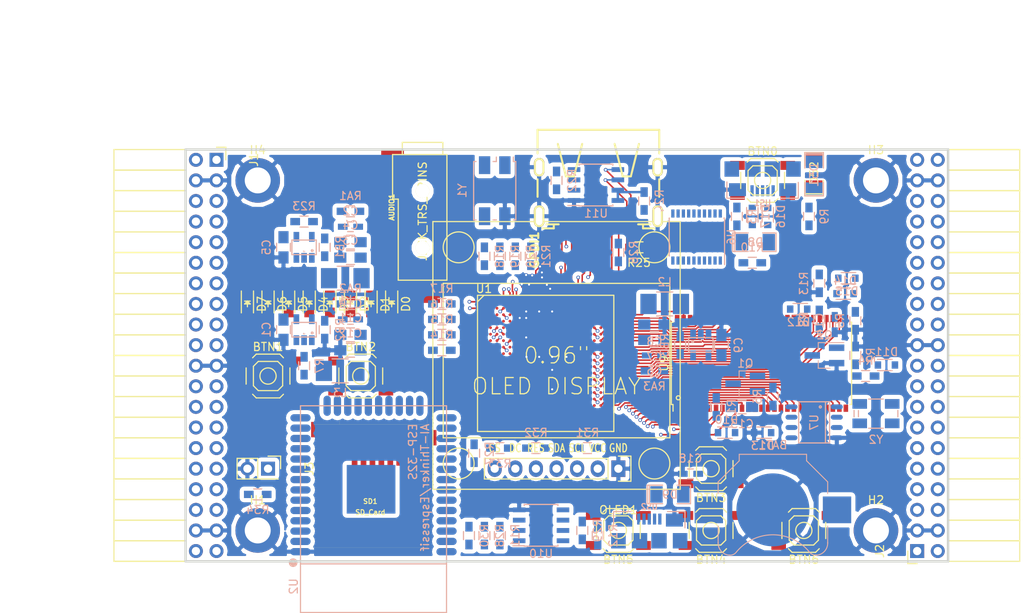
<source format=kicad_pcb>
(kicad_pcb (version 4) (host pcbnew 4.0.5+dfsg1-4)
  (layers (0 F.Cu signal) (1 In1.Cu signal) (2 In2.Cu signal) (31 B.Cu signal) (34 B.Paste user) (35 F.Paste user) (36 B.SilkS user) (37 F.SilkS user) (38 B.Mask user) (39 F.Mask user) (44 Edge.Cuts user))
  (net 0 "")
  (net 1 GND)
  (net 2 +5V)
  (net 3 /gpio/IN5V)
  (net 4 /gpio/OUT5V)
  (net 5 +3V3)
  (net 6 "Net-(L1-Pad1)")
  (net 7 "Net-(L2-Pad1)")
  (net 8 +1V2)
  (net 9 BTN_D)
  (net 10 BTN_F1)
  (net 11 BTN_F2)
  (net 12 BTN_L)
  (net 13 BTN_R)
  (net 14 BTN_U)
  (net 15 /power/FB1)
  (net 16 +2V5)
  (net 17 "Net-(L3-Pad1)")
  (net 18 /power/PWREN)
  (net 19 /power/FB3)
  (net 20 /power/FB2)
  (net 21 "Net-(D9-Pad1)")
  (net 22 /power/VBAT)
  (net 23 JTAG_TDI)
  (net 24 JTAG_TCK)
  (net 25 JTAG_TMS)
  (net 26 JTAG_TDO)
  (net 27 /power/WAKEUPn)
  (net 28 /power/WKUP)
  (net 29 /power/SHUT)
  (net 30 /power/WAKE)
  (net 31 /power/HOLD)
  (net 32 /power/WKn)
  (net 33 /power/OSCI_32k)
  (net 34 /power/OSCO_32k)
  (net 35 FTDI_nSUSPEND)
  (net 36 "Net-(Q2-Pad3)")
  (net 37 SHUTDOWN)
  (net 38 /analog/AUDIO_L)
  (net 39 /analog/AUDIO_R)
  (net 40 GPDI_5V_SCL)
  (net 41 GPDI_5V_SDA)
  (net 42 GPDI_SDA)
  (net 43 GPDI_SCL)
  (net 44 /gpdi/VREF2)
  (net 45 /blinkey/BTNPU)
  (net 46 SD_CMD)
  (net 47 SD_CLK)
  (net 48 SD_D0)
  (net 49 SD_D1)
  (net 50 USB5V)
  (net 51 "Net-(BTN0-Pad1)")
  (net 52 GPDI_CEC)
  (net 53 nRESET)
  (net 54 /usb/FT3V3)
  (net 55 FTDI_nDTR)
  (net 56 SDRAM_CKE)
  (net 57 SDRAM_A7)
  (net 58 SDRAM_D15)
  (net 59 SDRAM_BA1)
  (net 60 SDRAM_D7)
  (net 61 SDRAM_A6)
  (net 62 SDRAM_CLK)
  (net 63 SDRAM_D13)
  (net 64 SDRAM_BA0)
  (net 65 SDRAM_D6)
  (net 66 SDRAM_A5)
  (net 67 SDRAM_D14)
  (net 68 SDRAM_A11)
  (net 69 SDRAM_D12)
  (net 70 SDRAM_D5)
  (net 71 SDRAM_A4)
  (net 72 SDRAM_A10)
  (net 73 SDRAM_D11)
  (net 74 SDRAM_A3)
  (net 75 SDRAM_D4)
  (net 76 SDRAM_D10)
  (net 77 SDRAM_D9)
  (net 78 SDRAM_A9)
  (net 79 SDRAM_D3)
  (net 80 SDRAM_D8)
  (net 81 SDRAM_A8)
  (net 82 SDRAM_A2)
  (net 83 SDRAM_A1)
  (net 84 SDRAM_A0)
  (net 85 SDRAM_D2)
  (net 86 SDRAM_D1)
  (net 87 SDRAM_D0)
  (net 88 SDRAM_DQM0)
  (net 89 SDRAM_nCS)
  (net 90 SDRAM_nRAS)
  (net 91 SDRAM_DQM1)
  (net 92 SDRAM_nCAS)
  (net 93 SDRAM_nWE)
  (net 94 /flash/FLASH_nWP)
  (net 95 /flash/FLASH_nHOLD)
  (net 96 /flash/FLASH_MOSI)
  (net 97 /flash/FLASH_MISO)
  (net 98 /flash/FLASH_SCK)
  (net 99 /flash/FLASH_nCS)
  (net 100 /flash/FPGA_PROGRAMN)
  (net 101 /flash/FPGA_DONE)
  (net 102 /flash/FPGA_INITN)
  (net 103 OLED_RES)
  (net 104 OLED_DC)
  (net 105 OLED_CS)
  (net 106 WIFI_EN)
  (net 107 FTDI_nRTS)
  (net 108 WIFI_GPIO2)
  (net 109 FTDI_TXD)
  (net 110 FTDI_RXD)
  (net 111 WIFI_RXD)
  (net 112 WIFI_GPIO0)
  (net 113 FTDI_nCTS)
  (net 114 WIFI_TXD)
  (net 115 FTDI_nRI)
  (net 116 FTDI_nDCD)
  (net 117 /gpdi/CLK_25MHz)
  (net 118 GPDI_ETH-)
  (net 119 GPDI_ETH+)
  (net 120 GPDI_D2+)
  (net 121 GPDI_D2-)
  (net 122 GPDI_D1+)
  (net 123 GPDI_D1-)
  (net 124 GPDI_D0+)
  (net 125 GPDI_D0-)
  (net 126 GPDI_CLK+)
  (net 127 GPDI_CLK-)
  (net 128 USB_FPGA_D+)
  (net 129 USB_FPGA_D-)
  (net 130 USB_FTDI_D+)
  (net 131 USB_FTDI_D-)
  (net 132 J1_17-)
  (net 133 J1_17+)
  (net 134 J1_23-)
  (net 135 J1_23+)
  (net 136 J1_25-)
  (net 137 J1_25+)
  (net 138 J1_27-)
  (net 139 J1_27+)
  (net 140 J1_29-)
  (net 141 J1_29+)
  (net 142 J1_31-)
  (net 143 J1_31+)
  (net 144 J1_33-)
  (net 145 J1_33+)
  (net 146 J1_35-)
  (net 147 J1_35+)
  (net 148 J2_5-)
  (net 149 J2_5+)
  (net 150 J2_7-)
  (net 151 J2_7+)
  (net 152 J2_9-)
  (net 153 J2_9+)
  (net 154 J2_13-)
  (net 155 J2_13+)
  (net 156 J2_17-)
  (net 157 J2_17+)
  (net 158 J2_11-)
  (net 159 J2_11+)
  (net 160 J2_23-)
  (net 161 J2_23+)
  (net 162 J1_5-)
  (net 163 J1_5+)
  (net 164 J1_7-)
  (net 165 J1_7+)
  (net 166 J1_9-)
  (net 167 J1_9+)
  (net 168 J1_11-)
  (net 169 J1_11+)
  (net 170 J1_13-)
  (net 171 J1_13+)
  (net 172 J1_15-)
  (net 173 J1_15+)
  (net 174 J2_15-)
  (net 175 J2_15+)
  (net 176 J2_25-)
  (net 177 J2_25+)
  (net 178 J2_27-)
  (net 179 J2_27+)
  (net 180 J2_29-)
  (net 181 J2_29+)
  (net 182 J2_31-)
  (net 183 J2_31+)
  (net 184 J2_33-)
  (net 185 J2_33+)
  (net 186 J2_35-)
  (net 187 J2_35+)
  (net 188 SD_D3)
  (net 189 AUDIO_L3)
  (net 190 AUDIO_L2)
  (net 191 AUDIO_L1)
  (net 192 AUDIO_L0)
  (net 193 AUDIO_R3)
  (net 194 AUDIO_R2)
  (net 195 AUDIO_R1)
  (net 196 AUDIO_R0)
  (net 197 FTDI_nDSR)
  (net 198 OLED_CLK)
  (net 199 OLED_MOSI)
  (net 200 WIFI_GPIO15)
  (net 201 LED0)
  (net 202 LED1)
  (net 203 LED2)
  (net 204 LED3)
  (net 205 LED4)
  (net 206 LED5)
  (net 207 LED6)
  (net 208 LED7)
  (module Keystone_3000_1x12mm-CoinCell:Keystone_3000_1x12mm-CoinCell (layer B.Cu) (at 166.49 105.87 180)
    (fp_text reference BAT1 (at 0 8 180) (layer B.SilkS) (effects (justify mirror)))
    (fp_text value CR1225)
    (pad 1 smd rect (at -7.9 0 180) (size 3.5 3.3) (layers B.Cu B.Paste B.Mask) (net 22 /power/VBAT))
    (pad 1 smd rect (at 7.9 0 180) (size 3.5 3.3) (layers B.Cu B.Paste B.Mask) (net 22 /power/VBAT))
    (pad 2 smd circle (at 0 0 180) (size 9 9) (layers B.Cu B.Mask) (net 1 GND))
  )
  (module SMD_Packages:SMD-1206_Pol (layer F.Cu) (at 171.57 64.341 90)
    (fp_text reference D52 (at 0 0 90) (layer F.SilkS))
    (fp_text value 2A)
    (pad 1 smd rect (at -1.651 0 90) (size 1.524 2.032) (layers F.Cu F.Paste F.Mask) (net 4 /gpio/OUT5V))
    (pad 2 smd rect (at 1.651 0 90) (size 1.524 2.032) (layers F.Cu F.Paste F.Mask) (net 2 +5V))
  )
  (module SMD_Packages:SMD-1206_Pol (layer B.Cu) (at 171.57 64.595 270)
    (fp_text reference D51 (at 0 0 270) (layer B.SilkS) (effects (justify mirror)))
    (fp_text value 2A)
    (pad 1 smd rect (at -1.651 0 270) (size 1.524 2.032) (layers B.Cu B.Paste B.Mask) (net 2 +5V))
    (pad 2 smd rect (at 1.651 0 270) (size 1.524 2.032) (layers B.Cu B.Paste B.Mask) (net 3 /gpio/IN5V))
  )
  (module micro-sd:MicroSD_TF02D (layer F.Cu) (at 116.87 110.52 180)
    (fp_text reference SD1 (at 0 5.7 180) (layer F.SilkS) (effects (font (size 0.59944 0.59944) (thickness 0.12446))))
    (fp_text value SD_Card (at 0 4.35 180) (layer F.SilkS) (effects (font (size 0.59944 0.59944) (thickness 0.12446))))
    (pad 1 smd rect (at 1.94 11 180) (size 0.7 1.8) (layers F.Cu F.Paste F.Mask) (net 188 SD_D3))
    (pad 2 smd rect (at 0.84 11 180) (size 0.7 1.8) (layers F.Cu F.Paste F.Mask) (net 46 SD_CMD))
    (pad 3 smd rect (at -0.26 11 180) (size 0.7 1.8) (layers F.Cu F.Paste F.Mask) (net 1 GND))
    (pad 4 smd rect (at -1.36 11 180) (size 0.7 1.8) (layers F.Cu F.Paste F.Mask) (net 5 +3V3))
    (pad 5 smd rect (at -2.46 11 180) (size 0.7 1.8) (layers F.Cu F.Paste F.Mask) (net 47 SD_CLK))
    (pad 6 smd rect (at -3.56 11 180) (size 0.7 1.8) (layers F.Cu F.Paste F.Mask) (net 1 GND))
    (pad 7 smd rect (at -4.66 11 180) (size 0.7 1.8) (layers F.Cu F.Paste F.Mask) (net 48 SD_D0))
    (pad 8 smd rect (at -5.76 11 180) (size 0.7 1.8) (layers F.Cu F.Paste F.Mask) (net 49 SD_D1))
    (pad S smd rect (at -5.05 0.4 180) (size 1.6 1.4) (layers F.Cu F.Paste F.Mask))
    (pad S smd rect (at 0.75 0.4 180) (size 1.8 1.4) (layers F.Cu F.Paste F.Mask))
    (pad G smd rect (at -7.45 13.55 180) (size 1.4 1.9) (layers F.Cu F.Paste F.Mask))
    (pad G smd rect (at 6.6 14.55 180) (size 1.4 1.9) (layers F.Cu F.Paste F.Mask))
  )
  (module Resistors_SMD:R_1210_HandSoldering (layer B.Cu) (at 113.785 77.295)
    (fp_text reference L1 (at 0 2.7) (layer B.SilkS) (effects (justify mirror)))
    (fp_text value 2.2uH)
    (pad 1 smd rect (at -2 0) (size 2 2.5) (layers B.Cu B.Paste B.Mask) (net 6 "Net-(L1-Pad1)"))
    (pad 2 smd rect (at 2 0) (size 2 2.5) (layers B.Cu B.Paste B.Mask) (net 8 +1V2))
  )
  (module TSOT-25:TSOT-25 (layer B.Cu) (at 108.705 73.485 180)
    (fp_text reference U3 (at 0 -0.5 180) (layer B.SilkS) (effects (font (size 0.15 0.15) (thickness 0.0375)) (justify mirror)))
    (fp_text value AP3429A)
    (pad 1 smd rect (at -0.95 -1.3 180) (size 0.7 1.2) (layers B.Cu B.Paste B.Mask) (net 18 /power/PWREN))
    (pad 2 smd rect (at 0 -1.3 180) (size 0.7 1.2) (layers B.Cu B.Paste B.Mask) (net 1 GND))
    (pad 3 smd rect (at 0.95 -1.3 180) (size 0.7 1.2) (layers B.Cu B.Paste B.Mask) (net 6 "Net-(L1-Pad1)"))
    (pad 4 smd rect (at 0.95 1.3 180) (size 0.7 1.2) (layers B.Cu B.Paste B.Mask) (net 2 +5V))
    (pad 5 smd rect (at -0.95 1.3 180) (size 0.7 1.2) (layers B.Cu B.Paste B.Mask) (net 15 /power/FB1))
  )
  (module Resistors_SMD:R_1210_HandSoldering (layer B.Cu) (at 153.155 80.47 180)
    (fp_text reference L2 (at 0 2.7 180) (layer B.SilkS) (effects (justify mirror)))
    (fp_text value 2.2uH)
    (pad 1 smd rect (at -2 0 180) (size 2 2.5) (layers B.Cu B.Paste B.Mask) (net 7 "Net-(L2-Pad1)"))
    (pad 2 smd rect (at 2 0 180) (size 2 2.5) (layers B.Cu B.Paste B.Mask) (net 5 +3V3))
  )
  (module TSOT-25:TSOT-25 (layer B.Cu) (at 157.6 85.52)
    (fp_text reference U4 (at 0 -0.5) (layer B.SilkS) (effects (font (size 0.15 0.15) (thickness 0.0375)) (justify mirror)))
    (fp_text value AP3429A)
    (pad 1 smd rect (at -0.95 -1.3) (size 0.7 1.2) (layers B.Cu B.Paste B.Mask) (net 18 /power/PWREN))
    (pad 2 smd rect (at 0 -1.3) (size 0.7 1.2) (layers B.Cu B.Paste B.Mask) (net 1 GND))
    (pad 3 smd rect (at 0.95 -1.3) (size 0.7 1.2) (layers B.Cu B.Paste B.Mask) (net 7 "Net-(L2-Pad1)"))
    (pad 4 smd rect (at 0.95 1.3) (size 0.7 1.2) (layers B.Cu B.Paste B.Mask) (net 2 +5V))
    (pad 5 smd rect (at -0.95 1.3) (size 0.7 1.2) (layers B.Cu B.Paste B.Mask) (net 19 /power/FB3))
  )
  (module Buttons_Switches_SMD:SW_SPST_SKQG (layer F.Cu) (at 104.26 89.36)
    (fp_text reference BTN1 (at 0 -3.6) (layer F.SilkS))
    (fp_text value FIRE1)
    (pad 1 smd rect (at -3.1 -1.85) (size 1.8 1.1) (layers F.Cu F.Paste F.Mask) (net 45 /blinkey/BTNPU))
    (pad 1 smd rect (at 3.1 -1.85) (size 1.8 1.1) (layers F.Cu F.Paste F.Mask) (net 45 /blinkey/BTNPU))
    (pad 2 smd rect (at -3.1 1.85) (size 1.8 1.1) (layers F.Cu F.Paste F.Mask) (net 10 BTN_F1))
    (pad 2 smd rect (at 3.1 1.85) (size 1.8 1.1) (layers F.Cu F.Paste F.Mask) (net 10 BTN_F1))
  )
  (module Buttons_Switches_SMD:SW_SPST_SKQG (layer F.Cu) (at 115.69 89.36)
    (fp_text reference BTN2 (at 0 -3.6) (layer F.SilkS))
    (fp_text value FIRE2)
    (pad 1 smd rect (at -3.1 -1.85) (size 1.8 1.1) (layers F.Cu F.Paste F.Mask) (net 45 /blinkey/BTNPU))
    (pad 1 smd rect (at 3.1 -1.85) (size 1.8 1.1) (layers F.Cu F.Paste F.Mask) (net 45 /blinkey/BTNPU))
    (pad 2 smd rect (at -3.1 1.85) (size 1.8 1.1) (layers F.Cu F.Paste F.Mask) (net 11 BTN_F2))
    (pad 2 smd rect (at 3.1 1.85) (size 1.8 1.1) (layers F.Cu F.Paste F.Mask) (net 11 BTN_F2))
  )
  (module Buttons_Switches_SMD:SW_SPST_SKQG (layer F.Cu) (at 158.87 100.79 180)
    (fp_text reference BTN3 (at 0 -3.6 180) (layer F.SilkS))
    (fp_text value UP)
    (pad 1 smd rect (at -3.1 -1.85 180) (size 1.8 1.1) (layers F.Cu F.Paste F.Mask) (net 45 /blinkey/BTNPU))
    (pad 1 smd rect (at 3.1 -1.85 180) (size 1.8 1.1) (layers F.Cu F.Paste F.Mask) (net 45 /blinkey/BTNPU))
    (pad 2 smd rect (at -3.1 1.85 180) (size 1.8 1.1) (layers F.Cu F.Paste F.Mask) (net 14 BTN_U))
    (pad 2 smd rect (at 3.1 1.85 180) (size 1.8 1.1) (layers F.Cu F.Paste F.Mask) (net 14 BTN_U))
  )
  (module Buttons_Switches_SMD:SW_SPST_SKQG (layer F.Cu) (at 158.87 108.41 180)
    (fp_text reference BTN4 (at 0 -3.6 180) (layer F.SilkS))
    (fp_text value DOWN)
    (pad 1 smd rect (at -3.1 -1.85 180) (size 1.8 1.1) (layers F.Cu F.Paste F.Mask) (net 45 /blinkey/BTNPU))
    (pad 1 smd rect (at 3.1 -1.85 180) (size 1.8 1.1) (layers F.Cu F.Paste F.Mask) (net 45 /blinkey/BTNPU))
    (pad 2 smd rect (at -3.1 1.85 180) (size 1.8 1.1) (layers F.Cu F.Paste F.Mask) (net 9 BTN_D))
    (pad 2 smd rect (at 3.1 1.85 180) (size 1.8 1.1) (layers F.Cu F.Paste F.Mask) (net 9 BTN_D))
  )
  (module Buttons_Switches_SMD:SW_SPST_SKQG (layer F.Cu) (at 147.44 108.41 180)
    (fp_text reference BTN5 (at 0 -3.6 180) (layer F.SilkS))
    (fp_text value LEFT)
    (pad 1 smd rect (at -3.1 -1.85 180) (size 1.8 1.1) (layers F.Cu F.Paste F.Mask) (net 45 /blinkey/BTNPU))
    (pad 1 smd rect (at 3.1 -1.85 180) (size 1.8 1.1) (layers F.Cu F.Paste F.Mask) (net 45 /blinkey/BTNPU))
    (pad 2 smd rect (at -3.1 1.85 180) (size 1.8 1.1) (layers F.Cu F.Paste F.Mask) (net 12 BTN_L))
    (pad 2 smd rect (at 3.1 1.85 180) (size 1.8 1.1) (layers F.Cu F.Paste F.Mask) (net 12 BTN_L))
  )
  (module Buttons_Switches_SMD:SW_SPST_SKQG (layer F.Cu) (at 170.3 108.41 180)
    (fp_text reference BTN6 (at 0 -3.6 180) (layer F.SilkS))
    (fp_text value RIGHT)
    (pad 1 smd rect (at -3.1 -1.85 180) (size 1.8 1.1) (layers F.Cu F.Paste F.Mask) (net 45 /blinkey/BTNPU))
    (pad 1 smd rect (at 3.1 -1.85 180) (size 1.8 1.1) (layers F.Cu F.Paste F.Mask) (net 45 /blinkey/BTNPU))
    (pad 2 smd rect (at -3.1 1.85 180) (size 1.8 1.1) (layers F.Cu F.Paste F.Mask) (net 13 BTN_R))
    (pad 2 smd rect (at 3.1 1.85 180) (size 1.8 1.1) (layers F.Cu F.Paste F.Mask) (net 13 BTN_R))
  )
  (module LEDs:LED_0805 (layer F.Cu) (at 119.5 80.47 270)
    (fp_text reference D0 (at 0 -1.75 270) (layer F.SilkS))
    (fp_text value LED)
    (pad 2 smd rect (at 1.04902 0 90) (size 1.19888 1.19888) (layers F.Cu F.Paste F.Mask) (net 201 LED0))
    (pad 1 smd rect (at -1.04902 0 90) (size 1.19888 1.19888) (layers F.Cu F.Paste F.Mask) (net 1 GND))
  )
  (module LEDs:LED_0805 (layer F.Cu) (at 116.96 80.47 270)
    (fp_text reference D1 (at 0 -1.75 270) (layer F.SilkS))
    (fp_text value LED)
    (pad 2 smd rect (at 1.04902 0 90) (size 1.19888 1.19888) (layers F.Cu F.Paste F.Mask) (net 202 LED1))
    (pad 1 smd rect (at -1.04902 0 90) (size 1.19888 1.19888) (layers F.Cu F.Paste F.Mask) (net 1 GND))
  )
  (module LEDs:LED_0805 (layer F.Cu) (at 114.42 80.47 270)
    (fp_text reference D2 (at 0 -1.75 270) (layer F.SilkS))
    (fp_text value LED)
    (pad 2 smd rect (at 1.04902 0 90) (size 1.19888 1.19888) (layers F.Cu F.Paste F.Mask) (net 203 LED2))
    (pad 1 smd rect (at -1.04902 0 90) (size 1.19888 1.19888) (layers F.Cu F.Paste F.Mask) (net 1 GND))
  )
  (module LEDs:LED_0805 (layer F.Cu) (at 111.88 80.47 270)
    (fp_text reference D3 (at 0 -1.75 270) (layer F.SilkS))
    (fp_text value LED)
    (pad 2 smd rect (at 1.04902 0 90) (size 1.19888 1.19888) (layers F.Cu F.Paste F.Mask) (net 204 LED3))
    (pad 1 smd rect (at -1.04902 0 90) (size 1.19888 1.19888) (layers F.Cu F.Paste F.Mask) (net 1 GND))
  )
  (module LEDs:LED_0805 (layer F.Cu) (at 109.34 80.47 270)
    (fp_text reference D4 (at 0 -1.75 270) (layer F.SilkS))
    (fp_text value LED)
    (pad 2 smd rect (at 1.04902 0 90) (size 1.19888 1.19888) (layers F.Cu F.Paste F.Mask) (net 205 LED4))
    (pad 1 smd rect (at -1.04902 0 90) (size 1.19888 1.19888) (layers F.Cu F.Paste F.Mask) (net 1 GND))
  )
  (module LEDs:LED_0805 (layer F.Cu) (at 106.8 80.47 270)
    (fp_text reference D5 (at 0 -1.75 270) (layer F.SilkS))
    (fp_text value LED)
    (pad 2 smd rect (at 1.04902 0 90) (size 1.19888 1.19888) (layers F.Cu F.Paste F.Mask) (net 206 LED5))
    (pad 1 smd rect (at -1.04902 0 90) (size 1.19888 1.19888) (layers F.Cu F.Paste F.Mask) (net 1 GND))
  )
  (module LEDs:LED_0805 (layer F.Cu) (at 104.26 80.47 270)
    (fp_text reference D6 (at 0 -1.75 270) (layer F.SilkS))
    (fp_text value LED)
    (pad 2 smd rect (at 1.04902 0 90) (size 1.19888 1.19888) (layers F.Cu F.Paste F.Mask) (net 207 LED6))
    (pad 1 smd rect (at -1.04902 0 90) (size 1.19888 1.19888) (layers F.Cu F.Paste F.Mask) (net 1 GND))
  )
  (module LEDs:LED_0805 (layer F.Cu) (at 101.72 80.47 270)
    (fp_text reference D7 (at 0 -1.75 270) (layer F.SilkS))
    (fp_text value LED)
    (pad 2 smd rect (at 1.04902 0 90) (size 1.19888 1.19888) (layers F.Cu F.Paste F.Mask) (net 208 LED7))
    (pad 1 smd rect (at -1.04902 0 90) (size 1.19888 1.19888) (layers F.Cu F.Paste F.Mask) (net 1 GND))
  )
  (module Resistors_SMD:R_1210_HandSoldering (layer B.Cu) (at 113.15 88.725)
    (fp_text reference L3 (at 0 2.7) (layer B.SilkS) (effects (justify mirror)))
    (fp_text value 2.2uH)
    (pad 1 smd rect (at -2 0) (size 2 2.5) (layers B.Cu B.Paste B.Mask) (net 17 "Net-(L3-Pad1)"))
    (pad 2 smd rect (at 2 0) (size 2 2.5) (layers B.Cu B.Paste B.Mask) (net 16 +2V5))
  )
  (module TSOT-25:TSOT-25 (layer B.Cu) (at 108.705 83.645 180)
    (fp_text reference U5 (at 0 -0.5 180) (layer B.SilkS) (effects (font (size 0.15 0.15) (thickness 0.0375)) (justify mirror)))
    (fp_text value AP3429A)
    (pad 1 smd rect (at -0.95 -1.3 180) (size 0.7 1.2) (layers B.Cu B.Paste B.Mask) (net 18 /power/PWREN))
    (pad 2 smd rect (at 0 -1.3 180) (size 0.7 1.2) (layers B.Cu B.Paste B.Mask) (net 1 GND))
    (pad 3 smd rect (at 0.95 -1.3 180) (size 0.7 1.2) (layers B.Cu B.Paste B.Mask) (net 17 "Net-(L3-Pad1)"))
    (pad 4 smd rect (at 0.95 1.3 180) (size 0.7 1.2) (layers B.Cu B.Paste B.Mask) (net 2 +5V))
    (pad 5 smd rect (at -0.95 1.3 180) (size 0.7 1.2) (layers B.Cu B.Paste B.Mask) (net 20 /power/FB2))
  )
  (module Capacitors_SMD:C_0805_HandSoldering (layer B.Cu) (at 106.165 83.645 270)
    (fp_text reference C1 (at 0 2.1 270) (layer B.SilkS) (effects (justify mirror)))
    (fp_text value 22uF)
    (pad 1 smd rect (at -1.25 0 270) (size 1.5 1.25) (layers B.Cu B.Paste B.Mask) (net 2 +5V))
    (pad 2 smd rect (at 1.25 0 270) (size 1.5 1.25) (layers B.Cu B.Paste B.Mask) (net 1 GND))
  )
  (module Capacitors_SMD:C_0805_HandSoldering (layer B.Cu) (at 114.42 74.755 180)
    (fp_text reference C3 (at 0 2.1 180) (layer B.SilkS) (effects (justify mirror)))
    (fp_text value 22uF)
    (pad 1 smd rect (at -1.25 0 180) (size 1.5 1.25) (layers B.Cu B.Paste B.Mask) (net 8 +1V2))
    (pad 2 smd rect (at 1.25 0 180) (size 1.5 1.25) (layers B.Cu B.Paste B.Mask) (net 1 GND))
  )
  (module Capacitors_SMD:C_0805_HandSoldering (layer B.Cu) (at 114.42 72.85 180)
    (fp_text reference C4 (at 0 2.1 180) (layer B.SilkS) (effects (justify mirror)))
    (fp_text value 22uF)
    (pad 1 smd rect (at -1.25 0 180) (size 1.5 1.25) (layers B.Cu B.Paste B.Mask) (net 8 +1V2))
    (pad 2 smd rect (at 1.25 0 180) (size 1.5 1.25) (layers B.Cu B.Paste B.Mask) (net 1 GND))
  )
  (module Capacitors_SMD:C_0805_HandSoldering (layer B.Cu) (at 106.165 73.485 270)
    (fp_text reference C5 (at 0 2.1 270) (layer B.SilkS) (effects (justify mirror)))
    (fp_text value 22uF)
    (pad 1 smd rect (at -1.25 0 270) (size 1.5 1.25) (layers B.Cu B.Paste B.Mask) (net 2 +5V))
    (pad 2 smd rect (at 1.25 0 270) (size 1.5 1.25) (layers B.Cu B.Paste B.Mask) (net 1 GND))
  )
  (module Capacitors_SMD:C_0805_HandSoldering (layer B.Cu) (at 151.885 84.915)
    (fp_text reference C7 (at 0 2.1) (layer B.SilkS) (effects (justify mirror)))
    (fp_text value 22uF)
    (pad 1 smd rect (at -1.25 0) (size 1.5 1.25) (layers B.Cu B.Paste B.Mask) (net 5 +3V3))
    (pad 2 smd rect (at 1.25 0) (size 1.5 1.25) (layers B.Cu B.Paste B.Mask) (net 1 GND))
  )
  (module Capacitors_SMD:C_0805_HandSoldering (layer B.Cu) (at 151.885 83.01)
    (fp_text reference C8 (at 0 2.1) (layer B.SilkS) (effects (justify mirror)))
    (fp_text value 22uF)
    (pad 1 smd rect (at -1.25 0) (size 1.5 1.25) (layers B.Cu B.Paste B.Mask) (net 5 +3V3))
    (pad 2 smd rect (at 1.25 0) (size 1.5 1.25) (layers B.Cu B.Paste B.Mask) (net 1 GND))
  )
  (module Capacitors_SMD:C_0805_HandSoldering (layer B.Cu) (at 160.14 85.55 90)
    (fp_text reference C9 (at 0 2.1 90) (layer B.SilkS) (effects (justify mirror)))
    (fp_text value 22uF)
    (pad 1 smd rect (at -1.25 0 90) (size 1.5 1.25) (layers B.Cu B.Paste B.Mask) (net 2 +5V))
    (pad 2 smd rect (at 1.25 0 90) (size 1.5 1.25) (layers B.Cu B.Paste B.Mask) (net 1 GND))
  )
  (module Capacitors_SMD:C_0805_HandSoldering (layer B.Cu) (at 114.42 84.28 180)
    (fp_text reference C11 (at 0 2.1 180) (layer B.SilkS) (effects (justify mirror)))
    (fp_text value 22uF)
    (pad 1 smd rect (at -1.25 0 180) (size 1.5 1.25) (layers B.Cu B.Paste B.Mask) (net 16 +2V5))
    (pad 2 smd rect (at 1.25 0 180) (size 1.5 1.25) (layers B.Cu B.Paste B.Mask) (net 1 GND))
  )
  (module Capacitors_SMD:C_0805_HandSoldering (layer B.Cu) (at 114.42 86.185 180)
    (fp_text reference C12 (at 0 2.1 180) (layer B.SilkS) (effects (justify mirror)))
    (fp_text value 22uF)
    (pad 1 smd rect (at -1.25 0 180) (size 1.5 1.25) (layers B.Cu B.Paste B.Mask) (net 16 +2V5))
    (pad 2 smd rect (at 1.25 0 180) (size 1.5 1.25) (layers B.Cu B.Paste B.Mask) (net 1 GND))
  )
  (module SMD_Packages:SMD-1206_Pol (layer B.Cu) (at 164.331 72.85)
    (fp_text reference D8 (at 0 0) (layer B.SilkS) (effects (justify mirror)))
    (fp_text value 2A)
    (pad 1 smd rect (at -1.651 0) (size 1.524 2.032) (layers B.Cu B.Paste B.Mask) (net 2 +5V))
    (pad 2 smd rect (at 1.651 0) (size 1.524 2.032) (layers B.Cu B.Paste B.Mask) (net 50 USB5V))
  )
  (module SMD_Packages:SMD-1206_Pol (layer B.Cu) (at 153.79 103.965)
    (fp_text reference D9 (at 0 0) (layer B.SilkS) (effects (justify mirror)))
    (fp_text value 2A)
    (pad 1 smd rect (at -1.651 0) (size 1.524 2.032) (layers B.Cu B.Paste B.Mask) (net 21 "Net-(D9-Pad1)"))
    (pad 2 smd rect (at 1.651 0) (size 1.524 2.032) (layers B.Cu B.Paste B.Mask) (net 2 +5V))
  )
  (module Power_Integrations:SO-8 (layer B.Cu) (at 171.57 95.075 270)
    (fp_text reference U7 (at 0 0 270) (layer B.SilkS) (effects (justify mirror)))
    (fp_text value PCF8523)
    (pad 1 smd oval (at -1.905 -2.794 270) (size 0.6096 1.4732) (layers B.Cu B.Paste B.Mask) (net 33 /power/OSCI_32k))
    (pad 2 smd oval (at -0.635 -2.794 270) (size 0.6096 1.4732) (layers B.Cu B.Paste B.Mask) (net 34 /power/OSCO_32k))
    (pad 3 smd oval (at 0.635 -2.794 270) (size 0.6096 1.4732) (layers B.Cu B.Paste B.Mask) (net 22 /power/VBAT))
    (pad 4 smd oval (at 1.905 -2.794 270) (size 0.6096 1.4732) (layers B.Cu B.Paste B.Mask) (net 1 GND))
    (pad 5 smd oval (at 1.905 2.794 270) (size 0.6096 1.4732) (layers B.Cu B.Paste B.Mask))
    (pad 6 smd oval (at 0.635 2.794 270) (size 0.6096 1.4732) (layers B.Cu B.Paste B.Mask))
    (pad 7 smd oval (at -0.635 2.794 270) (size 0.6096 1.4732) (layers B.Cu B.Paste B.Mask) (net 27 /power/WAKEUPn))
    (pad 8 smd oval (at -1.905 2.794 270) (size 0.6096 1.4732) (layers B.Cu B.Paste B.Mask) (net 16 +2V5))
  )
  (module Capacitors_SMD:C_0805_HandSoldering (layer B.Cu) (at 162.68 93.17)
    (fp_text reference C13 (at 0 2.1) (layer B.SilkS) (effects (justify mirror)))
    (fp_text value 2.2uF)
    (pad 1 smd rect (at -1.25 0) (size 1.5 1.25) (layers B.Cu B.Paste B.Mask) (net 2 +5V))
    (pad 2 smd rect (at 1.25 0) (size 1.5 1.25) (layers B.Cu B.Paste B.Mask) (net 28 /power/WKUP))
  )
  (module Diodes_SMD:D_0805 (layer B.Cu) (at 160.775 96.345)
    (fp_text reference D10 (at 0 -1.6) (layer B.SilkS) (effects (justify mirror)))
    (fp_text value 1N4148)
    (pad 1 smd rect (at -1.05 0) (size 0.8 0.9) (layers B.Cu B.Paste B.Mask) (net 30 /power/WAKE))
    (pad 2 smd rect (at 1.05 0) (size 0.8 0.9) (layers B.Cu B.Paste B.Mask) (net 28 /power/WKUP))
  )
  (module Diodes_SMD:D_0805 (layer B.Cu) (at 180.48 88)
    (fp_text reference D11 (at 0 -1.6) (layer B.SilkS) (effects (justify mirror)))
    (fp_text value 1N4148)
    (pad 1 smd rect (at -1.05 0) (size 0.8 0.9) (layers B.Cu B.Paste B.Mask) (net 31 /power/HOLD))
    (pad 2 smd rect (at 1.05 0) (size 0.8 0.9) (layers B.Cu B.Paste B.Mask) (net 5 +3V3))
  )
  (module Diodes_SMD:D_0805 (layer B.Cu) (at 175.6 77.295 180)
    (fp_text reference D15 (at 0 -1.6 180) (layer B.SilkS) (effects (justify mirror)))
    (fp_text value BAT42)
    (pad 1 smd rect (at -1.05 0 180) (size 0.8 0.9) (layers B.Cu B.Paste B.Mask) (net 29 /power/SHUT))
    (pad 2 smd rect (at 1.05 0 180) (size 0.8 0.9) (layers B.Cu B.Paste B.Mask) (net 37 SHUTDOWN))
  )
  (module Diodes_SMD:D_0805 (layer B.Cu) (at 169.665 81.105 180)
    (fp_text reference D12 (at 0 -1.6 180) (layer B.SilkS) (effects (justify mirror)))
    (fp_text value 1N4148)
    (pad 1 smd rect (at -1.05 0 180) (size 0.8 0.9) (layers B.Cu B.Paste B.Mask) (net 18 /power/PWREN))
    (pad 2 smd rect (at 1.05 0 180) (size 0.8 0.9) (layers B.Cu B.Paste B.Mask) (net 35 FTDI_nSUSPEND))
  )
  (module usb_otg:USB-MICRO-B-FCI-10118192-0001LF (layer B.Cu) (at 165.22 63.825)
    (fp_text reference US1 (at 0 4.2) (layer B.SilkS) (effects (font (size 0.7 0.7)) (justify mirror)))
    (fp_text value USB_FTDI hide)
    (pad 6 smd rect (at -3.1 2.55) (size 2.1 1.6) (layers B.Cu B.Paste B.Mask) (net 1 GND))
    (pad 6 smd rect (at 3.1 2.55) (size 2.1 1.6) (layers B.Cu B.Paste B.Mask) (net 1 GND))
    (pad "" smd rect (at -1.2 0) (size 1.9 1.9) (layers B.Cu B.Paste B.Mask))
    (pad "" smd rect (at 1.2 0) (size 1.9 1.9) (layers B.Cu B.Paste B.Mask))
    (pad 1 smd rect (at -1.3 2.675) (size 0.4 1.35) (layers B.Cu B.Paste B.Mask) (net 50 USB5V))
    (pad 2 smd rect (at -0.65 2.675) (size 0.4 1.35) (layers B.Cu B.Paste B.Mask) (net 131 USB_FTDI_D-))
    (pad 3 smd rect (at 0 2.675) (size 0.4 1.35) (layers B.Cu B.Paste B.Mask) (net 130 USB_FTDI_D+))
    (pad 4 smd rect (at 0.65 2.675) (size 0.4 1.35) (layers B.Cu B.Paste B.Mask))
    (pad 5 smd rect (at 1.3 2.675) (size 0.4 1.35) (layers B.Cu B.Paste B.Mask) (net 1 GND))
    (pad "" smd rect (at -3.8 0) (size 1.8 1.9) (layers B.Cu B.Paste B.Mask))
    (pad "" smd rect (at 3.8 0) (size 1.8 1.9) (layers B.Cu B.Paste B.Mask))
  )
  (module usb_otg:USB-MICRO-B-FCI-10118192-0001LF (layer B.Cu) (at 151.25 109.68 180)
    (fp_text reference US2 (at 0 4.2 180) (layer B.SilkS) (effects (font (size 0.7 0.7)) (justify mirror)))
    (fp_text value USB_FPGA hide)
    (pad 6 smd rect (at -3.1 2.55 180) (size 2.1 1.6) (layers B.Cu B.Paste B.Mask) (net 1 GND))
    (pad 6 smd rect (at 3.1 2.55 180) (size 2.1 1.6) (layers B.Cu B.Paste B.Mask) (net 1 GND))
    (pad "" smd rect (at -1.2 0 180) (size 1.9 1.9) (layers B.Cu B.Paste B.Mask))
    (pad "" smd rect (at 1.2 0 180) (size 1.9 1.9) (layers B.Cu B.Paste B.Mask))
    (pad 1 smd rect (at -1.3 2.675 180) (size 0.4 1.35) (layers B.Cu B.Paste B.Mask) (net 21 "Net-(D9-Pad1)"))
    (pad 2 smd rect (at -0.65 2.675 180) (size 0.4 1.35) (layers B.Cu B.Paste B.Mask) (net 129 USB_FPGA_D-))
    (pad 3 smd rect (at 0 2.675 180) (size 0.4 1.35) (layers B.Cu B.Paste B.Mask) (net 128 USB_FPGA_D+))
    (pad 4 smd rect (at 0.65 2.675 180) (size 0.4 1.35) (layers B.Cu B.Paste B.Mask))
    (pad 5 smd rect (at 1.3 2.675 180) (size 0.4 1.35) (layers B.Cu B.Paste B.Mask) (net 1 GND))
    (pad "" smd rect (at -3.8 0 180) (size 1.8 1.9) (layers B.Cu B.Paste B.Mask))
    (pad "" smd rect (at 3.8 0 180) (size 1.8 1.9) (layers B.Cu B.Paste B.Mask))
  )
  (module audio-jack:CUI_SJ-43516-SMT (layer F.Cu) (at 123.31 69.04 270)
    (fp_text reference AUDIO1 (at -0.5 3.8 270) (layer F.SilkS) (effects (font (size 0.6096 0.6096) (thickness 0.1524))))
    (fp_text value JACK_TRS_6PINS (at 0 0 270) (layer F.SilkS))
    (pad 1 smd rect (at -6.4 3.7 270) (size 2.2 2.8) (layers F.Cu F.Paste F.Mask) (net 38 /analog/AUDIO_L))
    (pad 4 smd rect (at -3.6 3.7 270) (size 2.2 2.8) (layers F.Cu F.Paste F.Mask))
    (pad 2 smd rect (at 5.8 3.7 270) (size 2.8 2.8) (layers F.Cu F.Paste F.Mask) (net 1 GND))
    (pad 5 smd rect (at 9.9 -0.75 270) (size 2.8 2.8) (layers F.Cu F.Paste F.Mask))
    (pad 3 smd rect (at -1.7 -3.7 270) (size 2 2.8) (layers F.Cu F.Paste F.Mask) (net 39 /analog/AUDIO_R))
    (pad 6 smd rect (at -4.5 -3.7 270) (size 2 2.8) (layers F.Cu F.Paste F.Mask))
    (pad "" np_thru_hole circle (at -2.5 0 270) (size 1.7 1.7) (drill 1.7) (layers *.Cu *.Mask F.SilkS) (clearance 0.4))
    (pad "" np_thru_hole circle (at 4.5 0 270) (size 1.7 1.7) (drill 1.7) (layers *.Cu *.Mask F.SilkS) (clearance 0.4))
  )
  (module TSOP54:TSOP54 (layer F.Cu) (at 165.08 87.8 90)
    (fp_text reference U9 (at 0 -12 90) (layer F.SilkS))
    (fp_text value MT48LC16M16A2TG)
    (pad 28 smd rect (at 5.53 10.4 90) (size 0.9 0.56) (layers F.Cu F.Paste F.Mask) (net 1 GND))
    (pad 1 smd rect (at -5.53 -10.4 90) (size 0.9 0.56) (layers F.Cu F.Paste F.Mask) (net 5 +3V3))
    (pad 2 smd rect (at -5.53 -9.6 90) (size 0.9 0.56) (layers F.Cu F.Paste F.Mask) (net 87 SDRAM_D0))
    (pad 3 smd rect (at -5.53 -8.8 90) (size 0.9 0.56) (layers F.Cu F.Paste F.Mask) (net 5 +3V3))
    (pad 4 smd rect (at -5.53 -8 90) (size 0.9 0.56) (layers F.Cu F.Paste F.Mask) (net 86 SDRAM_D1))
    (pad 5 smd rect (at -5.53 -7.2 90) (size 0.9 0.56) (layers F.Cu F.Paste F.Mask) (net 85 SDRAM_D2))
    (pad 6 smd rect (at -5.53 -6.4 90) (size 0.9 0.56) (layers F.Cu F.Paste F.Mask) (net 1 GND))
    (pad 7 smd rect (at -5.53 -5.6 90) (size 0.9 0.56) (layers F.Cu F.Paste F.Mask) (net 79 SDRAM_D3))
    (pad 8 smd rect (at -5.53 -4.8 90) (size 0.9 0.56) (layers F.Cu F.Paste F.Mask) (net 75 SDRAM_D4))
    (pad 9 smd rect (at -5.53 -4 90) (size 0.9 0.56) (layers F.Cu F.Paste F.Mask) (net 5 +3V3))
    (pad 10 smd rect (at -5.53 -3.2 90) (size 0.9 0.56) (layers F.Cu F.Paste F.Mask) (net 70 SDRAM_D5))
    (pad 11 smd rect (at -5.53 -2.4 90) (size 0.9 0.56) (layers F.Cu F.Paste F.Mask) (net 65 SDRAM_D6))
    (pad 12 smd rect (at -5.53 -1.6 90) (size 0.9 0.56) (layers F.Cu F.Paste F.Mask) (net 1 GND))
    (pad 13 smd rect (at -5.53 -0.8 90) (size 0.9 0.56) (layers F.Cu F.Paste F.Mask) (net 60 SDRAM_D7))
    (pad 14 smd rect (at -5.53 0 90) (size 0.9 0.56) (layers F.Cu F.Paste F.Mask) (net 5 +3V3))
    (pad 15 smd rect (at -5.53 0.8 90) (size 0.9 0.56) (layers F.Cu F.Paste F.Mask) (net 88 SDRAM_DQM0))
    (pad 16 smd rect (at -5.53 1.6 90) (size 0.9 0.56) (layers F.Cu F.Paste F.Mask) (net 93 SDRAM_nWE))
    (pad 17 smd rect (at -5.53 2.4 90) (size 0.9 0.56) (layers F.Cu F.Paste F.Mask) (net 92 SDRAM_nCAS))
    (pad 18 smd rect (at -5.53 3.2 90) (size 0.9 0.56) (layers F.Cu F.Paste F.Mask) (net 90 SDRAM_nRAS))
    (pad 19 smd rect (at -5.53 4 90) (size 0.9 0.56) (layers F.Cu F.Paste F.Mask) (net 89 SDRAM_nCS))
    (pad 20 smd rect (at -5.53 4.8 90) (size 0.9 0.56) (layers F.Cu F.Paste F.Mask) (net 64 SDRAM_BA0))
    (pad 21 smd rect (at -5.53 5.6 90) (size 0.9 0.56) (layers F.Cu F.Paste F.Mask) (net 59 SDRAM_BA1))
    (pad 22 smd rect (at -5.53 6.4 90) (size 0.9 0.56) (layers F.Cu F.Paste F.Mask) (net 72 SDRAM_A10))
    (pad 23 smd rect (at -5.53 7.2 90) (size 0.9 0.56) (layers F.Cu F.Paste F.Mask) (net 84 SDRAM_A0))
    (pad 24 smd rect (at -5.53 8 90) (size 0.9 0.56) (layers F.Cu F.Paste F.Mask) (net 83 SDRAM_A1))
    (pad 25 smd rect (at -5.53 8.8 90) (size 0.9 0.56) (layers F.Cu F.Paste F.Mask) (net 82 SDRAM_A2))
    (pad 26 smd rect (at -5.53 9.6 90) (size 0.9 0.56) (layers F.Cu F.Paste F.Mask) (net 74 SDRAM_A3))
    (pad 27 smd rect (at -5.53 10.4 90) (size 0.9 0.56) (layers F.Cu F.Paste F.Mask) (net 5 +3V3))
    (pad 29 smd rect (at 5.53 9.6 90) (size 0.9 0.56) (layers F.Cu F.Paste F.Mask) (net 71 SDRAM_A4))
    (pad 30 smd rect (at 5.53 8.8 90) (size 0.9 0.56) (layers F.Cu F.Paste F.Mask) (net 66 SDRAM_A5))
    (pad 31 smd rect (at 5.53 8 90) (size 0.9 0.56) (layers F.Cu F.Paste F.Mask) (net 61 SDRAM_A6))
    (pad 32 smd rect (at 5.53 7.2 90) (size 0.9 0.56) (layers F.Cu F.Paste F.Mask) (net 57 SDRAM_A7))
    (pad 33 smd rect (at 5.53 6.4 90) (size 0.9 0.56) (layers F.Cu F.Paste F.Mask) (net 81 SDRAM_A8))
    (pad 34 smd rect (at 5.53 5.6 90) (size 0.9 0.56) (layers F.Cu F.Paste F.Mask) (net 78 SDRAM_A9))
    (pad 35 smd rect (at 5.53 4.8 90) (size 0.9 0.56) (layers F.Cu F.Paste F.Mask) (net 68 SDRAM_A11))
    (pad 36 smd rect (at 5.53 4 90) (size 0.9 0.56) (layers F.Cu F.Paste F.Mask))
    (pad 37 smd rect (at 5.53 3.2 90) (size 0.9 0.56) (layers F.Cu F.Paste F.Mask) (net 56 SDRAM_CKE))
    (pad 38 smd rect (at 5.53 2.4 90) (size 0.9 0.56) (layers F.Cu F.Paste F.Mask) (net 62 SDRAM_CLK))
    (pad 39 smd rect (at 5.53 1.6 90) (size 0.9 0.56) (layers F.Cu F.Paste F.Mask) (net 91 SDRAM_DQM1))
    (pad 40 smd rect (at 5.53 0.8 90) (size 0.9 0.56) (layers F.Cu F.Paste F.Mask))
    (pad 41 smd rect (at 5.53 0 90) (size 0.9 0.56) (layers F.Cu F.Paste F.Mask) (net 1 GND))
    (pad 42 smd rect (at 5.53 -0.8 90) (size 0.9 0.56) (layers F.Cu F.Paste F.Mask) (net 80 SDRAM_D8))
    (pad 43 smd rect (at 5.53 -1.6 90) (size 0.9 0.56) (layers F.Cu F.Paste F.Mask) (net 5 +3V3))
    (pad 44 smd rect (at 5.53 -2.4 90) (size 0.9 0.56) (layers F.Cu F.Paste F.Mask) (net 77 SDRAM_D9))
    (pad 45 smd rect (at 5.53 -3.2 90) (size 0.9 0.56) (layers F.Cu F.Paste F.Mask) (net 76 SDRAM_D10))
    (pad 46 smd rect (at 5.53 -4 90) (size 0.9 0.56) (layers F.Cu F.Paste F.Mask) (net 1 GND))
    (pad 47 smd rect (at 5.53 -4.8 90) (size 0.9 0.56) (layers F.Cu F.Paste F.Mask) (net 73 SDRAM_D11))
    (pad 48 smd rect (at 5.53 -5.6 90) (size 0.9 0.56) (layers F.Cu F.Paste F.Mask) (net 69 SDRAM_D12))
    (pad 49 smd rect (at 5.53 -6.4 90) (size 0.9 0.56) (layers F.Cu F.Paste F.Mask) (net 5 +3V3))
    (pad 50 smd rect (at 5.53 -7.2 90) (size 0.9 0.56) (layers F.Cu F.Paste F.Mask) (net 63 SDRAM_D13))
    (pad 51 smd rect (at 5.53 -8 90) (size 0.9 0.56) (layers F.Cu F.Paste F.Mask) (net 67 SDRAM_D14))
    (pad 52 smd rect (at 5.53 -8.8 90) (size 0.9 0.56) (layers F.Cu F.Paste F.Mask) (net 1 GND))
    (pad 53 smd rect (at 5.53 -9.6 90) (size 0.9 0.56) (layers F.Cu F.Paste F.Mask) (net 58 SDRAM_D15))
    (pad 54 smd rect (at 5.53 -10.4 90) (size 0.9 0.56) (layers F.Cu F.Paste F.Mask) (net 1 GND))
  )
  (module TO_SOT_Packages_SMD:SOT-23_Handsoldering (layer B.Cu) (at 163.085 90.31 180)
    (fp_text reference Q1 (at 0 2.5 180) (layer B.SilkS) (effects (justify mirror)))
    (fp_text value BC857)
    (pad 1 smd rect (at -1.5 0.95 180) (size 1.9 0.8) (layers B.Cu B.Paste B.Mask) (net 32 /power/WKn))
    (pad 2 smd rect (at -1.5 -0.95 180) (size 1.9 0.8) (layers B.Cu B.Paste B.Mask) (net 2 +5V))
    (pad 3 smd rect (at 1.5 0 180) (size 1.9 0.8) (layers B.Cu B.Paste B.Mask) (net 28 /power/WKUP))
  )
  (module TO_SOT_Packages_SMD:SOT-23_Handsoldering (layer B.Cu) (at 172.84 86.82 180)
    (fp_text reference Q2 (at 0 2.5 180) (layer B.SilkS) (effects (justify mirror)))
    (fp_text value 2N7002)
    (pad 1 smd rect (at -1.5 0.95 180) (size 1.9 0.8) (layers B.Cu B.Paste B.Mask) (net 29 /power/SHUT))
    (pad 2 smd rect (at -1.5 -0.95 180) (size 1.9 0.8) (layers B.Cu B.Paste B.Mask) (net 1 GND))
    (pad 3 smd rect (at 1.5 0 180) (size 1.9 0.8) (layers B.Cu B.Paste B.Mask) (net 36 "Net-(Q2-Pad3)"))
  )
  (module Capacitors_SMD:C_0603_HandSoldering (layer B.Cu) (at 114.42 70.945 180)
    (fp_text reference C2 (at 0 1.9 180) (layer B.SilkS) (effects (justify mirror)))
    (fp_text value 470pF)
    (pad 1 smd rect (at -0.95 0 180) (size 1.2 0.75) (layers B.Cu B.Paste B.Mask) (net 8 +1V2))
    (pad 2 smd rect (at 0.95 0 180) (size 1.2 0.75) (layers B.Cu B.Paste B.Mask) (net 15 /power/FB1))
  )
  (module Capacitors_SMD:C_0603_HandSoldering (layer B.Cu) (at 151.885 86.82)
    (fp_text reference C6 (at 0 1.9) (layer B.SilkS) (effects (justify mirror)))
    (fp_text value 470pF)
    (pad 1 smd rect (at -0.95 0) (size 1.2 0.75) (layers B.Cu B.Paste B.Mask) (net 5 +3V3))
    (pad 2 smd rect (at 0.95 0) (size 1.2 0.75) (layers B.Cu B.Paste B.Mask) (net 19 /power/FB3))
  )
  (module Capacitors_SMD:C_0603_HandSoldering (layer B.Cu) (at 114.42 82.375 180)
    (fp_text reference C10 (at 0 1.9 180) (layer B.SilkS) (effects (justify mirror)))
    (fp_text value 470pF)
    (pad 1 smd rect (at -0.95 0 180) (size 1.2 0.75) (layers B.Cu B.Paste B.Mask) (net 16 +2V5))
    (pad 2 smd rect (at 0.95 0 180) (size 1.2 0.75) (layers B.Cu B.Paste B.Mask) (net 20 /power/FB2))
  )
  (module Capacitors_SMD:C_0603_HandSoldering (layer B.Cu) (at 174.11 83.01 270)
    (fp_text reference C14 (at 0 1.9 270) (layer B.SilkS) (effects (justify mirror)))
    (fp_text value 100nF)
    (pad 1 smd rect (at -0.95 0 270) (size 1.2 0.75) (layers B.Cu B.Paste B.Mask) (net 29 /power/SHUT))
    (pad 2 smd rect (at 0.95 0 270) (size 1.2 0.75) (layers B.Cu B.Paste B.Mask) (net 1 GND))
  )
  (module Resistors_SMD:R_0603_HandSoldering (layer B.Cu) (at 159.505 93.17 90)
    (fp_text reference R1 (at 0 1.9 90) (layer B.SilkS) (effects (justify mirror)))
    (fp_text value 15k)
    (pad 1 smd rect (at -1.1 0 90) (size 1.2 0.9) (layers B.Cu B.Paste B.Mask) (net 30 /power/WAKE))
    (pad 2 smd rect (at 1.1 0 90) (size 1.2 0.9) (layers B.Cu B.Paste B.Mask) (net 18 /power/PWREN))
  )
  (module Resistors_SMD:R_0603_HandSoldering (layer B.Cu) (at 176.65 86.82 90)
    (fp_text reference R2 (at 0 1.9 90) (layer B.SilkS) (effects (justify mirror)))
    (fp_text value 47k)
    (pad 1 smd rect (at -1.1 0 90) (size 1.2 0.9) (layers B.Cu B.Paste B.Mask) (net 18 /power/PWREN))
    (pad 2 smd rect (at 1.1 0 90) (size 1.2 0.9) (layers B.Cu B.Paste B.Mask) (net 1 GND))
  )
  (module Resistors_SMD:R_0603_HandSoldering (layer B.Cu) (at 177.92 89.36 180)
    (fp_text reference R4 (at 0 1.9 180) (layer B.SilkS) (effects (justify mirror)))
    (fp_text value 15k)
    (pad 1 smd rect (at -1.1 0 180) (size 1.2 0.9) (layers B.Cu B.Paste B.Mask) (net 31 /power/HOLD))
    (pad 2 smd rect (at 1.1 0 180) (size 1.2 0.9) (layers B.Cu B.Paste B.Mask) (net 18 /power/PWREN))
  )
  (module Resistors_SMD:R_0603_HandSoldering (layer B.Cu) (at 176.65 82.545 270)
    (fp_text reference R5 (at 0 1.9 270) (layer B.SilkS) (effects (justify mirror)))
    (fp_text value 4.7M)
    (pad 1 smd rect (at -1.1 0 270) (size 1.2 0.9) (layers B.Cu B.Paste B.Mask) (net 29 /power/SHUT))
    (pad 2 smd rect (at 1.1 0 270) (size 1.2 0.9) (layers B.Cu B.Paste B.Mask) (net 1 GND))
  )
  (module Resistors_SMD:R_0603_HandSoldering (layer B.Cu) (at 166.49 91.9 270)
    (fp_text reference R6 (at 0 1.9 270) (layer B.SilkS) (effects (justify mirror)))
    (fp_text value 1k)
    (pad 1 smd rect (at -1.1 0 270) (size 1.2 0.9) (layers B.Cu B.Paste B.Mask) (net 32 /power/WKn))
    (pad 2 smd rect (at 1.1 0 270) (size 1.2 0.9) (layers B.Cu B.Paste B.Mask) (net 27 /power/WAKEUPn))
  )
  (module Resistors_SMD:R_0603_HandSoldering (layer B.Cu) (at 108.705 88.09 90)
    (fp_text reference R7 (at 0 1.9 90) (layer B.SilkS) (effects (justify mirror)))
    (fp_text value 220)
    (pad 1 smd rect (at -1.1 0 90) (size 1.2 0.9) (layers B.Cu B.Paste B.Mask) (net 5 +3V3))
    (pad 2 smd rect (at 1.1 0 90) (size 1.2 0.9) (layers B.Cu B.Paste B.Mask) (net 45 /blinkey/BTNPU))
  )
  (module Resistors_SMD:R_0603_HandSoldering (layer B.Cu) (at 172.205 82.375 270)
    (fp_text reference R8 (at 0 1.9 270) (layer B.SilkS) (effects (justify mirror)))
    (fp_text value 1k)
    (pad 1 smd rect (at -1.1 0 270) (size 1.2 0.9) (layers B.Cu B.Paste B.Mask) (net 18 /power/PWREN))
    (pad 2 smd rect (at 1.1 0 270) (size 1.2 0.9) (layers B.Cu B.Paste B.Mask) (net 36 "Net-(Q2-Pad3)"))
  )
  (module Resistors_SMD:R_0603_HandSoldering (layer B.Cu) (at 170.935 69.675 90)
    (fp_text reference R9 (at 0 1.9 90) (layer B.SilkS) (effects (justify mirror)))
    (fp_text value 15k)
    (pad 1 smd rect (at -1.1 0 90) (size 1.2 0.9) (layers B.Cu B.Paste B.Mask) (net 53 nRESET))
    (pad 2 smd rect (at 1.1 0 90) (size 1.2 0.9) (layers B.Cu B.Paste B.Mask) (net 54 /usb/FT3V3))
  )
  (module Resistors_SMD:R_0603_HandSoldering (layer B.Cu) (at 163.95 75.39 180)
    (fp_text reference R10 (at 0 1.9 180) (layer B.SilkS) (effects (justify mirror)))
    (fp_text value 220)
    (pad 1 smd rect (at -1.1 0 180) (size 1.2 0.9) (layers B.Cu B.Paste B.Mask) (net 35 FTDI_nSUSPEND))
    (pad 2 smd rect (at 1.1 0 180) (size 1.2 0.9) (layers B.Cu B.Paste B.Mask) (net 55 FTDI_nDTR))
  )
  (module Resistors_SMD:R_0603_HandSoldering (layer B.Cu) (at 172.205 77.93 270)
    (fp_text reference R13 (at 0 1.9 270) (layer B.SilkS) (effects (justify mirror)))
    (fp_text value 15k)
    (pad 1 smd rect (at -1.1 0 270) (size 1.2 0.9) (layers B.Cu B.Paste B.Mask) (net 37 SHUTDOWN))
    (pad 2 smd rect (at 1.1 0 270) (size 1.2 0.9) (layers B.Cu B.Paste B.Mask) (net 1 GND))
  )
  (module Resistors_SMD:R_0603_HandSoldering (layer B.Cu) (at 114.42 69.04 180)
    (fp_text reference RA1 (at 0 1.9 180) (layer B.SilkS) (effects (justify mirror)))
    (fp_text value 15k)
    (pad 1 smd rect (at -1.1 0 180) (size 1.2 0.9) (layers B.Cu B.Paste B.Mask) (net 8 +1V2))
    (pad 2 smd rect (at 1.1 0 180) (size 1.2 0.9) (layers B.Cu B.Paste B.Mask) (net 15 /power/FB1))
  )
  (module Resistors_SMD:R_0603_HandSoldering (layer B.Cu) (at 114.42 80.47 180)
    (fp_text reference RA2 (at 0 1.9 180) (layer B.SilkS) (effects (justify mirror)))
    (fp_text value 15k)
    (pad 1 smd rect (at -1.1 0 180) (size 1.2 0.9) (layers B.Cu B.Paste B.Mask) (net 16 +2V5))
    (pad 2 smd rect (at 1.1 0 180) (size 1.2 0.9) (layers B.Cu B.Paste B.Mask) (net 20 /power/FB2))
  )
  (module Resistors_SMD:R_0603_HandSoldering (layer B.Cu) (at 151.885 88.725)
    (fp_text reference RA3 (at 0 1.9) (layer B.SilkS) (effects (justify mirror)))
    (fp_text value 15k)
    (pad 1 smd rect (at -1.1 0) (size 1.2 0.9) (layers B.Cu B.Paste B.Mask) (net 5 +3V3))
    (pad 2 smd rect (at 1.1 0) (size 1.2 0.9) (layers B.Cu B.Paste B.Mask) (net 19 /power/FB3))
  )
  (module Resistors_SMD:R_0603_HandSoldering (layer B.Cu) (at 111.245 73.485 90)
    (fp_text reference RB1 (at 0 1.9 90) (layer B.SilkS) (effects (justify mirror)))
    (fp_text value 15k)
    (pad 1 smd rect (at -1.1 0 90) (size 1.2 0.9) (layers B.Cu B.Paste B.Mask) (net 1 GND))
    (pad 2 smd rect (at 1.1 0 90) (size 1.2 0.9) (layers B.Cu B.Paste B.Mask) (net 15 /power/FB1))
  )
  (module Resistors_SMD:R_0603_HandSoldering (layer B.Cu) (at 111.245 83.645 90)
    (fp_text reference RB2 (at 0 1.9 90) (layer B.SilkS) (effects (justify mirror)))
    (fp_text value 4.7k)
    (pad 1 smd rect (at -1.1 0 90) (size 1.2 0.9) (layers B.Cu B.Paste B.Mask) (net 1 GND))
    (pad 2 smd rect (at 1.1 0 90) (size 1.2 0.9) (layers B.Cu B.Paste B.Mask) (net 20 /power/FB2))
  )
  (module Resistors_SMD:R_0603_HandSoldering (layer B.Cu) (at 155.06 85.55 270)
    (fp_text reference RB3 (at 0 1.9 270) (layer B.SilkS) (effects (justify mirror)))
    (fp_text value 3.3k)
    (pad 1 smd rect (at -1.1 0 270) (size 1.2 0.9) (layers B.Cu B.Paste B.Mask) (net 1 GND))
    (pad 2 smd rect (at 1.1 0 270) (size 1.2 0.9) (layers B.Cu B.Paste B.Mask) (net 19 /power/FB3))
  )
  (module Resistors_SMD:R_0603_HandSoldering (layer B.Cu) (at 125.682 86.185 180)
    (fp_text reference R14 (at 0 1.9 180) (layer B.SilkS) (effects (justify mirror)))
    (fp_text value 800)
    (pad 1 smd rect (at -1.1 0 180) (size 1.2 0.9) (layers B.Cu B.Paste B.Mask) (net 189 AUDIO_L3))
    (pad 2 smd rect (at 1.1 0 180) (size 1.2 0.9) (layers B.Cu B.Paste B.Mask) (net 38 /analog/AUDIO_L))
  )
  (module Resistors_SMD:R_0603_HandSoldering (layer B.Cu) (at 125.682 84.279 180)
    (fp_text reference R15 (at 0 1.9 180) (layer B.SilkS) (effects (justify mirror)))
    (fp_text value 400)
    (pad 1 smd rect (at -1.1 0 180) (size 1.2 0.9) (layers B.Cu B.Paste B.Mask) (net 190 AUDIO_L2))
    (pad 2 smd rect (at 1.1 0 180) (size 1.2 0.9) (layers B.Cu B.Paste B.Mask) (net 38 /analog/AUDIO_L))
  )
  (module Resistors_SMD:R_0603_HandSoldering (layer B.Cu) (at 125.682 82.375 180)
    (fp_text reference R16 (at 0 1.9 180) (layer B.SilkS) (effects (justify mirror)))
    (fp_text value 200)
    (pad 1 smd rect (at -1.1 0 180) (size 1.2 0.9) (layers B.Cu B.Paste B.Mask) (net 191 AUDIO_L1))
    (pad 2 smd rect (at 1.1 0 180) (size 1.2 0.9) (layers B.Cu B.Paste B.Mask) (net 38 /analog/AUDIO_L))
  )
  (module Resistors_SMD:R_0603_HandSoldering (layer B.Cu) (at 125.682 80.47 180)
    (fp_text reference R17 (at 0 1.9 180) (layer B.SilkS) (effects (justify mirror)))
    (fp_text value 100)
    (pad 1 smd rect (at -1.1 0 180) (size 1.2 0.9) (layers B.Cu B.Paste B.Mask) (net 192 AUDIO_L0))
    (pad 2 smd rect (at 1.1 0 180) (size 1.2 0.9) (layers B.Cu B.Paste B.Mask) (net 38 /analog/AUDIO_L))
  )
  (module Resistors_SMD:R_0603_HandSoldering (layer B.Cu) (at 130.93 74.587 90)
    (fp_text reference R18 (at 0 1.9 90) (layer B.SilkS) (effects (justify mirror)))
    (fp_text value 800)
    (pad 1 smd rect (at -1.1 0 90) (size 1.2 0.9) (layers B.Cu B.Paste B.Mask) (net 193 AUDIO_R3))
    (pad 2 smd rect (at 1.1 0 90) (size 1.2 0.9) (layers B.Cu B.Paste B.Mask) (net 39 /analog/AUDIO_R))
  )
  (module Resistors_SMD:R_0603_HandSoldering (layer B.Cu) (at 132.835 74.587 90)
    (fp_text reference R19 (at 0 1.9 90) (layer B.SilkS) (effects (justify mirror)))
    (fp_text value 400)
    (pad 1 smd rect (at -1.1 0 90) (size 1.2 0.9) (layers B.Cu B.Paste B.Mask) (net 194 AUDIO_R2))
    (pad 2 smd rect (at 1.1 0 90) (size 1.2 0.9) (layers B.Cu B.Paste B.Mask) (net 39 /analog/AUDIO_R))
  )
  (module Resistors_SMD:R_0603_HandSoldering (layer B.Cu) (at 134.74 74.587 90)
    (fp_text reference R20 (at 0 1.9 90) (layer B.SilkS) (effects (justify mirror)))
    (fp_text value 200)
    (pad 1 smd rect (at -1.1 0 90) (size 1.2 0.9) (layers B.Cu B.Paste B.Mask) (net 195 AUDIO_R1))
    (pad 2 smd rect (at 1.1 0 90) (size 1.2 0.9) (layers B.Cu B.Paste B.Mask) (net 39 /analog/AUDIO_R))
  )
  (module Resistors_SMD:R_0603_HandSoldering (layer B.Cu) (at 136.645 74.587 90)
    (fp_text reference R21 (at 0 1.9 90) (layer B.SilkS) (effects (justify mirror)))
    (fp_text value 100)
    (pad 1 smd rect (at -1.1 0 90) (size 1.2 0.9) (layers B.Cu B.Paste B.Mask) (net 196 AUDIO_R0))
    (pad 2 smd rect (at 1.1 0 90) (size 1.2 0.9) (layers B.Cu B.Paste B.Mask) (net 39 /analog/AUDIO_R))
  )
  (module lfe5bg381:BGA-381_pitch0.8mm_dia0.4mm (layer F.Cu) (at 138.48 87.8)
    (fp_text reference U1 (at -7.6 -9.2) (layer F.SilkS))
    (fp_text value LFE5U-25F-6BG381C)
    (pad A2 smd circle (at -6.8 -7.6) (size 0.35 0.35) (layers F.Cu F.Paste F.Mask) (net 138 J1_27-))
    (pad A3 smd circle (at -6 -7.6) (size 0.35 0.35) (layers F.Cu F.Paste F.Mask) (net 192 AUDIO_L0))
    (pad A4 smd circle (at -5.2 -7.6) (size 0.35 0.35) (layers F.Cu F.Paste F.Mask) (net 136 J1_25-))
    (pad A5 smd circle (at -4.4 -7.6) (size 0.35 0.35) (layers F.Cu F.Paste F.Mask) (net 137 J1_25+))
    (pad A6 smd circle (at -3.6 -7.6) (size 0.35 0.35) (layers F.Cu F.Paste F.Mask) (net 134 J1_23-))
    (pad A7 smd circle (at -2.8 -7.6) (size 0.35 0.35) (layers F.Cu F.Paste F.Mask) (net 172 J1_15-))
    (pad A8 smd circle (at -2 -7.6) (size 0.35 0.35) (layers F.Cu F.Paste F.Mask) (net 173 J1_15+))
    (pad A9 smd circle (at -1.2 -7.6) (size 0.35 0.35) (layers F.Cu F.Paste F.Mask) (net 167 J1_9+))
    (pad A10 smd circle (at -0.4 -7.6) (size 0.35 0.35) (layers F.Cu F.Paste F.Mask) (net 164 J1_7-))
    (pad A11 smd circle (at 0.4 -7.6) (size 0.35 0.35) (layers F.Cu F.Paste F.Mask) (net 165 J1_7+))
    (pad A12 smd circle (at 1.2 -7.6) (size 0.35 0.35) (layers F.Cu F.Paste F.Mask) (net 186 J2_35-))
    (pad A13 smd circle (at 2 -7.6) (size 0.35 0.35) (layers F.Cu F.Paste F.Mask) (net 187 J2_35+))
    (pad A14 smd circle (at 2.8 -7.6) (size 0.35 0.35) (layers F.Cu F.Paste F.Mask) (net 120 GPDI_D2+))
    (pad A15 smd circle (at 3.6 -7.6) (size 0.35 0.35) (layers F.Cu F.Paste F.Mask))
    (pad A16 smd circle (at 4.4 -7.6) (size 0.35 0.35) (layers F.Cu F.Paste F.Mask) (net 122 GPDI_D1+))
    (pad A17 smd circle (at 5.2 -7.6) (size 0.35 0.35) (layers F.Cu F.Paste F.Mask))
    (pad A18 smd circle (at 6 -7.6) (size 0.35 0.35) (layers F.Cu F.Paste F.Mask) (net 126 GPDI_CLK+))
    (pad A19 smd circle (at 6.8 -7.6) (size 0.35 0.35) (layers F.Cu F.Paste F.Mask) (net 52 GPDI_CEC))
    (pad B1 smd circle (at -7.6 -6.8) (size 0.35 0.35) (layers F.Cu F.Paste F.Mask) (net 139 J1_27+))
    (pad B2 smd circle (at -6.8 -6.8) (size 0.35 0.35) (layers F.Cu F.Paste F.Mask) (net 203 LED2))
    (pad B3 smd circle (at -6 -6.8) (size 0.35 0.35) (layers F.Cu F.Paste F.Mask) (net 193 AUDIO_R3))
    (pad B4 smd circle (at -5.2 -6.8) (size 0.35 0.35) (layers F.Cu F.Paste F.Mask) (net 141 J1_29+))
    (pad B5 smd circle (at -4.4 -6.8) (size 0.35 0.35) (layers F.Cu F.Paste F.Mask) (net 191 AUDIO_L1))
    (pad B6 smd circle (at -3.6 -6.8) (size 0.35 0.35) (layers F.Cu F.Paste F.Mask) (net 135 J1_23+))
    (pad B7 smd circle (at -2.8 -6.8) (size 0.35 0.35) (layers F.Cu F.Paste F.Mask) (net 1 GND))
    (pad B8 smd circle (at -2 -6.8) (size 0.35 0.35) (layers F.Cu F.Paste F.Mask) (net 171 J1_13+))
    (pad B9 smd circle (at -1.2 -6.8) (size 0.35 0.35) (layers F.Cu F.Paste F.Mask) (net 168 J1_11-))
    (pad B10 smd circle (at -0.4 -6.8) (size 0.35 0.35) (layers F.Cu F.Paste F.Mask) (net 166 J1_9-))
    (pad B11 smd circle (at 0.4 -6.8) (size 0.35 0.35) (layers F.Cu F.Paste F.Mask) (net 162 J1_5-))
    (pad B12 smd circle (at 1.2 -6.8) (size 0.35 0.35) (layers F.Cu F.Paste F.Mask) (net 117 /gpdi/CLK_25MHz))
    (pad B13 smd circle (at 2 -6.8) (size 0.35 0.35) (layers F.Cu F.Paste F.Mask) (net 119 GPDI_ETH+))
    (pad B14 smd circle (at 2.8 -6.8) (size 0.35 0.35) (layers F.Cu F.Paste F.Mask) (net 1 GND))
    (pad B15 smd circle (at 3.6 -6.8) (size 0.35 0.35) (layers F.Cu F.Paste F.Mask) (net 184 J2_33-))
    (pad B16 smd circle (at 4.4 -6.8) (size 0.35 0.35) (layers F.Cu F.Paste F.Mask) (net 123 GPDI_D1-))
    (pad B17 smd circle (at 5.2 -6.8) (size 0.35 0.35) (layers F.Cu F.Paste F.Mask) (net 124 GPDI_D0+))
    (pad B18 smd circle (at 6 -6.8) (size 0.35 0.35) (layers F.Cu F.Paste F.Mask) (net 42 GPDI_SDA))
    (pad B19 smd circle (at 6.8 -6.8) (size 0.35 0.35) (layers F.Cu F.Paste F.Mask) (net 127 GPDI_CLK-))
    (pad B20 smd circle (at 7.6 -6.8) (size 0.35 0.35) (layers F.Cu F.Paste F.Mask) (net 43 GPDI_SCL))
    (pad C1 smd circle (at -7.6 -6) (size 0.35 0.35) (layers F.Cu F.Paste F.Mask) (net 207 LED6))
    (pad C2 smd circle (at -6.8 -6) (size 0.35 0.35) (layers F.Cu F.Paste F.Mask) (net 204 LED3))
    (pad C3 smd circle (at -6 -6) (size 0.35 0.35) (layers F.Cu F.Paste F.Mask) (net 190 AUDIO_L2))
    (pad C4 smd circle (at -5.2 -6) (size 0.35 0.35) (layers F.Cu F.Paste F.Mask) (net 140 J1_29-))
    (pad C5 smd circle (at -4.4 -6) (size 0.35 0.35) (layers F.Cu F.Paste F.Mask) (net 195 AUDIO_R1))
    (pad C6 smd circle (at -3.6 -6) (size 0.35 0.35) (layers F.Cu F.Paste F.Mask) (net 132 J1_17-))
    (pad C7 smd circle (at -2.8 -6) (size 0.35 0.35) (layers F.Cu F.Paste F.Mask) (net 133 J1_17+))
    (pad C8 smd circle (at -2 -6) (size 0.35 0.35) (layers F.Cu F.Paste F.Mask) (net 170 J1_13-))
    (pad C9 smd circle (at -1.2 -6) (size 0.35 0.35) (layers F.Cu F.Paste F.Mask))
    (pad C10 smd circle (at -0.4 -6) (size 0.35 0.35) (layers F.Cu F.Paste F.Mask) (net 169 J1_11+))
    (pad C11 smd circle (at 0.4 -6) (size 0.35 0.35) (layers F.Cu F.Paste F.Mask) (net 163 J1_5+))
    (pad C12 smd circle (at 1.2 -6) (size 0.35 0.35) (layers F.Cu F.Paste F.Mask))
    (pad C13 smd circle (at 2 -6) (size 0.35 0.35) (layers F.Cu F.Paste F.Mask) (net 118 GPDI_ETH-))
    (pad C14 smd circle (at 2.8 -6) (size 0.35 0.35) (layers F.Cu F.Paste F.Mask) (net 121 GPDI_D2-))
    (pad C15 smd circle (at 3.6 -6) (size 0.35 0.35) (layers F.Cu F.Paste F.Mask) (net 185 J2_33+))
    (pad C16 smd circle (at 4.4 -6) (size 0.35 0.35) (layers F.Cu F.Paste F.Mask) (net 182 J2_31-))
    (pad C17 smd circle (at 5.2 -6) (size 0.35 0.35) (layers F.Cu F.Paste F.Mask) (net 125 GPDI_D0-))
    (pad C18 smd circle (at 6 -6) (size 0.35 0.35) (layers F.Cu F.Paste F.Mask) (net 156 J2_17-))
    (pad C19 smd circle (at 6.8 -6) (size 0.35 0.35) (layers F.Cu F.Paste F.Mask) (net 1 GND))
    (pad C20 smd circle (at 7.6 -6) (size 0.35 0.35) (layers F.Cu F.Paste F.Mask) (net 58 SDRAM_D15))
    (pad D1 smd circle (at -7.6 -5.2) (size 0.35 0.35) (layers F.Cu F.Paste F.Mask) (net 208 LED7))
    (pad D2 smd circle (at -6.8 -5.2) (size 0.35 0.35) (layers F.Cu F.Paste F.Mask) (net 205 LED4))
    (pad D3 smd circle (at -6 -5.2) (size 0.35 0.35) (layers F.Cu F.Paste F.Mask) (net 194 AUDIO_R2))
    (pad D4 smd circle (at -5.2 -5.2) (size 0.35 0.35) (layers F.Cu F.Paste F.Mask) (net 1 GND))
    (pad D5 smd circle (at -4.4 -5.2) (size 0.35 0.35) (layers F.Cu F.Paste F.Mask) (net 202 LED1))
    (pad D6 smd circle (at -3.6 -5.2) (size 0.35 0.35) (layers F.Cu F.Paste F.Mask))
    (pad D7 smd circle (at -2.8 -5.2) (size 0.35 0.35) (layers F.Cu F.Paste F.Mask))
    (pad D8 smd circle (at -2 -5.2) (size 0.35 0.35) (layers F.Cu F.Paste F.Mask))
    (pad D9 smd circle (at -1.2 -5.2) (size 0.35 0.35) (layers F.Cu F.Paste F.Mask))
    (pad D10 smd circle (at -0.4 -5.2) (size 0.35 0.35) (layers F.Cu F.Paste F.Mask))
    (pad D11 smd circle (at 0.4 -5.2) (size 0.35 0.35) (layers F.Cu F.Paste F.Mask) (net 14 BTN_U))
    (pad D12 smd circle (at 1.2 -5.2) (size 0.35 0.35) (layers F.Cu F.Paste F.Mask) (net 180 J2_29-))
    (pad D13 smd circle (at 2 -5.2) (size 0.35 0.35) (layers F.Cu F.Paste F.Mask) (net 160 J2_23-))
    (pad D14 smd circle (at 2.8 -5.2) (size 0.35 0.35) (layers F.Cu F.Paste F.Mask) (net 178 J2_27-))
    (pad D15 smd circle (at 3.6 -5.2) (size 0.35 0.35) (layers F.Cu F.Paste F.Mask) (net 176 J2_25-))
    (pad D16 smd circle (at 4.4 -5.2) (size 0.35 0.35) (layers F.Cu F.Paste F.Mask) (net 183 J2_31+))
    (pad D17 smd circle (at 5.2 -5.2) (size 0.35 0.35) (layers F.Cu F.Paste F.Mask) (net 157 J2_17+))
    (pad D18 smd circle (at 6 -5.2) (size 0.35 0.35) (layers F.Cu F.Paste F.Mask) (net 174 J2_15-))
    (pad D19 smd circle (at 6.8 -5.2) (size 0.35 0.35) (layers F.Cu F.Paste F.Mask) (net 67 SDRAM_D14))
    (pad D20 smd circle (at 7.6 -5.2) (size 0.35 0.35) (layers F.Cu F.Paste F.Mask) (net 63 SDRAM_D13))
    (pad E1 smd circle (at -7.6 -4.4) (size 0.35 0.35) (layers F.Cu F.Paste F.Mask) (net 206 LED5))
    (pad E2 smd circle (at -6.8 -4.4) (size 0.35 0.35) (layers F.Cu F.Paste F.Mask))
    (pad E3 smd circle (at -6 -4.4) (size 0.35 0.35) (layers F.Cu F.Paste F.Mask) (net 143 J1_31+))
    (pad E4 smd circle (at -5.2 -4.4) (size 0.35 0.35) (layers F.Cu F.Paste F.Mask) (net 201 LED0))
    (pad E5 smd circle (at -4.4 -4.4) (size 0.35 0.35) (layers F.Cu F.Paste F.Mask) (net 189 AUDIO_L3))
    (pad E6 smd circle (at -3.6 -4.4) (size 0.35 0.35) (layers F.Cu F.Paste F.Mask))
    (pad E7 smd circle (at -2.8 -4.4) (size 0.35 0.35) (layers F.Cu F.Paste F.Mask))
    (pad E8 smd circle (at -2 -4.4) (size 0.35 0.35) (layers F.Cu F.Paste F.Mask))
    (pad E9 smd circle (at -1.2 -4.4) (size 0.35 0.35) (layers F.Cu F.Paste F.Mask))
    (pad E10 smd circle (at -0.4 -4.4) (size 0.35 0.35) (layers F.Cu F.Paste F.Mask))
    (pad E11 smd circle (at 0.4 -4.4) (size 0.35 0.35) (layers F.Cu F.Paste F.Mask))
    (pad E12 smd circle (at 1.2 -4.4) (size 0.35 0.35) (layers F.Cu F.Paste F.Mask) (net 181 J2_29+))
    (pad E13 smd circle (at 2 -4.4) (size 0.35 0.35) (layers F.Cu F.Paste F.Mask) (net 161 J2_23+))
    (pad E14 smd circle (at 2.8 -4.4) (size 0.35 0.35) (layers F.Cu F.Paste F.Mask) (net 179 J2_27+))
    (pad E15 smd circle (at 3.6 -4.4) (size 0.35 0.35) (layers F.Cu F.Paste F.Mask) (net 177 J2_25+))
    (pad E16 smd circle (at 4.4 -4.4) (size 0.35 0.35) (layers F.Cu F.Paste F.Mask))
    (pad E17 smd circle (at 5.2 -4.4) (size 0.35 0.35) (layers F.Cu F.Paste F.Mask) (net 175 J2_15+))
    (pad E18 smd circle (at 6 -4.4) (size 0.35 0.35) (layers F.Cu F.Paste F.Mask) (net 75 SDRAM_D4))
    (pad E19 smd circle (at 6.8 -4.4) (size 0.35 0.35) (layers F.Cu F.Paste F.Mask) (net 69 SDRAM_D12))
    (pad E20 smd circle (at 7.6 -4.4) (size 0.35 0.35) (layers F.Cu F.Paste F.Mask) (net 73 SDRAM_D11))
    (pad F1 smd circle (at -7.6 -3.6) (size 0.35 0.35) (layers F.Cu F.Paste F.Mask) (net 110 FTDI_RXD))
    (pad F2 smd circle (at -6.8 -3.6) (size 0.35 0.35) (layers F.Cu F.Paste F.Mask))
    (pad F3 smd circle (at -6 -3.6) (size 0.35 0.35) (layers F.Cu F.Paste F.Mask) (net 145 J1_33+))
    (pad F4 smd circle (at -5.2 -3.6) (size 0.35 0.35) (layers F.Cu F.Paste F.Mask) (net 142 J1_31-))
    (pad F5 smd circle (at -4.4 -3.6) (size 0.35 0.35) (layers F.Cu F.Paste F.Mask) (net 196 AUDIO_R0))
    (pad F6 smd circle (at -3.6 -3.6) (size 0.35 0.35) (layers F.Cu F.Paste F.Mask) (net 16 +2V5))
    (pad F7 smd circle (at -2.8 -3.6) (size 0.35 0.35) (layers F.Cu F.Paste F.Mask) (net 1 GND))
    (pad F8 smd circle (at -2 -3.6) (size 0.35 0.35) (layers F.Cu F.Paste F.Mask) (net 1 GND))
    (pad F9 smd circle (at -1.2 -3.6) (size 0.35 0.35) (layers F.Cu F.Paste F.Mask) (net 5 +3V3))
    (pad F10 smd circle (at -0.4 -3.6) (size 0.35 0.35) (layers F.Cu F.Paste F.Mask) (net 5 +3V3))
    (pad F11 smd circle (at 0.4 -3.6) (size 0.35 0.35) (layers F.Cu F.Paste F.Mask) (net 5 +3V3))
    (pad F12 smd circle (at 1.2 -3.6) (size 0.35 0.35) (layers F.Cu F.Paste F.Mask) (net 5 +3V3))
    (pad F13 smd circle (at 2 -3.6) (size 0.35 0.35) (layers F.Cu F.Paste F.Mask) (net 1 GND))
    (pad F14 smd circle (at 2.8 -3.6) (size 0.35 0.35) (layers F.Cu F.Paste F.Mask) (net 1 GND))
    (pad F15 smd circle (at 3.6 -3.6) (size 0.35 0.35) (layers F.Cu F.Paste F.Mask) (net 16 +2V5))
    (pad F16 smd circle (at 4.4 -3.6) (size 0.35 0.35) (layers F.Cu F.Paste F.Mask))
    (pad F17 smd circle (at 5.2 -3.6) (size 0.35 0.35) (layers F.Cu F.Paste F.Mask) (net 154 J2_13-))
    (pad F18 smd circle (at 6 -3.6) (size 0.35 0.35) (layers F.Cu F.Paste F.Mask) (net 70 SDRAM_D5))
    (pad F19 smd circle (at 6.8 -3.6) (size 0.35 0.35) (layers F.Cu F.Paste F.Mask) (net 76 SDRAM_D10))
    (pad F20 smd circle (at 7.6 -3.6) (size 0.35 0.35) (layers F.Cu F.Paste F.Mask) (net 77 SDRAM_D9))
    (pad G1 smd circle (at -7.6 -2.8) (size 0.35 0.35) (layers F.Cu F.Paste F.Mask) (net 109 FTDI_TXD))
    (pad G2 smd circle (at -6.8 -2.8) (size 0.35 0.35) (layers F.Cu F.Paste F.Mask) (net 111 WIFI_RXD))
    (pad G3 smd circle (at -6 -2.8) (size 0.35 0.35) (layers F.Cu F.Paste F.Mask) (net 144 J1_33-))
    (pad G4 smd circle (at -5.2 -2.8) (size 0.35 0.35) (layers F.Cu F.Paste F.Mask) (net 1 GND))
    (pad G5 smd circle (at -4.4 -2.8) (size 0.35 0.35) (layers F.Cu F.Paste F.Mask) (net 147 J1_35+))
    (pad G6 smd circle (at -3.6 -2.8) (size 0.35 0.35) (layers F.Cu F.Paste F.Mask) (net 1 GND))
    (pad G7 smd circle (at -2.8 -2.8) (size 0.35 0.35) (layers F.Cu F.Paste F.Mask) (net 1 GND))
    (pad G8 smd circle (at -2 -2.8) (size 0.35 0.35) (layers F.Cu F.Paste F.Mask) (net 1 GND))
    (pad G9 smd circle (at -1.2 -2.8) (size 0.35 0.35) (layers F.Cu F.Paste F.Mask) (net 1 GND))
    (pad G10 smd circle (at -0.4 -2.8) (size 0.35 0.35) (layers F.Cu F.Paste F.Mask) (net 1 GND))
    (pad G11 smd circle (at 0.4 -2.8) (size 0.35 0.35) (layers F.Cu F.Paste F.Mask) (net 1 GND))
    (pad G12 smd circle (at 1.2 -2.8) (size 0.35 0.35) (layers F.Cu F.Paste F.Mask) (net 1 GND))
    (pad G13 smd circle (at 2 -2.8) (size 0.35 0.35) (layers F.Cu F.Paste F.Mask) (net 1 GND))
    (pad G14 smd circle (at 2.8 -2.8) (size 0.35 0.35) (layers F.Cu F.Paste F.Mask) (net 1 GND))
    (pad G15 smd circle (at 3.6 -2.8) (size 0.35 0.35) (layers F.Cu F.Paste F.Mask) (net 1 GND))
    (pad G16 smd circle (at 4.4 -2.8) (size 0.35 0.35) (layers F.Cu F.Paste F.Mask))
    (pad G17 smd circle (at 5.2 -2.8) (size 0.35 0.35) (layers F.Cu F.Paste F.Mask) (net 1 GND))
    (pad G18 smd circle (at 6 -2.8) (size 0.35 0.35) (layers F.Cu F.Paste F.Mask) (net 155 J2_13+))
    (pad G19 smd circle (at 6.8 -2.8) (size 0.35 0.35) (layers F.Cu F.Paste F.Mask) (net 80 SDRAM_D8))
    (pad G20 smd circle (at 7.6 -2.8) (size 0.35 0.35) (layers F.Cu F.Paste F.Mask) (net 91 SDRAM_DQM1))
    (pad H1 smd circle (at -7.6 -2) (size 0.35 0.35) (layers F.Cu F.Paste F.Mask) (net 200 WIFI_GPIO15))
    (pad H2 smd circle (at -6.8 -2) (size 0.35 0.35) (layers F.Cu F.Paste F.Mask) (net 114 WIFI_TXD))
    (pad H3 smd circle (at -6 -2) (size 0.35 0.35) (layers F.Cu F.Paste F.Mask))
    (pad H4 smd circle (at -5.2 -2) (size 0.35 0.35) (layers F.Cu F.Paste F.Mask) (net 146 J1_35-))
    (pad H5 smd circle (at -4.4 -2) (size 0.35 0.35) (layers F.Cu F.Paste F.Mask))
    (pad H6 smd circle (at -3.6 -2) (size 0.35 0.35) (layers F.Cu F.Paste F.Mask) (net 5 +3V3))
    (pad H7 smd circle (at -2.8 -2) (size 0.35 0.35) (layers F.Cu F.Paste F.Mask) (net 5 +3V3))
    (pad H8 smd circle (at -2 -2) (size 0.35 0.35) (layers F.Cu F.Paste F.Mask) (net 8 +1V2))
    (pad H9 smd circle (at -1.2 -2) (size 0.35 0.35) (layers F.Cu F.Paste F.Mask) (net 8 +1V2))
    (pad H10 smd circle (at -0.4 -2) (size 0.35 0.35) (layers F.Cu F.Paste F.Mask) (net 8 +1V2))
    (pad H11 smd circle (at 0.4 -2) (size 0.35 0.35) (layers F.Cu F.Paste F.Mask) (net 8 +1V2))
    (pad H12 smd circle (at 1.2 -2) (size 0.35 0.35) (layers F.Cu F.Paste F.Mask) (net 8 +1V2))
    (pad H13 smd circle (at 2 -2) (size 0.35 0.35) (layers F.Cu F.Paste F.Mask) (net 8 +1V2))
    (pad H14 smd circle (at 2.8 -2) (size 0.35 0.35) (layers F.Cu F.Paste F.Mask) (net 5 +3V3))
    (pad H15 smd circle (at 3.6 -2) (size 0.35 0.35) (layers F.Cu F.Paste F.Mask) (net 5 +3V3))
    (pad H16 smd circle (at 4.4 -2) (size 0.35 0.35) (layers F.Cu F.Paste F.Mask))
    (pad H17 smd circle (at 5.2 -2) (size 0.35 0.35) (layers F.Cu F.Paste F.Mask))
    (pad H18 smd circle (at 6 -2) (size 0.35 0.35) (layers F.Cu F.Paste F.Mask))
    (pad H19 smd circle (at 6.8 -2) (size 0.35 0.35) (layers F.Cu F.Paste F.Mask) (net 1 GND))
    (pad H20 smd circle (at 7.6 -2) (size 0.35 0.35) (layers F.Cu F.Paste F.Mask) (net 62 SDRAM_CLK))
    (pad J1 smd circle (at -7.6 -1.2) (size 0.35 0.35) (layers F.Cu F.Paste F.Mask) (net 198 OLED_CLK))
    (pad J2 smd circle (at -6.8 -1.2) (size 0.35 0.35) (layers F.Cu F.Paste F.Mask) (net 1 GND))
    (pad J3 smd circle (at -6 -1.2) (size 0.35 0.35) (layers F.Cu F.Paste F.Mask) (net 112 WIFI_GPIO0))
    (pad J4 smd circle (at -5.2 -1.2) (size 0.35 0.35) (layers F.Cu F.Paste F.Mask) (net 108 WIFI_GPIO2))
    (pad J5 smd circle (at -4.4 -1.2) (size 0.35 0.35) (layers F.Cu F.Paste F.Mask) (net 113 FTDI_nCTS))
    (pad J6 smd circle (at -3.6 -1.2) (size 0.35 0.35) (layers F.Cu F.Paste F.Mask) (net 5 +3V3))
    (pad J7 smd circle (at -2.8 -1.2) (size 0.35 0.35) (layers F.Cu F.Paste F.Mask) (net 1 GND))
    (pad J8 smd circle (at -2 -1.2) (size 0.35 0.35) (layers F.Cu F.Paste F.Mask) (net 8 +1V2))
    (pad J9 smd circle (at -1.2 -1.2) (size 0.35 0.35) (layers F.Cu F.Paste F.Mask) (net 1 GND))
    (pad J10 smd circle (at -0.4 -1.2) (size 0.35 0.35) (layers F.Cu F.Paste F.Mask) (net 1 GND))
    (pad J11 smd circle (at 0.4 -1.2) (size 0.35 0.35) (layers F.Cu F.Paste F.Mask) (net 1 GND))
    (pad J12 smd circle (at 1.2 -1.2) (size 0.35 0.35) (layers F.Cu F.Paste F.Mask) (net 1 GND))
    (pad J13 smd circle (at 2 -1.2) (size 0.35 0.35) (layers F.Cu F.Paste F.Mask) (net 8 +1V2))
    (pad J14 smd circle (at 2.8 -1.2) (size 0.35 0.35) (layers F.Cu F.Paste F.Mask) (net 1 GND))
    (pad J15 smd circle (at 3.6 -1.2) (size 0.35 0.35) (layers F.Cu F.Paste F.Mask) (net 5 +3V3))
    (pad J16 smd circle (at 4.4 -1.2) (size 0.35 0.35) (layers F.Cu F.Paste F.Mask))
    (pad J17 smd circle (at 5.2 -1.2) (size 0.35 0.35) (layers F.Cu F.Paste F.Mask))
    (pad J18 smd circle (at 6 -1.2) (size 0.35 0.35) (layers F.Cu F.Paste F.Mask) (net 79 SDRAM_D3))
    (pad J19 smd circle (at 6.8 -1.2) (size 0.35 0.35) (layers F.Cu F.Paste F.Mask) (net 56 SDRAM_CKE))
    (pad J20 smd circle (at 7.6 -1.2) (size 0.35 0.35) (layers F.Cu F.Paste F.Mask) (net 68 SDRAM_A11))
    (pad K1 smd circle (at -7.6 -0.4) (size 0.35 0.35) (layers F.Cu F.Paste F.Mask) (net 55 FTDI_nDTR))
    (pad K2 smd circle (at -6.8 -0.4) (size 0.35 0.35) (layers F.Cu F.Paste F.Mask) (net 199 OLED_MOSI))
    (pad K3 smd circle (at -6 -0.4) (size 0.35 0.35) (layers F.Cu F.Paste F.Mask) (net 107 FTDI_nRTS))
    (pad K4 smd circle (at -5.2 -0.4) (size 0.35 0.35) (layers F.Cu F.Paste F.Mask) (net 103 OLED_RES))
    (pad K5 smd circle (at -4.4 -0.4) (size 0.35 0.35) (layers F.Cu F.Paste F.Mask) (net 104 OLED_DC))
    (pad K6 smd circle (at -3.6 -0.4) (size 0.35 0.35) (layers F.Cu F.Paste F.Mask) (net 1 GND))
    (pad K7 smd circle (at -2.8 -0.4) (size 0.35 0.35) (layers F.Cu F.Paste F.Mask) (net 1 GND))
    (pad K8 smd circle (at -2 -0.4) (size 0.35 0.35) (layers F.Cu F.Paste F.Mask) (net 8 +1V2))
    (pad K9 smd circle (at -1.2 -0.4) (size 0.35 0.35) (layers F.Cu F.Paste F.Mask) (net 1 GND))
    (pad K10 smd circle (at -0.4 -0.4) (size 0.35 0.35) (layers F.Cu F.Paste F.Mask) (net 1 GND))
    (pad K11 smd circle (at 0.4 -0.4) (size 0.35 0.35) (layers F.Cu F.Paste F.Mask) (net 1 GND))
    (pad K12 smd circle (at 1.2 -0.4) (size 0.35 0.35) (layers F.Cu F.Paste F.Mask) (net 1 GND))
    (pad K13 smd circle (at 2 -0.4) (size 0.35 0.35) (layers F.Cu F.Paste F.Mask) (net 8 +1V2))
    (pad K14 smd circle (at 2.8 -0.4) (size 0.35 0.35) (layers F.Cu F.Paste F.Mask) (net 1 GND))
    (pad K15 smd circle (at 3.6 -0.4) (size 0.35 0.35) (layers F.Cu F.Paste F.Mask) (net 1 GND))
    (pad K16 smd circle (at 4.4 -0.4) (size 0.35 0.35) (layers F.Cu F.Paste F.Mask))
    (pad K17 smd circle (at 5.2 -0.4) (size 0.35 0.35) (layers F.Cu F.Paste F.Mask))
    (pad K18 smd circle (at 6 -0.4) (size 0.35 0.35) (layers F.Cu F.Paste F.Mask) (net 85 SDRAM_D2))
    (pad K19 smd circle (at 6.8 -0.4) (size 0.35 0.35) (layers F.Cu F.Paste F.Mask) (net 78 SDRAM_A9))
    (pad K20 smd circle (at 7.6 -0.4) (size 0.35 0.35) (layers F.Cu F.Paste F.Mask) (net 81 SDRAM_A8))
    (pad L1 smd circle (at -7.6 0.4) (size 0.35 0.35) (layers F.Cu F.Paste F.Mask) (net 48 SD_D0))
    (pad L2 smd circle (at -6.8 0.4) (size 0.35 0.35) (layers F.Cu F.Paste F.Mask) (net 116 FTDI_nDCD))
    (pad L3 smd circle (at -6 0.4) (size 0.35 0.35) (layers F.Cu F.Paste F.Mask))
    (pad L4 smd circle (at -5.2 0.4) (size 0.35 0.35) (layers F.Cu F.Paste F.Mask) (net 106 WIFI_EN))
    (pad L5 smd circle (at -4.4 0.4) (size 0.35 0.35) (layers F.Cu F.Paste F.Mask) (net 197 FTDI_nDSR))
    (pad L6 smd circle (at -3.6 0.4) (size 0.35 0.35) (layers F.Cu F.Paste F.Mask) (net 5 +3V3))
    (pad L7 smd circle (at -2.8 0.4) (size 0.35 0.35) (layers F.Cu F.Paste F.Mask) (net 5 +3V3))
    (pad L8 smd circle (at -2 0.4) (size 0.35 0.35) (layers F.Cu F.Paste F.Mask) (net 8 +1V2))
    (pad L9 smd circle (at -1.2 0.4) (size 0.35 0.35) (layers F.Cu F.Paste F.Mask) (net 1 GND))
    (pad L10 smd circle (at -0.4 0.4) (size 0.35 0.35) (layers F.Cu F.Paste F.Mask) (net 1 GND))
    (pad L11 smd circle (at 0.4 0.4) (size 0.35 0.35) (layers F.Cu F.Paste F.Mask) (net 1 GND))
    (pad L12 smd circle (at 1.2 0.4) (size 0.35 0.35) (layers F.Cu F.Paste F.Mask) (net 1 GND))
    (pad L13 smd circle (at 2 0.4) (size 0.35 0.35) (layers F.Cu F.Paste F.Mask) (net 8 +1V2))
    (pad L14 smd circle (at 2.8 0.4) (size 0.35 0.35) (layers F.Cu F.Paste F.Mask) (net 5 +3V3))
    (pad L15 smd circle (at 3.6 0.4) (size 0.35 0.35) (layers F.Cu F.Paste F.Mask) (net 5 +3V3))
    (pad L16 smd circle (at 4.4 0.4) (size 0.35 0.35) (layers F.Cu F.Paste F.Mask) (net 158 J2_11-))
    (pad L17 smd circle (at 5.2 0.4) (size 0.35 0.35) (layers F.Cu F.Paste F.Mask) (net 159 J2_11+))
    (pad L18 smd circle (at 6 0.4) (size 0.35 0.35) (layers F.Cu F.Paste F.Mask) (net 86 SDRAM_D1))
    (pad L19 smd circle (at 6.8 0.4) (size 0.35 0.35) (layers F.Cu F.Paste F.Mask) (net 57 SDRAM_A7))
    (pad L20 smd circle (at 7.6 0.4) (size 0.35 0.35) (layers F.Cu F.Paste F.Mask) (net 61 SDRAM_A6))
    (pad M1 smd circle (at -7.6 1.2) (size 0.35 0.35) (layers F.Cu F.Paste F.Mask) (net 46 SD_CMD))
    (pad M2 smd circle (at -6.8 1.2) (size 0.35 0.35) (layers F.Cu F.Paste F.Mask) (net 1 GND))
    (pad M3 smd circle (at -6 1.2) (size 0.35 0.35) (layers F.Cu F.Paste F.Mask) (net 129 USB_FPGA_D-))
    (pad M4 smd circle (at -5.2 1.2) (size 0.35 0.35) (layers F.Cu F.Paste F.Mask))
    (pad M5 smd circle (at -4.4 1.2) (size 0.35 0.35) (layers F.Cu F.Paste F.Mask))
    (pad M6 smd circle (at -3.6 1.2) (size 0.35 0.35) (layers F.Cu F.Paste F.Mask) (net 5 +3V3))
    (pad M7 smd circle (at -2.8 1.2) (size 0.35 0.35) (layers F.Cu F.Paste F.Mask) (net 1 GND))
    (pad M8 smd circle (at -2 1.2) (size 0.35 0.35) (layers F.Cu F.Paste F.Mask) (net 8 +1V2))
    (pad M9 smd circle (at -1.2 1.2) (size 0.35 0.35) (layers F.Cu F.Paste F.Mask) (net 1 GND))
    (pad M10 smd circle (at -0.4 1.2) (size 0.35 0.35) (layers F.Cu F.Paste F.Mask) (net 1 GND))
    (pad M11 smd circle (at 0.4 1.2) (size 0.35 0.35) (layers F.Cu F.Paste F.Mask) (net 1 GND))
    (pad M12 smd circle (at 1.2 1.2) (size 0.35 0.35) (layers F.Cu F.Paste F.Mask) (net 1 GND))
    (pad M13 smd circle (at 2 1.2) (size 0.35 0.35) (layers F.Cu F.Paste F.Mask) (net 8 +1V2))
    (pad M14 smd circle (at 2.8 1.2) (size 0.35 0.35) (layers F.Cu F.Paste F.Mask) (net 1 GND))
    (pad M15 smd circle (at 3.6 1.2) (size 0.35 0.35) (layers F.Cu F.Paste F.Mask) (net 5 +3V3))
    (pad M16 smd circle (at 4.4 1.2) (size 0.35 0.35) (layers F.Cu F.Paste F.Mask) (net 1 GND))
    (pad M17 smd circle (at 5.2 1.2) (size 0.35 0.35) (layers F.Cu F.Paste F.Mask) (net 151 J2_7+))
    (pad M18 smd circle (at 6 1.2) (size 0.35 0.35) (layers F.Cu F.Paste F.Mask) (net 87 SDRAM_D0))
    (pad M19 smd circle (at 6.8 1.2) (size 0.35 0.35) (layers F.Cu F.Paste F.Mask) (net 66 SDRAM_A5))
    (pad M20 smd circle (at 7.6 1.2) (size 0.35 0.35) (layers F.Cu F.Paste F.Mask) (net 71 SDRAM_A4))
    (pad N1 smd circle (at -7.6 2) (size 0.35 0.35) (layers F.Cu F.Paste F.Mask) (net 47 SD_CLK))
    (pad N2 smd circle (at -6.8 2) (size 0.35 0.35) (layers F.Cu F.Paste F.Mask) (net 49 SD_D1))
    (pad N3 smd circle (at -6 2) (size 0.35 0.35) (layers F.Cu F.Paste F.Mask) (net 128 USB_FPGA_D+))
    (pad N4 smd circle (at -5.2 2) (size 0.35 0.35) (layers F.Cu F.Paste F.Mask) (net 105 OLED_CS))
    (pad N5 smd circle (at -4.4 2) (size 0.35 0.35) (layers F.Cu F.Paste F.Mask))
    (pad N6 smd circle (at -3.6 2) (size 0.35 0.35) (layers F.Cu F.Paste F.Mask) (net 1 GND))
    (pad N7 smd circle (at -2.8 2) (size 0.35 0.35) (layers F.Cu F.Paste F.Mask) (net 1 GND))
    (pad N8 smd circle (at -2 2) (size 0.35 0.35) (layers F.Cu F.Paste F.Mask) (net 8 +1V2))
    (pad N9 smd circle (at -1.2 2) (size 0.35 0.35) (layers F.Cu F.Paste F.Mask) (net 8 +1V2))
    (pad N10 smd circle (at -0.4 2) (size 0.35 0.35) (layers F.Cu F.Paste F.Mask) (net 8 +1V2))
    (pad N11 smd circle (at 0.4 2) (size 0.35 0.35) (layers F.Cu F.Paste F.Mask) (net 8 +1V2))
    (pad N12 smd circle (at 1.2 2) (size 0.35 0.35) (layers F.Cu F.Paste F.Mask) (net 8 +1V2))
    (pad N13 smd circle (at 2 2) (size 0.35 0.35) (layers F.Cu F.Paste F.Mask) (net 8 +1V2))
    (pad N14 smd circle (at 2.8 2) (size 0.35 0.35) (layers F.Cu F.Paste F.Mask) (net 1 GND))
    (pad N15 smd circle (at 3.6 2) (size 0.35 0.35) (layers F.Cu F.Paste F.Mask) (net 1 GND))
    (pad N16 smd circle (at 4.4 2) (size 0.35 0.35) (layers F.Cu F.Paste F.Mask) (net 150 J2_7-))
    (pad N17 smd circle (at 5.2 2) (size 0.35 0.35) (layers F.Cu F.Paste F.Mask) (net 152 J2_9-))
    (pad N18 smd circle (at 6 2) (size 0.35 0.35) (layers F.Cu F.Paste F.Mask) (net 65 SDRAM_D6))
    (pad N19 smd circle (at 6.8 2) (size 0.35 0.35) (layers F.Cu F.Paste F.Mask) (net 74 SDRAM_A3))
    (pad N20 smd circle (at 7.6 2) (size 0.35 0.35) (layers F.Cu F.Paste F.Mask) (net 82 SDRAM_A2))
    (pad P1 smd circle (at -7.6 2.8) (size 0.35 0.35) (layers F.Cu F.Paste F.Mask) (net 188 SD_D3))
    (pad P2 smd circle (at -6.8 2.8) (size 0.35 0.35) (layers F.Cu F.Paste F.Mask))
    (pad P3 smd circle (at -6 2.8) (size 0.35 0.35) (layers F.Cu F.Paste F.Mask))
    (pad P4 smd circle (at -5.2 2.8) (size 0.35 0.35) (layers F.Cu F.Paste F.Mask))
    (pad P5 smd circle (at -4.4 2.8) (size 0.35 0.35) (layers F.Cu F.Paste F.Mask) (net 115 FTDI_nRI))
    (pad P6 smd circle (at -3.6 2.8) (size 0.35 0.35) (layers F.Cu F.Paste F.Mask) (net 16 +2V5))
    (pad P7 smd circle (at -2.8 2.8) (size 0.35 0.35) (layers F.Cu F.Paste F.Mask) (net 1 GND))
    (pad P8 smd circle (at -2 2.8) (size 0.35 0.35) (layers F.Cu F.Paste F.Mask) (net 1 GND))
    (pad P9 smd circle (at -1.2 2.8) (size 0.35 0.35) (layers F.Cu F.Paste F.Mask) (net 5 +3V3))
    (pad P10 smd circle (at -0.4 2.8) (size 0.35 0.35) (layers F.Cu F.Paste F.Mask) (net 5 +3V3))
    (pad P11 smd circle (at 0.4 2.8) (size 0.35 0.35) (layers F.Cu F.Paste F.Mask) (net 1 GND))
    (pad P12 smd circle (at 1.2 2.8) (size 0.35 0.35) (layers F.Cu F.Paste F.Mask) (net 1 GND))
    (pad P13 smd circle (at 2 2.8) (size 0.35 0.35) (layers F.Cu F.Paste F.Mask) (net 1 GND))
    (pad P14 smd circle (at 2.8 2.8) (size 0.35 0.35) (layers F.Cu F.Paste F.Mask) (net 1 GND))
    (pad P15 smd circle (at 3.6 2.8) (size 0.35 0.35) (layers F.Cu F.Paste F.Mask) (net 16 +2V5))
    (pad P16 smd circle (at 4.4 2.8) (size 0.35 0.35) (layers F.Cu F.Paste F.Mask) (net 153 J2_9+))
    (pad P17 smd circle (at 5.2 2.8) (size 0.35 0.35) (layers F.Cu F.Paste F.Mask))
    (pad P18 smd circle (at 6 2.8) (size 0.35 0.35) (layers F.Cu F.Paste F.Mask) (net 60 SDRAM_D7))
    (pad P19 smd circle (at 6.8 2.8) (size 0.35 0.35) (layers F.Cu F.Paste F.Mask) (net 83 SDRAM_A1))
    (pad P20 smd circle (at 7.6 2.8) (size 0.35 0.35) (layers F.Cu F.Paste F.Mask) (net 84 SDRAM_A0))
    (pad R1 smd circle (at -7.6 3.6) (size 0.35 0.35) (layers F.Cu F.Paste F.Mask) (net 10 BTN_F1))
    (pad R2 smd circle (at -6.8 3.6) (size 0.35 0.35) (layers F.Cu F.Paste F.Mask) (net 99 /flash/FLASH_nCS))
    (pad R3 smd circle (at -6 3.6) (size 0.35 0.35) (layers F.Cu F.Paste F.Mask))
    (pad R4 smd circle (at -5.2 3.6) (size 0.35 0.35) (layers F.Cu F.Paste F.Mask) (net 1 GND))
    (pad R5 smd circle (at -4.4 3.6) (size 0.35 0.35) (layers F.Cu F.Paste F.Mask) (net 23 JTAG_TDI))
    (pad R16 smd circle (at 4.4 3.6) (size 0.35 0.35) (layers F.Cu F.Paste F.Mask))
    (pad R17 smd circle (at 5.2 3.6) (size 0.35 0.35) (layers F.Cu F.Paste F.Mask))
    (pad R18 smd circle (at 6 3.6) (size 0.35 0.35) (layers F.Cu F.Paste F.Mask) (net 88 SDRAM_DQM0))
    (pad R19 smd circle (at 6.8 3.6) (size 0.35 0.35) (layers F.Cu F.Paste F.Mask) (net 1 GND))
    (pad R20 smd circle (at 7.6 3.6) (size 0.35 0.35) (layers F.Cu F.Paste F.Mask) (net 72 SDRAM_A10))
    (pad T1 smd circle (at -7.6 4.4) (size 0.35 0.35) (layers F.Cu F.Paste F.Mask) (net 11 BTN_F2))
    (pad T2 smd circle (at -6.8 4.4) (size 0.35 0.35) (layers F.Cu F.Paste F.Mask) (net 5 +3V3))
    (pad T3 smd circle (at -6 4.4) (size 0.35 0.35) (layers F.Cu F.Paste F.Mask) (net 5 +3V3))
    (pad T4 smd circle (at -5.2 4.4) (size 0.35 0.35) (layers F.Cu F.Paste F.Mask) (net 5 +3V3))
    (pad T5 smd circle (at -4.4 4.4) (size 0.35 0.35) (layers F.Cu F.Paste F.Mask) (net 24 JTAG_TCK))
    (pad T6 smd circle (at -3.6 4.4) (size 0.35 0.35) (layers F.Cu F.Paste F.Mask) (net 1 GND))
    (pad T7 smd circle (at -2.8 4.4) (size 0.35 0.35) (layers F.Cu F.Paste F.Mask) (net 1 GND))
    (pad T8 smd circle (at -2 4.4) (size 0.35 0.35) (layers F.Cu F.Paste F.Mask) (net 1 GND))
    (pad T9 smd circle (at -1.2 4.4) (size 0.35 0.35) (layers F.Cu F.Paste F.Mask) (net 1 GND))
    (pad T10 smd circle (at -0.4 4.4) (size 0.35 0.35) (layers F.Cu F.Paste F.Mask) (net 1 GND))
    (pad T11 smd circle (at 0.4 4.4) (size 0.35 0.35) (layers F.Cu F.Paste F.Mask))
    (pad T12 smd circle (at 1.2 4.4) (size 0.35 0.35) (layers F.Cu F.Paste F.Mask))
    (pad T13 smd circle (at 2 4.4) (size 0.35 0.35) (layers F.Cu F.Paste F.Mask))
    (pad T14 smd circle (at 2.8 4.4) (size 0.35 0.35) (layers F.Cu F.Paste F.Mask))
    (pad T15 smd circle (at 3.6 4.4) (size 0.35 0.35) (layers F.Cu F.Paste F.Mask))
    (pad T16 smd circle (at 4.4 4.4) (size 0.35 0.35) (layers F.Cu F.Paste F.Mask))
    (pad T17 smd circle (at 5.2 4.4) (size 0.35 0.35) (layers F.Cu F.Paste F.Mask) (net 92 SDRAM_nCAS))
    (pad T18 smd circle (at 6 4.4) (size 0.35 0.35) (layers F.Cu F.Paste F.Mask) (net 93 SDRAM_nWE))
    (pad T19 smd circle (at 6.8 4.4) (size 0.35 0.35) (layers F.Cu F.Paste F.Mask) (net 59 SDRAM_BA1))
    (pad T20 smd circle (at 7.6 4.4) (size 0.35 0.35) (layers F.Cu F.Paste F.Mask) (net 64 SDRAM_BA0))
    (pad U1 smd circle (at -7.6 5.2) (size 0.35 0.35) (layers F.Cu F.Paste F.Mask) (net 14 BTN_U))
    (pad U2 smd circle (at -6.8 5.2) (size 0.35 0.35) (layers F.Cu F.Paste F.Mask) (net 5 +3V3))
    (pad U3 smd circle (at -6 5.2) (size 0.35 0.35) (layers F.Cu F.Paste F.Mask) (net 98 /flash/FLASH_SCK))
    (pad U4 smd circle (at -5.2 5.2) (size 0.35 0.35) (layers F.Cu F.Paste F.Mask) (net 1 GND))
    (pad U5 smd circle (at -4.4 5.2) (size 0.35 0.35) (layers F.Cu F.Paste F.Mask) (net 25 JTAG_TMS))
    (pad U6 smd circle (at -3.6 5.2) (size 0.35 0.35) (layers F.Cu F.Paste F.Mask) (net 1 GND))
    (pad U7 smd circle (at -2.8 5.2) (size 0.35 0.35) (layers F.Cu F.Paste F.Mask) (net 1 GND))
    (pad U8 smd circle (at -2 5.2) (size 0.35 0.35) (layers F.Cu F.Paste F.Mask) (net 1 GND))
    (pad U9 smd circle (at -1.2 5.2) (size 0.35 0.35) (layers F.Cu F.Paste F.Mask) (net 1 GND))
    (pad U10 smd circle (at -0.4 5.2) (size 0.35 0.35) (layers F.Cu F.Paste F.Mask) (net 1 GND))
    (pad U11 smd circle (at 0.4 5.2) (size 0.35 0.35) (layers F.Cu F.Paste F.Mask) (net 1 GND))
    (pad U12 smd circle (at 1.2 5.2) (size 0.35 0.35) (layers F.Cu F.Paste F.Mask) (net 1 GND))
    (pad U13 smd circle (at 2 5.2) (size 0.35 0.35) (layers F.Cu F.Paste F.Mask) (net 1 GND))
    (pad U14 smd circle (at 2.8 5.2) (size 0.35 0.35) (layers F.Cu F.Paste F.Mask) (net 1 GND))
    (pad U15 smd circle (at 3.6 5.2) (size 0.35 0.35) (layers F.Cu F.Paste F.Mask))
    (pad U16 smd circle (at 4.4 5.2) (size 0.35 0.35) (layers F.Cu F.Paste F.Mask))
    (pad U17 smd circle (at 5.2 5.2) (size 0.35 0.35) (layers F.Cu F.Paste F.Mask) (net 149 J2_5+))
    (pad U18 smd circle (at 6 5.2) (size 0.35 0.35) (layers F.Cu F.Paste F.Mask) (net 148 J2_5-))
    (pad U19 smd circle (at 6.8 5.2) (size 0.35 0.35) (layers F.Cu F.Paste F.Mask) (net 89 SDRAM_nCS))
    (pad U20 smd circle (at 7.6 5.2) (size 0.35 0.35) (layers F.Cu F.Paste F.Mask) (net 90 SDRAM_nRAS))
    (pad V1 smd circle (at -7.6 6) (size 0.35 0.35) (layers F.Cu F.Paste F.Mask) (net 9 BTN_D))
    (pad V2 smd circle (at -6.8 6) (size 0.35 0.35) (layers F.Cu F.Paste F.Mask) (net 97 /flash/FLASH_MISO))
    (pad V3 smd circle (at -6 6) (size 0.35 0.35) (layers F.Cu F.Paste F.Mask) (net 102 /flash/FPGA_INITN))
    (pad V4 smd circle (at -5.2 6) (size 0.35 0.35) (layers F.Cu F.Paste F.Mask) (net 26 JTAG_TDO))
    (pad V5 smd circle (at -4.4 6) (size 0.35 0.35) (layers F.Cu F.Paste F.Mask) (net 1 GND))
    (pad V6 smd circle (at -3.6 6) (size 0.35 0.35) (layers F.Cu F.Paste F.Mask) (net 1 GND))
    (pad V7 smd circle (at -2.8 6) (size 0.35 0.35) (layers F.Cu F.Paste F.Mask) (net 1 GND))
    (pad V8 smd circle (at -2 6) (size 0.35 0.35) (layers F.Cu F.Paste F.Mask) (net 1 GND))
    (pad V9 smd circle (at -1.2 6) (size 0.35 0.35) (layers F.Cu F.Paste F.Mask) (net 1 GND))
    (pad V10 smd circle (at -0.4 6) (size 0.35 0.35) (layers F.Cu F.Paste F.Mask) (net 1 GND))
    (pad V11 smd circle (at 0.4 6) (size 0.35 0.35) (layers F.Cu F.Paste F.Mask) (net 1 GND))
    (pad V12 smd circle (at 1.2 6) (size 0.35 0.35) (layers F.Cu F.Paste F.Mask) (net 1 GND))
    (pad V13 smd circle (at 2 6) (size 0.35 0.35) (layers F.Cu F.Paste F.Mask) (net 1 GND))
    (pad V14 smd circle (at 2.8 6) (size 0.35 0.35) (layers F.Cu F.Paste F.Mask) (net 1 GND))
    (pad V15 smd circle (at 3.6 6) (size 0.35 0.35) (layers F.Cu F.Paste F.Mask) (net 1 GND))
    (pad V16 smd circle (at 4.4 6) (size 0.35 0.35) (layers F.Cu F.Paste F.Mask) (net 1 GND))
    (pad V17 smd circle (at 5.2 6) (size 0.35 0.35) (layers F.Cu F.Paste F.Mask))
    (pad V18 smd circle (at 6 6) (size 0.35 0.35) (layers F.Cu F.Paste F.Mask))
    (pad V19 smd circle (at 6.8 6) (size 0.35 0.35) (layers F.Cu F.Paste F.Mask) (net 1 GND))
    (pad V20 smd circle (at 7.6 6) (size 0.35 0.35) (layers F.Cu F.Paste F.Mask) (net 1 GND))
    (pad W1 smd circle (at -7.6 6.8) (size 0.35 0.35) (layers F.Cu F.Paste F.Mask) (net 12 BTN_L))
    (pad W2 smd circle (at -6.8 6.8) (size 0.35 0.35) (layers F.Cu F.Paste F.Mask) (net 96 /flash/FLASH_MOSI))
    (pad W3 smd circle (at -6 6.8) (size 0.35 0.35) (layers F.Cu F.Paste F.Mask) (net 100 /flash/FPGA_PROGRAMN))
    (pad W4 smd circle (at -5.2 6.8) (size 0.35 0.35) (layers F.Cu F.Paste F.Mask))
    (pad W5 smd circle (at -4.4 6.8) (size 0.35 0.35) (layers F.Cu F.Paste F.Mask))
    (pad W6 smd circle (at -3.6 6.8) (size 0.35 0.35) (layers F.Cu F.Paste F.Mask) (net 1 GND))
    (pad W7 smd circle (at -2.8 6.8) (size 0.35 0.35) (layers F.Cu F.Paste F.Mask) (net 1 GND))
    (pad W8 smd circle (at -2 6.8) (size 0.35 0.35) (layers F.Cu F.Paste F.Mask))
    (pad W9 smd circle (at -1.2 6.8) (size 0.35 0.35) (layers F.Cu F.Paste F.Mask))
    (pad W10 smd circle (at -0.4 6.8) (size 0.35 0.35) (layers F.Cu F.Paste F.Mask))
    (pad W11 smd circle (at 0.4 6.8) (size 0.35 0.35) (layers F.Cu F.Paste F.Mask))
    (pad W12 smd circle (at 1.2 6.8) (size 0.35 0.35) (layers F.Cu F.Paste F.Mask) (net 1 GND))
    (pad W13 smd circle (at 2 6.8) (size 0.35 0.35) (layers F.Cu F.Paste F.Mask))
    (pad W14 smd circle (at 2.8 6.8) (size 0.35 0.35) (layers F.Cu F.Paste F.Mask))
    (pad W15 smd circle (at 3.6 6.8) (size 0.35 0.35) (layers F.Cu F.Paste F.Mask) (net 1 GND))
    (pad W16 smd circle (at 4.4 6.8) (size 0.35 0.35) (layers F.Cu F.Paste F.Mask) (net 1 GND))
    (pad W17 smd circle (at 5.2 6.8) (size 0.35 0.35) (layers F.Cu F.Paste F.Mask))
    (pad W18 smd circle (at 6 6.8) (size 0.35 0.35) (layers F.Cu F.Paste F.Mask))
    (pad W19 smd circle (at 6.8 6.8) (size 0.35 0.35) (layers F.Cu F.Paste F.Mask) (net 1 GND))
    (pad W20 smd circle (at 7.6 6.8) (size 0.35 0.35) (layers F.Cu F.Paste F.Mask))
    (pad Y2 smd circle (at -6.8 7.6) (size 0.35 0.35) (layers F.Cu F.Paste F.Mask) (net 13 BTN_R))
    (pad Y3 smd circle (at -6 7.6) (size 0.35 0.35) (layers F.Cu F.Paste F.Mask) (net 101 /flash/FPGA_DONE))
    (pad Y5 smd circle (at -4.4 7.6) (size 0.35 0.35) (layers F.Cu F.Paste F.Mask) (net 1 GND))
    (pad Y6 smd circle (at -3.6 7.6) (size 0.35 0.35) (layers F.Cu F.Paste F.Mask) (net 1 GND))
    (pad Y7 smd circle (at -2.8 7.6) (size 0.35 0.35) (layers F.Cu F.Paste F.Mask) (net 1 GND))
    (pad Y8 smd circle (at -2 7.6) (size 0.35 0.35) (layers F.Cu F.Paste F.Mask) (net 1 GND))
    (pad Y11 smd circle (at 0.4 7.6) (size 0.35 0.35) (layers F.Cu F.Paste F.Mask) (net 1 GND))
    (pad Y12 smd circle (at 1.2 7.6) (size 0.35 0.35) (layers F.Cu F.Paste F.Mask) (net 1 GND))
    (pad Y14 smd circle (at 2.8 7.6) (size 0.35 0.35) (layers F.Cu F.Paste F.Mask))
    (pad Y15 smd circle (at 3.6 7.6) (size 0.35 0.35) (layers F.Cu F.Paste F.Mask))
    (pad Y16 smd circle (at 4.4 7.6) (size 0.35 0.35) (layers F.Cu F.Paste F.Mask))
    (pad Y17 smd circle (at 5.2 7.6) (size 0.35 0.35) (layers F.Cu F.Paste F.Mask))
    (pad Y19 smd circle (at 6.8 7.6) (size 0.35 0.35) (layers F.Cu F.Paste F.Mask))
  )
  (module hdmi-swm-19:hdmi-swm-19 (layer F.Cu) (at 144.98 65.05)
    (fp_text reference GPDI1 (at -7.874 8.763 90) (layer F.SilkS) (effects (font (size 1.016 1.016) (thickness 0.254))))
    (fp_text value MICRO-GPDI-D)
    (pad 0 thru_hole oval (at 7.3 4.6) (size 1.3 2.7) (drill oval 0.8 2.2) (layers *.Cu *.Mask F.SilkS) (net 1 GND))
    (pad 0 thru_hole oval (at -7.3 4.6) (size 1.3 2.7) (drill oval 0.8 2.2) (layers *.Cu *.Mask F.SilkS) (net 1 GND))
    (pad 0 thru_hole oval (at -7.3 -1.45) (size 1.3 2.3) (drill oval 0.8 1.8) (layers *.Cu *.Mask F.SilkS) (net 1 GND))
    (pad 1 smd rect (at -4.5 5.55 90) (size 1.6 0.25) (layers F.Cu F.Paste F.Mask) (net 118 GPDI_ETH-))
    (pad 2 smd rect (at -4 5.55 90) (size 1.6 0.25) (layers F.Cu F.Paste F.Mask) (net 119 GPDI_ETH+))
    (pad 3 smd rect (at -3.5 5.55 90) (size 1.6 0.25) (layers F.Cu F.Paste F.Mask) (net 120 GPDI_D2+))
    (pad 4 smd rect (at -3 5.55 90) (size 1.6 0.25) (layers F.Cu F.Paste F.Mask) (net 1 GND))
    (pad 5 smd rect (at -2.5 5.55 90) (size 1.6 0.25) (layers F.Cu F.Paste F.Mask) (net 121 GPDI_D2-))
    (pad 6 smd rect (at -2 5.55 90) (size 1.6 0.25) (layers F.Cu F.Paste F.Mask) (net 122 GPDI_D1+))
    (pad 7 smd rect (at -1.5 5.55 90) (size 1.6 0.25) (layers F.Cu F.Paste F.Mask) (net 1 GND))
    (pad 8 smd rect (at -1 5.55 90) (size 1.6 0.25) (layers F.Cu F.Paste F.Mask) (net 123 GPDI_D1-))
    (pad 9 smd rect (at -0.5 5.55 90) (size 1.6 0.25) (layers F.Cu F.Paste F.Mask) (net 124 GPDI_D0+))
    (pad 10 smd rect (at 0 5.55 90) (size 1.6 0.25) (layers F.Cu F.Paste F.Mask) (net 1 GND))
    (pad 11 smd rect (at 0.5 5.55 90) (size 1.6 0.25) (layers F.Cu F.Paste F.Mask) (net 125 GPDI_D0-))
    (pad 12 smd rect (at 1 5.55 90) (size 1.6 0.25) (layers F.Cu F.Paste F.Mask) (net 126 GPDI_CLK+))
    (pad 13 smd rect (at 1.5 5.55 90) (size 1.6 0.25) (layers F.Cu F.Paste F.Mask) (net 1 GND))
    (pad 14 smd rect (at 2 5.55 90) (size 1.6 0.25) (layers F.Cu F.Paste F.Mask) (net 127 GPDI_CLK-))
    (pad 15 smd rect (at 2.5 5.55 90) (size 1.6 0.25) (layers F.Cu F.Paste F.Mask) (net 52 GPDI_CEC))
    (pad 16 smd rect (at 3 5.55 90) (size 1.6 0.25) (layers F.Cu F.Paste F.Mask) (net 1 GND))
    (pad 17 smd rect (at 3.5 5.55 90) (size 1.6 0.25) (layers F.Cu F.Paste F.Mask) (net 40 GPDI_5V_SCL))
    (pad 18 smd rect (at 4 5.55 90) (size 1.6 0.25) (layers F.Cu F.Paste F.Mask) (net 41 GPDI_5V_SDA))
    (pad 19 smd rect (at 4.5 5.55 90) (size 1.6 0.25) (layers F.Cu F.Paste F.Mask) (net 2 +5V))
    (pad 0 thru_hole oval (at 7.3 -1.45) (size 1.3 2.3) (drill oval 0.8 1.8) (layers *.Cu *.Mask F.SilkS) (net 1 GND))
  )
  (module Housings_SOIC:SOIC-8_3.9x4.9mm_Pitch1.27mm (layer B.Cu) (at 137.915 107.775)
    (fp_text reference U10 (at 0 3.5) (layer B.SilkS) (effects (justify mirror)))
    (fp_text value S25FL164K0XMFI011)
    (pad 1 smd rect (at -2.7 1.905) (size 1.55 0.6) (layers B.Cu B.Paste B.Mask) (net 99 /flash/FLASH_nCS))
    (pad 2 smd rect (at -2.7 0.635) (size 1.55 0.6) (layers B.Cu B.Paste B.Mask) (net 97 /flash/FLASH_MISO))
    (pad 3 smd rect (at -2.7 -0.635) (size 1.55 0.6) (layers B.Cu B.Paste B.Mask) (net 94 /flash/FLASH_nWP))
    (pad 4 smd rect (at -2.7 -1.905) (size 1.55 0.6) (layers B.Cu B.Paste B.Mask) (net 1 GND))
    (pad 5 smd rect (at 2.7 -1.905) (size 1.55 0.6) (layers B.Cu B.Paste B.Mask) (net 96 /flash/FLASH_MOSI))
    (pad 6 smd rect (at 2.7 -0.635) (size 1.55 0.6) (layers B.Cu B.Paste B.Mask) (net 98 /flash/FLASH_SCK))
    (pad 7 smd rect (at 2.7 0.635) (size 1.55 0.6) (layers B.Cu B.Paste B.Mask) (net 95 /flash/FLASH_nHOLD))
    (pad 8 smd rect (at 2.7 1.905) (size 1.55 0.6) (layers B.Cu B.Paste B.Mask) (net 5 +3V3))
  )
  (module Capacitors_SMD:C_0603_HandSoldering (layer B.Cu) (at 156.33 101.425 180)
    (fp_text reference C18 (at 0 1.9 180) (layer B.SilkS) (effects (justify mirror)))
    (fp_text value 100nF)
    (pad 1 smd rect (at -0.95 0 180) (size 1.2 0.75) (layers B.Cu B.Paste B.Mask) (net 2 +5V))
    (pad 2 smd rect (at 0.95 0 180) (size 1.2 0.75) (layers B.Cu B.Paste B.Mask) (net 1 GND))
  )
  (module Housings_SOIC:SOIC-8_3.9x4.9mm_Pitch1.27mm (layer B.Cu) (at 144.68 65.8)
    (fp_text reference U11 (at 0 3.5) (layer B.SilkS) (effects (justify mirror)))
    (fp_text value PCA9306DCTR)
    (pad 1 smd rect (at -2.7 1.905) (size 1.55 0.6) (layers B.Cu B.Paste B.Mask) (net 1 GND))
    (pad 2 smd rect (at -2.7 0.635) (size 1.55 0.6) (layers B.Cu B.Paste B.Mask) (net 5 +3V3))
    (pad 3 smd rect (at -2.7 -0.635) (size 1.55 0.6) (layers B.Cu B.Paste B.Mask) (net 43 GPDI_SCL))
    (pad 4 smd rect (at -2.7 -1.905) (size 1.55 0.6) (layers B.Cu B.Paste B.Mask) (net 42 GPDI_SDA))
    (pad 5 smd rect (at 2.7 -1.905) (size 1.55 0.6) (layers B.Cu B.Paste B.Mask) (net 41 GPDI_5V_SDA))
    (pad 6 smd rect (at 2.7 -0.635) (size 1.55 0.6) (layers B.Cu B.Paste B.Mask) (net 40 GPDI_5V_SCL))
    (pad 7 smd rect (at 2.7 0.635) (size 1.55 0.6) (layers B.Cu B.Paste B.Mask) (net 44 /gpdi/VREF2))
    (pad 8 smd rect (at 2.7 1.905) (size 1.55 0.6) (layers B.Cu B.Paste B.Mask) (net 44 /gpdi/VREF2))
  )
  (module Diodes_SMD:D_0805 (layer B.Cu) (at 165.22 96.345 180)
    (fp_text reference D13 (at 0 -1.6 180) (layer B.SilkS) (effects (justify mirror)))
    (fp_text value 1N4148)
    (pad 1 smd rect (at -1.05 0 180) (size 0.8 0.9) (layers B.Cu B.Paste B.Mask) (net 28 /power/WKUP))
    (pad 2 smd rect (at 1.05 0 180) (size 0.8 0.9) (layers B.Cu B.Paste B.Mask) (net 1 GND))
  )
  (module Diodes_SMD:D_0805 (layer B.Cu) (at 175.38 79.2)
    (fp_text reference D14 (at 0 -1.6) (layer B.SilkS) (effects (justify mirror)))
    (fp_text value 1N4148)
    (pad 1 smd rect (at -1.05 0) (size 0.8 0.9) (layers B.Cu B.Paste B.Mask) (net 5 +3V3))
    (pad 2 smd rect (at 1.05 0) (size 0.8 0.9) (layers B.Cu B.Paste B.Mask) (net 29 /power/SHUT))
  )
  (module ESP32-footprints-Lib:ESP-32S (layer B.Cu) (at 117.313 101.513)
    (fp_text reference U2 (at -9.9 13.8 90) (layer B.SilkS) (effects (justify mirror)))
    (fp_text value ESP-32S)
    (fp_text user AI-Thinker/Espressif (at 6.3 1.6 270) (layer B.SilkS) (effects (justify mirror)))
    (fp_text user ESP-32S (at 4.8 -2.8 270) (layer B.SilkS) (effects (justify mirror)))
    (pad 38 smd oval (at 8.947434 9.517338 180) (size 2.5 0.9) (layers B.Cu B.Paste B.Mask))
    (pad 37 smd oval (at 8.947434 8.247338 180) (size 2.5 0.9) (layers B.Cu B.Paste B.Mask))
    (pad 36 smd oval (at 8.947434 6.977338 180) (size 2.5 0.9) (layers B.Cu B.Paste B.Mask))
    (pad 35 smd oval (at 8.947434 5.707338 180) (size 2.5 0.9) (layers B.Cu B.Paste B.Mask) (net 114 WIFI_TXD))
    (pad 34 smd oval (at 8.947434 4.437338 180) (size 2.5 0.9) (layers B.Cu B.Paste B.Mask) (net 111 WIFI_RXD))
    (pad 33 smd oval (at 8.947434 3.167338 180) (size 2.5 0.9) (layers B.Cu B.Paste B.Mask) (net 25 JTAG_TMS))
    (pad 32 smd oval (at 8.947434 1.897338 180) (size 2.5 0.9) (layers B.Cu B.Paste B.Mask) (net 26 JTAG_TDO))
    (pad 31 smd oval (at 8.947434 0.627338 180) (size 2.5 0.9) (layers B.Cu B.Paste B.Mask) (net 23 JTAG_TDI))
    (pad 30 smd oval (at 8.947434 -0.642662 180) (size 2.5 0.9) (layers B.Cu B.Paste B.Mask) (net 24 JTAG_TCK))
    (pad 29 smd oval (at 8.947434 -1.912662 180) (size 2.5 0.9) (layers B.Cu B.Paste B.Mask))
    (pad 28 smd oval (at 8.947434 -3.182662 180) (size 2.5 0.9) (layers B.Cu B.Paste B.Mask))
    (pad 27 smd oval (at 8.947434 -4.452662 180) (size 2.5 0.9) (layers B.Cu B.Paste B.Mask))
    (pad 26 smd oval (at 8.947434 -5.722662 180) (size 2.5 0.9) (layers B.Cu B.Paste B.Mask))
    (pad 25 smd oval (at 8.947434 -6.992662 180) (size 2.5 0.9) (layers B.Cu B.Paste B.Mask) (net 112 WIFI_GPIO0))
    (pad 24 smd oval (at 5.662434 -8.482662 180) (size 0.9 2.5) (layers B.Cu B.Paste B.Mask) (net 108 WIFI_GPIO2))
    (pad 23 smd oval (at 4.392434 -8.482662 180) (size 0.9 2.5) (layers B.Cu B.Paste B.Mask) (net 200 WIFI_GPIO15))
    (pad 22 smd oval (at 3.122434 -8.482662 180) (size 0.9 2.5) (layers B.Cu B.Paste B.Mask) (net 49 SD_D1))
    (pad 21 smd oval (at 1.852434 -8.482662 180) (size 0.9 2.5) (layers B.Cu B.Paste B.Mask) (net 48 SD_D0))
    (pad 20 smd oval (at 0.582434 -8.482662 180) (size 0.9 2.5) (layers B.Cu B.Paste B.Mask) (net 47 SD_CLK))
    (pad 19 smd oval (at -0.687566 -8.482662 180) (size 0.9 2.5) (layers B.Cu B.Paste B.Mask) (net 46 SD_CMD))
    (pad 18 smd oval (at -1.957566 -8.482662 180) (size 0.9 2.5) (layers B.Cu B.Paste B.Mask))
    (pad 17 smd oval (at -3.227566 -8.482662 180) (size 0.9 2.5) (layers B.Cu B.Paste B.Mask))
    (pad 16 smd oval (at -4.497566 -8.482662 180) (size 0.9 2.5) (layers B.Cu B.Paste B.Mask))
    (pad 15 smd oval (at -5.767566 -8.482662 180) (size 0.9 2.5) (layers B.Cu B.Paste B.Mask))
    (pad 14 smd oval (at -9.052566 -6.992662 180) (size 2.5 0.9) (layers B.Cu B.Paste B.Mask))
    (pad 13 smd oval (at -9.052566 -5.722662 180) (size 2.5 0.9) (layers B.Cu B.Paste B.Mask))
    (pad 12 smd oval (at -9.052566 -4.452662 180) (size 2.5 0.9) (layers B.Cu B.Paste B.Mask))
    (pad 11 smd oval (at -9.052566 -3.182662 180) (size 2.5 0.9) (layers B.Cu B.Paste B.Mask))
    (pad 10 smd oval (at -9.052566 -1.912662 180) (size 2.5 0.9) (layers B.Cu B.Paste B.Mask))
    (pad 9 smd oval (at -9.052566 -0.642662 180) (size 2.5 0.9) (layers B.Cu B.Paste B.Mask))
    (pad 8 smd oval (at -9.052566 0.627338 180) (size 2.5 0.9) (layers B.Cu B.Paste B.Mask))
    (pad 7 smd oval (at -9.052566 1.897338 180) (size 2.5 0.9) (layers B.Cu B.Paste B.Mask))
    (pad 6 smd oval (at -9.052566 3.167338 180) (size 2.5 0.9) (layers B.Cu B.Paste B.Mask))
    (pad 5 smd oval (at -9.052566 4.437338 180) (size 2.5 0.9) (layers B.Cu B.Paste B.Mask))
    (pad 4 smd oval (at -9.052566 5.707338 180) (size 2.5 0.9) (layers B.Cu B.Paste B.Mask))
    (pad 3 smd oval (at -9.052566 6.977338 180) (size 2.5 0.9) (layers B.Cu B.Paste B.Mask) (net 106 WIFI_EN))
    (pad 2 smd oval (at -9.052566 8.247338 180) (size 2.5 0.9) (layers B.Cu B.Paste B.Mask) (net 5 +3V3))
    (pad 1 smd oval (at -9.052566 9.517338 180) (size 2.5 0.9) (layers B.Cu B.Paste B.Mask) (net 1 GND))
    (pad 39 smd rect (at -0.352566 1.817338 180) (size 6 6) (layers B.Cu B.Paste B.Mask))
  )
  (module Socket_Strips:Socket_Strip_Angled_2x20 (layer F.Cu) (at 97.91 62.69 270)
    (fp_text reference J1 (at 0 -4.6 270) (layer F.SilkS))
    (fp_text value CONN_02X20)
    (pad 1 thru_hole rect (at 0 0 270) (size 1.7272 1.7272) (drill 1.016) (layers *.Cu *.Mask) (net 5 +3V3))
    (pad 2 thru_hole oval (at 0 2.54 270) (size 1.7272 1.7272) (drill 1.016) (layers *.Cu *.Mask) (net 5 +3V3))
    (pad 3 thru_hole oval (at 2.54 0 270) (size 1.7272 1.7272) (drill 1.016) (layers *.Cu *.Mask) (net 1 GND))
    (pad 4 thru_hole oval (at 2.54 2.54 270) (size 1.7272 1.7272) (drill 1.016) (layers *.Cu *.Mask) (net 1 GND))
    (pad 5 thru_hole oval (at 5.08 0 270) (size 1.7272 1.7272) (drill 1.016) (layers *.Cu *.Mask) (net 162 J1_5-))
    (pad 6 thru_hole oval (at 5.08 2.54 270) (size 1.7272 1.7272) (drill 1.016) (layers *.Cu *.Mask) (net 163 J1_5+))
    (pad 7 thru_hole oval (at 7.62 0 270) (size 1.7272 1.7272) (drill 1.016) (layers *.Cu *.Mask) (net 164 J1_7-))
    (pad 8 thru_hole oval (at 7.62 2.54 270) (size 1.7272 1.7272) (drill 1.016) (layers *.Cu *.Mask) (net 165 J1_7+))
    (pad 9 thru_hole oval (at 10.16 0 270) (size 1.7272 1.7272) (drill 1.016) (layers *.Cu *.Mask) (net 166 J1_9-))
    (pad 10 thru_hole oval (at 10.16 2.54 270) (size 1.7272 1.7272) (drill 1.016) (layers *.Cu *.Mask) (net 167 J1_9+))
    (pad 11 thru_hole oval (at 12.7 0 270) (size 1.7272 1.7272) (drill 1.016) (layers *.Cu *.Mask) (net 168 J1_11-))
    (pad 12 thru_hole oval (at 12.7 2.54 270) (size 1.7272 1.7272) (drill 1.016) (layers *.Cu *.Mask) (net 169 J1_11+))
    (pad 13 thru_hole oval (at 15.24 0 270) (size 1.7272 1.7272) (drill 1.016) (layers *.Cu *.Mask) (net 170 J1_13-))
    (pad 14 thru_hole oval (at 15.24 2.54 270) (size 1.7272 1.7272) (drill 1.016) (layers *.Cu *.Mask) (net 171 J1_13+))
    (pad 15 thru_hole oval (at 17.78 0 270) (size 1.7272 1.7272) (drill 1.016) (layers *.Cu *.Mask) (net 172 J1_15-))
    (pad 16 thru_hole oval (at 17.78 2.54 270) (size 1.7272 1.7272) (drill 1.016) (layers *.Cu *.Mask) (net 173 J1_15+))
    (pad 17 thru_hole oval (at 20.32 0 270) (size 1.7272 1.7272) (drill 1.016) (layers *.Cu *.Mask) (net 132 J1_17-))
    (pad 18 thru_hole oval (at 20.32 2.54 270) (size 1.7272 1.7272) (drill 1.016) (layers *.Cu *.Mask) (net 133 J1_17+))
    (pad 19 thru_hole oval (at 22.86 0 270) (size 1.7272 1.7272) (drill 1.016) (layers *.Cu *.Mask) (net 5 +3V3))
    (pad 20 thru_hole oval (at 22.86 2.54 270) (size 1.7272 1.7272) (drill 1.016) (layers *.Cu *.Mask) (net 5 +3V3))
    (pad 21 thru_hole oval (at 25.4 0 270) (size 1.7272 1.7272) (drill 1.016) (layers *.Cu *.Mask) (net 1 GND))
    (pad 22 thru_hole oval (at 25.4 2.54 270) (size 1.7272 1.7272) (drill 1.016) (layers *.Cu *.Mask) (net 1 GND))
    (pad 23 thru_hole oval (at 27.94 0 270) (size 1.7272 1.7272) (drill 1.016) (layers *.Cu *.Mask) (net 134 J1_23-))
    (pad 24 thru_hole oval (at 27.94 2.54 270) (size 1.7272 1.7272) (drill 1.016) (layers *.Cu *.Mask) (net 135 J1_23+))
    (pad 25 thru_hole oval (at 30.48 0 270) (size 1.7272 1.7272) (drill 1.016) (layers *.Cu *.Mask) (net 136 J1_25-))
    (pad 26 thru_hole oval (at 30.48 2.54 270) (size 1.7272 1.7272) (drill 1.016) (layers *.Cu *.Mask) (net 137 J1_25+))
    (pad 27 thru_hole oval (at 33.02 0 270) (size 1.7272 1.7272) (drill 1.016) (layers *.Cu *.Mask) (net 138 J1_27-))
    (pad 28 thru_hole oval (at 33.02 2.54 270) (size 1.7272 1.7272) (drill 1.016) (layers *.Cu *.Mask) (net 139 J1_27+))
    (pad 29 thru_hole oval (at 35.56 0 270) (size 1.7272 1.7272) (drill 1.016) (layers *.Cu *.Mask) (net 140 J1_29-))
    (pad 30 thru_hole oval (at 35.56 2.54 270) (size 1.7272 1.7272) (drill 1.016) (layers *.Cu *.Mask) (net 141 J1_29+))
    (pad 31 thru_hole oval (at 38.1 0 270) (size 1.7272 1.7272) (drill 1.016) (layers *.Cu *.Mask) (net 142 J1_31-))
    (pad 32 thru_hole oval (at 38.1 2.54 270) (size 1.7272 1.7272) (drill 1.016) (layers *.Cu *.Mask) (net 143 J1_31+))
    (pad 33 thru_hole oval (at 40.64 0 270) (size 1.7272 1.7272) (drill 1.016) (layers *.Cu *.Mask) (net 144 J1_33-))
    (pad 34 thru_hole oval (at 40.64 2.54 270) (size 1.7272 1.7272) (drill 1.016) (layers *.Cu *.Mask) (net 145 J1_33+))
    (pad 35 thru_hole oval (at 43.18 0 270) (size 1.7272 1.7272) (drill 1.016) (layers *.Cu *.Mask) (net 146 J1_35-))
    (pad 36 thru_hole oval (at 43.18 2.54 270) (size 1.7272 1.7272) (drill 1.016) (layers *.Cu *.Mask) (net 147 J1_35+))
    (pad 37 thru_hole oval (at 45.72 0 270) (size 1.7272 1.7272) (drill 1.016) (layers *.Cu *.Mask) (net 1 GND))
    (pad 38 thru_hole oval (at 45.72 2.54 270) (size 1.7272 1.7272) (drill 1.016) (layers *.Cu *.Mask) (net 1 GND))
    (pad 39 thru_hole oval (at 48.26 0 270) (size 1.7272 1.7272) (drill 1.016) (layers *.Cu *.Mask) (net 5 +3V3))
    (pad 40 thru_hole oval (at 48.26 2.54 270) (size 1.7272 1.7272) (drill 1.016) (layers *.Cu *.Mask) (net 5 +3V3))
  )
  (module Socket_Strips:Socket_Strip_Angled_2x20 (layer F.Cu) (at 184.27 110.95 90)
    (fp_text reference J2 (at 0 -4.6 90) (layer F.SilkS))
    (fp_text value CONN_02X20)
    (pad 1 thru_hole rect (at 0 0 90) (size 1.7272 1.7272) (drill 1.016) (layers *.Cu *.Mask) (net 5 +3V3))
    (pad 2 thru_hole oval (at 0 2.54 90) (size 1.7272 1.7272) (drill 1.016) (layers *.Cu *.Mask) (net 5 +3V3))
    (pad 3 thru_hole oval (at 2.54 0 90) (size 1.7272 1.7272) (drill 1.016) (layers *.Cu *.Mask) (net 1 GND))
    (pad 4 thru_hole oval (at 2.54 2.54 90) (size 1.7272 1.7272) (drill 1.016) (layers *.Cu *.Mask) (net 1 GND))
    (pad 5 thru_hole oval (at 5.08 0 90) (size 1.7272 1.7272) (drill 1.016) (layers *.Cu *.Mask) (net 148 J2_5-))
    (pad 6 thru_hole oval (at 5.08 2.54 90) (size 1.7272 1.7272) (drill 1.016) (layers *.Cu *.Mask) (net 149 J2_5+))
    (pad 7 thru_hole oval (at 7.62 0 90) (size 1.7272 1.7272) (drill 1.016) (layers *.Cu *.Mask) (net 150 J2_7-))
    (pad 8 thru_hole oval (at 7.62 2.54 90) (size 1.7272 1.7272) (drill 1.016) (layers *.Cu *.Mask) (net 151 J2_7+))
    (pad 9 thru_hole oval (at 10.16 0 90) (size 1.7272 1.7272) (drill 1.016) (layers *.Cu *.Mask) (net 152 J2_9-))
    (pad 10 thru_hole oval (at 10.16 2.54 90) (size 1.7272 1.7272) (drill 1.016) (layers *.Cu *.Mask) (net 153 J2_9+))
    (pad 11 thru_hole oval (at 12.7 0 90) (size 1.7272 1.7272) (drill 1.016) (layers *.Cu *.Mask) (net 158 J2_11-))
    (pad 12 thru_hole oval (at 12.7 2.54 90) (size 1.7272 1.7272) (drill 1.016) (layers *.Cu *.Mask) (net 159 J2_11+))
    (pad 13 thru_hole oval (at 15.24 0 90) (size 1.7272 1.7272) (drill 1.016) (layers *.Cu *.Mask) (net 154 J2_13-))
    (pad 14 thru_hole oval (at 15.24 2.54 90) (size 1.7272 1.7272) (drill 1.016) (layers *.Cu *.Mask) (net 155 J2_13+))
    (pad 15 thru_hole oval (at 17.78 0 90) (size 1.7272 1.7272) (drill 1.016) (layers *.Cu *.Mask) (net 174 J2_15-))
    (pad 16 thru_hole oval (at 17.78 2.54 90) (size 1.7272 1.7272) (drill 1.016) (layers *.Cu *.Mask) (net 175 J2_15+))
    (pad 17 thru_hole oval (at 20.32 0 90) (size 1.7272 1.7272) (drill 1.016) (layers *.Cu *.Mask) (net 156 J2_17-))
    (pad 18 thru_hole oval (at 20.32 2.54 90) (size 1.7272 1.7272) (drill 1.016) (layers *.Cu *.Mask) (net 157 J2_17+))
    (pad 19 thru_hole oval (at 22.86 0 90) (size 1.7272 1.7272) (drill 1.016) (layers *.Cu *.Mask) (net 5 +3V3))
    (pad 20 thru_hole oval (at 22.86 2.54 90) (size 1.7272 1.7272) (drill 1.016) (layers *.Cu *.Mask) (net 5 +3V3))
    (pad 21 thru_hole oval (at 25.4 0 90) (size 1.7272 1.7272) (drill 1.016) (layers *.Cu *.Mask) (net 1 GND))
    (pad 22 thru_hole oval (at 25.4 2.54 90) (size 1.7272 1.7272) (drill 1.016) (layers *.Cu *.Mask) (net 1 GND))
    (pad 23 thru_hole oval (at 27.94 0 90) (size 1.7272 1.7272) (drill 1.016) (layers *.Cu *.Mask) (net 160 J2_23-))
    (pad 24 thru_hole oval (at 27.94 2.54 90) (size 1.7272 1.7272) (drill 1.016) (layers *.Cu *.Mask) (net 161 J2_23+))
    (pad 25 thru_hole oval (at 30.48 0 90) (size 1.7272 1.7272) (drill 1.016) (layers *.Cu *.Mask) (net 176 J2_25-))
    (pad 26 thru_hole oval (at 30.48 2.54 90) (size 1.7272 1.7272) (drill 1.016) (layers *.Cu *.Mask) (net 177 J2_25+))
    (pad 27 thru_hole oval (at 33.02 0 90) (size 1.7272 1.7272) (drill 1.016) (layers *.Cu *.Mask) (net 178 J2_27-))
    (pad 28 thru_hole oval (at 33.02 2.54 90) (size 1.7272 1.7272) (drill 1.016) (layers *.Cu *.Mask) (net 179 J2_27+))
    (pad 29 thru_hole oval (at 35.56 0 90) (size 1.7272 1.7272) (drill 1.016) (layers *.Cu *.Mask) (net 180 J2_29-))
    (pad 30 thru_hole oval (at 35.56 2.54 90) (size 1.7272 1.7272) (drill 1.016) (layers *.Cu *.Mask) (net 181 J2_29+))
    (pad 31 thru_hole oval (at 38.1 0 90) (size 1.7272 1.7272) (drill 1.016) (layers *.Cu *.Mask) (net 182 J2_31-))
    (pad 32 thru_hole oval (at 38.1 2.54 90) (size 1.7272 1.7272) (drill 1.016) (layers *.Cu *.Mask) (net 183 J2_31+))
    (pad 33 thru_hole oval (at 40.64 0 90) (size 1.7272 1.7272) (drill 1.016) (layers *.Cu *.Mask) (net 184 J2_33-))
    (pad 34 thru_hole oval (at 40.64 2.54 90) (size 1.7272 1.7272) (drill 1.016) (layers *.Cu *.Mask) (net 185 J2_33+))
    (pad 35 thru_hole oval (at 43.18 0 90) (size 1.7272 1.7272) (drill 1.016) (layers *.Cu *.Mask) (net 186 J2_35-))
    (pad 36 thru_hole oval (at 43.18 2.54 90) (size 1.7272 1.7272) (drill 1.016) (layers *.Cu *.Mask) (net 187 J2_35+))
    (pad 37 thru_hole oval (at 45.72 0 90) (size 1.7272 1.7272) (drill 1.016) (layers *.Cu *.Mask) (net 1 GND))
    (pad 38 thru_hole oval (at 45.72 2.54 90) (size 1.7272 1.7272) (drill 1.016) (layers *.Cu *.Mask) (net 1 GND))
    (pad 39 thru_hole oval (at 48.26 0 90) (size 1.7272 1.7272) (drill 1.016) (layers *.Cu *.Mask) (net 3 /gpio/IN5V))
    (pad 40 thru_hole oval (at 48.26 2.54 90) (size 1.7272 1.7272) (drill 1.016) (layers *.Cu *.Mask) (net 4 /gpio/OUT5V))
  )
  (module Mounting_Holes:MountingHole_3.2mm_M3_ISO14580_Pad (layer F.Cu) (at 102.99 108.41)
    (fp_text reference H1 (at 0 -3.75) (layer F.SilkS))
    (fp_text value HOLE)
    (pad 1 thru_hole circle (at 0 0) (size 5.5 5.5) (drill 3.2) (layers *.Cu *.Mask) (net 1 GND))
  )
  (module Mounting_Holes:MountingHole_3.2mm_M3_ISO14580_Pad (layer F.Cu) (at 179.19 108.41)
    (fp_text reference H2 (at 0 -3.75) (layer F.SilkS))
    (fp_text value HOLE)
    (pad 1 thru_hole circle (at 0 0) (size 5.5 5.5) (drill 3.2) (layers *.Cu *.Mask) (net 1 GND))
  )
  (module Mounting_Holes:MountingHole_3.2mm_M3_ISO14580_Pad (layer F.Cu) (at 179.19 65.23)
    (fp_text reference H3 (at 0 -3.75) (layer F.SilkS))
    (fp_text value HOLE)
    (pad 1 thru_hole circle (at 0 0) (size 5.5 5.5) (drill 3.2) (layers *.Cu *.Mask) (net 1 GND))
  )
  (module Mounting_Holes:MountingHole_3.2mm_M3_ISO14580_Pad (layer F.Cu) (at 102.99 65.23)
    (fp_text reference H4 (at 0 -3.75) (layer F.SilkS))
    (fp_text value HOLE)
    (pad 1 thru_hole circle (at 0 0) (size 5.5 5.5) (drill 3.2) (layers *.Cu *.Mask) (net 1 GND))
  )
  (module Buttons_Switches_SMD:SW_SPST_SKQG (layer F.Cu) (at 165.22 65.23)
    (fp_text reference BTN0 (at 0 -3.6) (layer F.SilkS))
    (fp_text value POWER)
    (pad 1 smd rect (at -3.1 -1.85) (size 1.8 1.1) (layers F.Cu F.Paste F.Mask) (net 51 "Net-(BTN0-Pad1)"))
    (pad 1 smd rect (at 3.1 -1.85) (size 1.8 1.1) (layers F.Cu F.Paste F.Mask) (net 51 "Net-(BTN0-Pad1)"))
    (pad 2 smd rect (at -3.1 1.85) (size 1.8 1.1) (layers F.Cu F.Paste F.Mask) (net 1 GND))
    (pad 2 smd rect (at 3.1 1.85) (size 1.8 1.1) (layers F.Cu F.Paste F.Mask) (net 1 GND))
  )
  (module Diodes_SMD:D_0805 (layer B.Cu) (at 165.855 69.675 270)
    (fp_text reference D16 (at 0 -1.6 270) (layer B.SilkS) (effects (justify mirror)))
    (fp_text value 1N4148)
    (pad 1 smd rect (at -1.05 0 270) (size 0.8 0.9) (layers B.Cu B.Paste B.Mask) (net 51 "Net-(BTN0-Pad1)"))
    (pad 2 smd rect (at 1.05 0 270) (size 0.8 0.9) (layers B.Cu B.Paste B.Mask) (net 27 /power/WAKEUPn))
  )
  (module Diodes_SMD:D_0805 (layer B.Cu) (at 163.95 69.675 270)
    (fp_text reference D17 (at 0 -1.6 270) (layer B.SilkS) (effects (justify mirror)))
    (fp_text value 1N4148)
    (pad 1 smd rect (at -1.05 0 270) (size 0.8 0.9) (layers B.Cu B.Paste B.Mask) (net 51 "Net-(BTN0-Pad1)"))
    (pad 2 smd rect (at 1.05 0 270) (size 0.8 0.9) (layers B.Cu B.Paste B.Mask))
  )
  (module Resistors_SMD:R_0603_HandSoldering (layer B.Cu) (at 162.045 69.675 90)
    (fp_text reference R3 (at 0 1.9 90) (layer B.SilkS) (effects (justify mirror)))
    (fp_text value 4.7k)
    (pad 1 smd rect (at -1.1 0 90) (size 1.2 0.9) (layers B.Cu B.Paste B.Mask) (net 2 +5V))
    (pad 2 smd rect (at 1.1 0 90) (size 1.2 0.9) (layers B.Cu B.Paste B.Mask) (net 51 "Net-(BTN0-Pad1)"))
  )
  (module Resistors_SMD:R_0603_HandSoldering (layer B.Cu) (at 139.82 65.23 90)
    (fp_text reference R22 (at 0 1.9 90) (layer B.SilkS) (effects (justify mirror)))
    (fp_text value 2.2k)
    (pad 1 smd rect (at -1.1 0 90) (size 1.2 0.9) (layers B.Cu B.Paste B.Mask) (net 5 +3V3))
    (pad 2 smd rect (at 1.1 0 90) (size 1.2 0.9) (layers B.Cu B.Paste B.Mask) (net 42 GPDI_SDA))
  )
  (module Resistors_SMD:R_0603_HandSoldering (layer B.Cu) (at 108.705 70.31 180)
    (fp_text reference R23 (at 0 1.9 180) (layer B.SilkS) (effects (justify mirror)))
    (fp_text value 2.2k)
    (pad 1 smd rect (at -1.1 0 180) (size 1.2 0.9) (layers B.Cu B.Paste B.Mask) (net 5 +3V3))
    (pad 2 smd rect (at 1.1 0 180) (size 1.2 0.9) (layers B.Cu B.Paste B.Mask) (net 43 GPDI_SCL))
  )
  (module Resistors_SMD:R_0603_HandSoldering (layer B.Cu) (at 150.615 67.77 90)
    (fp_text reference R24 (at 0 1.9 90) (layer B.SilkS) (effects (justify mirror)))
    (fp_text value 100k)
    (pad 1 smd rect (at -1.1 0 90) (size 1.2 0.9) (layers B.Cu B.Paste B.Mask) (net 2 +5V))
    (pad 2 smd rect (at 1.1 0 90) (size 1.2 0.9) (layers B.Cu B.Paste B.Mask) (net 44 /gpdi/VREF2))
  )
  (module Resistors_SMD:R_0603_HandSoldering (layer F.Cu) (at 149.98 73.485 180)
    (fp_text reference R25 (at 0 -1.9 180) (layer F.SilkS))
    (fp_text value 470)
    (pad 1 smd rect (at -1.1 0 180) (size 1.2 0.9) (layers F.Cu F.Paste F.Mask) (net 2 +5V))
    (pad 2 smd rect (at 1.1 0 180) (size 1.2 0.9) (layers F.Cu F.Paste F.Mask) (net 40 GPDI_5V_SCL))
  )
  (module Resistors_SMD:R_0603_HandSoldering (layer B.Cu) (at 147.44 74.12 90)
    (fp_text reference R26 (at 0 1.9 90) (layer B.SilkS) (effects (justify mirror)))
    (fp_text value 470)
    (pad 1 smd rect (at -1.1 0 90) (size 1.2 0.9) (layers B.Cu B.Paste B.Mask) (net 2 +5V))
    (pad 2 smd rect (at 1.1 0 90) (size 1.2 0.9) (layers B.Cu B.Paste B.Mask) (net 41 GPDI_5V_SDA))
  )
  (module Housings_SSOP:SSOP-20_4.4x6.5mm_Pitch0.65mm (layer B.Cu) (at 157.08 72.215 90)
    (fp_text reference U6 (at 0 4.3 90) (layer B.SilkS) (effects (justify mirror)))
    (fp_text value FT231XS)
    (pad 1 smd rect (at -2.9 2.925 90) (size 1 0.4) (layers B.Cu B.Paste B.Mask) (net 55 FTDI_nDTR))
    (pad 2 smd rect (at -2.9 2.275 90) (size 1 0.4) (layers B.Cu B.Paste B.Mask) (net 107 FTDI_nRTS))
    (pad 3 smd rect (at -2.9 1.625 90) (size 1 0.4) (layers B.Cu B.Paste B.Mask) (net 54 /usb/FT3V3))
    (pad 4 smd rect (at -2.9 0.975 90) (size 1 0.4) (layers B.Cu B.Paste B.Mask) (net 110 FTDI_RXD))
    (pad 5 smd rect (at -2.9 0.325 90) (size 1 0.4) (layers B.Cu B.Paste B.Mask) (net 115 FTDI_nRI))
    (pad 6 smd rect (at -2.9 -0.325 90) (size 1 0.4) (layers B.Cu B.Paste B.Mask) (net 1 GND))
    (pad 7 smd rect (at -2.9 -0.975 90) (size 1 0.4) (layers B.Cu B.Paste B.Mask) (net 197 FTDI_nDSR))
    (pad 8 smd rect (at -2.9 -1.625 90) (size 1 0.4) (layers B.Cu B.Paste B.Mask) (net 116 FTDI_nDCD))
    (pad 9 smd rect (at -2.9 -2.275 90) (size 1 0.4) (layers B.Cu B.Paste B.Mask) (net 113 FTDI_nCTS))
    (pad 10 smd rect (at -2.9 -2.925 90) (size 1 0.4) (layers B.Cu B.Paste B.Mask) (net 26 JTAG_TDO))
    (pad 11 smd rect (at 2.9 -2.925 90) (size 1 0.4) (layers B.Cu B.Paste B.Mask) (net 130 USB_FTDI_D+))
    (pad 12 smd rect (at 2.9 -2.275 90) (size 1 0.4) (layers B.Cu B.Paste B.Mask) (net 131 USB_FTDI_D-))
    (pad 13 smd rect (at 2.9 -1.625 90) (size 1 0.4) (layers B.Cu B.Paste B.Mask) (net 54 /usb/FT3V3))
    (pad 14 smd rect (at 2.9 -0.975 90) (size 1 0.4) (layers B.Cu B.Paste B.Mask) (net 53 nRESET))
    (pad 15 smd rect (at 2.9 -0.325 90) (size 1 0.4) (layers B.Cu B.Paste B.Mask) (net 2 +5V))
    (pad 16 smd rect (at 2.9 0.325 90) (size 1 0.4) (layers B.Cu B.Paste B.Mask) (net 1 GND))
    (pad 17 smd rect (at 2.9 0.975 90) (size 1 0.4) (layers B.Cu B.Paste B.Mask) (net 23 JTAG_TDI))
    (pad 18 smd rect (at 2.9 1.625 90) (size 1 0.4) (layers B.Cu B.Paste B.Mask) (net 24 JTAG_TCK))
    (pad 19 smd rect (at 2.9 2.275 90) (size 1 0.4) (layers B.Cu B.Paste B.Mask) (net 25 JTAG_TMS))
    (pad 20 smd rect (at 2.9 2.925 90) (size 1 0.4) (layers B.Cu B.Paste B.Mask) (net 109 FTDI_TXD))
  )
  (module Resistors_SMD:R_0603_HandSoldering (layer B.Cu) (at 132.835 109.045 90)
    (fp_text reference R11 (at 0 1.9 90) (layer B.SilkS) (effects (justify mirror)))
    (fp_text value 10k)
    (pad 1 smd rect (at -1.1 0 90) (size 1.2 0.9) (layers B.Cu B.Paste B.Mask) (net 5 +3V3))
    (pad 2 smd rect (at 1.1 0 90) (size 1.2 0.9) (layers B.Cu B.Paste B.Mask) (net 94 /flash/FLASH_nWP))
  )
  (module Resistors_SMD:R_0603_HandSoldering (layer B.Cu) (at 144.9 109.045 90)
    (fp_text reference R12 (at 0 1.9 90) (layer B.SilkS) (effects (justify mirror)))
    (fp_text value 10k)
    (pad 1 smd rect (at -1.1 0 90) (size 1.2 0.9) (layers B.Cu B.Paste B.Mask) (net 5 +3V3))
    (pad 2 smd rect (at 1.1 0 90) (size 1.2 0.9) (layers B.Cu B.Paste B.Mask) (net 95 /flash/FLASH_nHOLD))
  )
  (module Resistors_SMD:R_0603_HandSoldering (layer B.Cu) (at 129.66 98.885 90)
    (fp_text reference R27 (at 0 1.9 90) (layer B.SilkS) (effects (justify mirror)))
    (fp_text value 10k)
    (pad 1 smd rect (at -1.1 0 90) (size 1.2 0.9) (layers B.Cu B.Paste B.Mask) (net 5 +3V3))
    (pad 2 smd rect (at 1.1 0 90) (size 1.2 0.9) (layers B.Cu B.Paste B.Mask) (net 96 /flash/FLASH_MOSI))
  )
  (module Resistors_SMD:R_0603_HandSoldering (layer B.Cu) (at 130.93 109.045 90)
    (fp_text reference R28 (at 0 1.9 90) (layer B.SilkS) (effects (justify mirror)))
    (fp_text value 10k)
    (pad 1 smd rect (at -1.1 0 90) (size 1.2 0.9) (layers B.Cu B.Paste B.Mask) (net 5 +3V3))
    (pad 2 smd rect (at 1.1 0 90) (size 1.2 0.9) (layers B.Cu B.Paste B.Mask) (net 97 /flash/FLASH_MISO))
  )
  (module Resistors_SMD:R_0603_HandSoldering (layer B.Cu) (at 142.995 108.41 90)
    (fp_text reference R29 (at 0 1.9 90) (layer B.SilkS) (effects (justify mirror)))
    (fp_text value 1k)
    (pad 1 smd rect (at -1.1 0 90) (size 1.2 0.9) (layers B.Cu B.Paste B.Mask) (net 5 +3V3))
    (pad 2 smd rect (at 1.1 0 90) (size 1.2 0.9) (layers B.Cu B.Paste B.Mask) (net 98 /flash/FLASH_SCK))
  )
  (module Resistors_SMD:R_0603_HandSoldering (layer B.Cu) (at 129.025 109.045 90)
    (fp_text reference R30 (at 0 1.9 90) (layer B.SilkS) (effects (justify mirror)))
    (fp_text value 4.7k)
    (pad 1 smd rect (at -1.1 0 90) (size 1.2 0.9) (layers B.Cu B.Paste B.Mask) (net 5 +3V3))
    (pad 2 smd rect (at 1.1 0 90) (size 1.2 0.9) (layers B.Cu B.Paste B.Mask) (net 99 /flash/FLASH_nCS))
  )
  (module Resistors_SMD:R_0603_HandSoldering (layer B.Cu) (at 143.63 98.25 180)
    (fp_text reference R31 (at 0 1.9 180) (layer B.SilkS) (effects (justify mirror)))
    (fp_text value 10k)
    (pad 1 smd rect (at -1.1 0 180) (size 1.2 0.9) (layers B.Cu B.Paste B.Mask) (net 5 +3V3))
    (pad 2 smd rect (at 1.1 0 180) (size 1.2 0.9) (layers B.Cu B.Paste B.Mask) (net 100 /flash/FPGA_PROGRAMN))
  )
  (module Resistors_SMD:R_0603_HandSoldering (layer B.Cu) (at 137.28 98.25 180)
    (fp_text reference R32 (at 0 1.9 180) (layer B.SilkS) (effects (justify mirror)))
    (fp_text value 10k)
    (pad 1 smd rect (at -1.1 0 180) (size 1.2 0.9) (layers B.Cu B.Paste B.Mask) (net 5 +3V3))
    (pad 2 smd rect (at 1.1 0 180) (size 1.2 0.9) (layers B.Cu B.Paste B.Mask) (net 101 /flash/FPGA_DONE))
  )
  (module Resistors_SMD:R_0603_HandSoldering (layer B.Cu) (at 132.835 98.25)
    (fp_text reference R33 (at 0 1.9) (layer B.SilkS) (effects (justify mirror)))
    (fp_text value 10k)
    (pad 1 smd rect (at -1.1 0) (size 1.2 0.9) (layers B.Cu B.Paste B.Mask) (net 5 +3V3))
    (pad 2 smd rect (at 1.1 0) (size 1.2 0.9) (layers B.Cu B.Paste B.Mask) (net 102 /flash/FPGA_INITN))
  )
  (module Resistors_SMD:R_0603_HandSoldering (layer B.Cu) (at 102.99 103.965)
    (fp_text reference R34 (at 0 1.9) (layer B.SilkS) (effects (justify mirror)))
    (fp_text value 15k)
    (pad 1 smd rect (at -1.1 0) (size 1.2 0.9) (layers B.Cu B.Paste B.Mask) (net 5 +3V3))
    (pad 2 smd rect (at 1.1 0) (size 1.2 0.9) (layers B.Cu B.Paste B.Mask) (net 106 WIFI_EN))
  )
  (module abs25:Crystal_SMD_ABS25 (layer B.Cu) (at 179.19 94)
    (fp_text reference Y2 (at 0 3.2) (layer B.SilkS) (effects (justify mirror)))
    (fp_text value 32768Hz)
    (pad 4 smd rect (at -2 1.2) (size 1.8 1.2) (layers B.Cu B.Paste B.Mask) (net 34 /power/OSCO_32k))
    (pad 3 smd rect (at 2 1.2) (size 1.8 1.2) (layers B.Cu B.Paste B.Mask))
    (pad 2 smd rect (at 2 -1.2) (size 1.8 1.2) (layers B.Cu B.Paste B.Mask))
    (pad 1 smd rect (at -2 -1.2) (size 1.8 1.2) (layers B.Cu B.Paste B.Mask) (net 33 /power/OSCI_32k))
  )
  (module oscxo:Crystal_SMD_7050_4Pads (layer B.Cu) (at 132.2 66.5 270)
    (fp_text reference Y1 (at 0 4 270) (layer B.SilkS) (effects (justify mirror)))
    (fp_text value FNETHE025)
    (pad 1 smd rect (at -3.15 -1.25 270) (size 2.2 1.4) (layers B.Cu B.Paste B.Mask) (net 5 +3V3))
    (pad 2 smd rect (at 3.15 -1.25 270) (size 2.2 1.4) (layers B.Cu B.Paste B.Mask) (net 1 GND))
    (pad 3 smd rect (at 3.15 1.25 270) (size 2.2 1.4) (layers B.Cu B.Paste B.Mask) (net 117 /gpdi/CLK_25MHz))
    (pad 4 smd rect (at -3.15 1.25 270) (size 2.2 1.4) (layers B.Cu B.Paste B.Mask) (net 5 +3V3))
  )
  (module Socket_Strips:Socket_Strip_Straight_2x01 (layer F.Cu) (at 104.26 100.79 270)
    (fp_text reference J3 (at 0 -5.1 270) (layer F.SilkS))
    (fp_text value WIFI_OFF)
    (pad 1 thru_hole rect (at 0 0 270) (size 1.7272 1.7272) (drill 1.016) (layers *.Cu *.Mask) (net 106 WIFI_EN))
    (pad 2 thru_hole oval (at 0 2.54 270) (size 1.7272 1.7272) (drill 1.016) (layers *.Cu *.Mask) (net 1 GND))
  )
  (module oled:oled_13xx (layer F.Cu) (at 139.82 100.79 180)
    (fp_text reference OLED1 (at -7.62 -5.1 180) (layer F.SilkS))
    (fp_text value SSD_1331)
    (fp_text user CS (at 7.62 2.54 180) (layer F.SilkS) (effects (font (size 1 0.75))))
    (fp_text user DC (at 5.08 2.54 180) (layer F.SilkS) (effects (font (size 1 0.75))))
    (fp_text user RES (at 2.54 2.54 180) (layer F.SilkS) (effects (font (size 1 0.75))))
    (fp_text user SDA (at 0 2.54 180) (layer F.SilkS) (effects (font (size 1 0.75))))
    (fp_text user SCL (at -2.54 2.54 180) (layer F.SilkS) (effects (font (size 1 0.75))))
    (fp_text user VCC (at -5.08 2.54 180) (layer F.SilkS) (effects (font (size 1 0.75))))
    (fp_text user GND (at -7.62 2.54 180) (layer F.SilkS) (effects (font (size 1 0.75))))
    (fp_text user 0.96" (at 0 13.97 180) (layer F.SilkS) (effects (font (size 2 2))))
    (fp_text user "OLED DISPLAY" (at 0 10.16 180) (layer F.SilkS) (effects (font (size 2 2))))
    (pad 1 thru_hole rect (at -7.62 0 180) (size 1.7272 2.032) (drill 1.016) (layers *.Cu *.Mask) (net 1 GND))
    (pad 2 thru_hole oval (at -5.08 0 180) (size 1.7272 2.032) (drill 1.016) (layers *.Cu *.Mask) (net 5 +3V3))
    (pad 3 thru_hole oval (at -2.54 0 180) (size 1.7272 2.032) (drill 1.016) (layers *.Cu *.Mask) (net 198 OLED_CLK))
    (pad 4 thru_hole oval (at 0 0 180) (size 1.7272 2.032) (drill 1.016) (layers *.Cu *.Mask) (net 199 OLED_MOSI))
    (pad 5 thru_hole oval (at 2.54 0 180) (size 1.7272 2.032) (drill 1.016) (layers *.Cu *.Mask) (net 103 OLED_RES))
    (pad 6 thru_hole oval (at 5.08 0 180) (size 1.7272 2.032) (drill 1.016) (layers *.Cu *.Mask) (net 104 OLED_DC))
    (pad 7 thru_hole oval (at 7.62 0 180) (size 1.7272 2.032) (drill 1.016) (layers *.Cu *.Mask) (net 105 OLED_CS))
  )
  (gr_line (start 94.1 61.42) (end 94.1 112.22) (layer Edge.Cuts) (width 0.3))
  (gr_line (start 188.08 61.42) (end 94.1 61.42) (layer Edge.Cuts) (width 0.3))
  (gr_line (start 188.08 112.22) (end 188.08 61.42) (layer Edge.Cuts) (width 0.3))
  (gr_line (start 94.1 112.22) (end 188.08 112.22) (layer Edge.Cuts) (width 0.3))
  (segment (start 141.037856 87) (end 141.042859 86.994997) (width 0.3) (layer B.Cu) (net 1))
  (segment (start 139.28 87) (end 141.037856 87) (width 0.3) (layer B.Cu) (net 1))
  (segment (start 141.042859 86.837141) (end 141.042859 86.994997) (width 0.3) (layer F.Cu) (net 1))
  (segment (start 141.28 86.6) (end 141.042859 86.837141) (width 0.3) (layer F.Cu) (net 1))
  (via (at 141.042859 86.994997) (size 0.454) (drill 0.254) (layers F.Cu B.Cu) (net 1))
  (segment (start 139.68 87) (end 139.68 89) (width 0.3) (layer F.Cu) (net 1))
  (segment (start 139.68 86.6) (end 139.68 87) (width 0.3) (layer F.Cu) (net 1))
  (segment (start 139.68 87) (end 139.28 87) (width 0.3) (layer F.Cu) (net 1))
  (via (at 139.28 87) (size 0.454) (drill 0.254) (layers F.Cu B.Cu) (net 1))
  (segment (start 135.684597 86.995403) (end 135.789964 86.995403) (width 0.3) (layer F.Cu) (net 1))
  (segment (start 135.68 87) (end 135.684597 86.995403) (width 0.3) (layer F.Cu) (net 1))
  (segment (start 136.432016 86.995403) (end 136.11099 86.995403) (width 0.3) (layer B.Cu) (net 1))
  (segment (start 137.284597 86.995403) (end 136.432016 86.995403) (width 0.3) (layer B.Cu) (net 1))
  (segment (start 137.68 86.6) (end 137.284597 86.995403) (width 0.3) (layer B.Cu) (net 1))
  (via (at 136.11099 86.995403) (size 0.454) (drill 0.254) (layers F.Cu B.Cu) (net 1))
  (segment (start 135.789964 86.995403) (end 136.11099 86.995403) (width 0.3) (layer F.Cu) (net 1))
  (segment (start 137.68 85) (end 137.68 86.6) (width 0.3) (layer B.Cu) (net 1))
  (segment (start 137.68 86.6) (end 137.68 87) (width 0.3) (layer B.Cu) (net 1))
  (segment (start 135.68 87) (end 135.68 86.6) (width 0.3) (layer F.Cu) (net 1))
  (segment (start 135.68 87.4) (end 135.68 87) (width 0.3) (layer F.Cu) (net 1))
  (segment (start 138.88 90.6) (end 138.88 91.09188) (width 0.3) (layer F.Cu) (net 1))
  (segment (start 138.88 91.09188) (end 138.08 91.89188) (width 0.3) (layer F.Cu) (net 1))
  (segment (start 138.08 91.89188) (end 138.08 92.2) (width 0.3) (layer F.Cu) (net 1))
  (segment (start 136.48 90.6) (end 136.48 92.2) (width 0.3) (layer F.Cu) (net 1))
  (segment (start 138.88 90.6) (end 139.28 90.6) (width 0.3) (layer F.Cu) (net 1))
  (segment (start 139.28 90.6) (end 141.28 90.6) (width 0.3) (layer F.Cu) (net 1))
  (segment (start 139.28 91) (end 139.28 90.6) (width 0.3) (layer F.Cu) (net 1))
  (segment (start 139.28 88.6) (end 139.28 91) (width 0.3) (layer B.Cu) (net 1))
  (via (at 139.28 91) (size 0.454) (drill 0.254) (layers F.Cu B.Cu) (net 1))
  (segment (start 139.68 89) (end 139.28 88.6) (width 0.3) (layer F.Cu) (net 1))
  (via (at 139.28 88.6) (size 0.454) (drill 0.254) (layers F.Cu B.Cu) (net 1))
  (segment (start 136.48 85) (end 137.68 85) (width 0.3) (layer B.Cu) (net 1))
  (segment (start 136.08 84.6) (end 136.48 85) (width 0.3) (layer B.Cu) (net 1))
  (via (at 137.68 87) (size 0.454) (drill 0.254) (layers F.Cu B.Cu) (net 1))
  (segment (start 137.28 86.6) (end 137.68 87) (width 0.3) (layer F.Cu) (net 1))
  (segment (start 136.48 84.2) (end 136.08 84.6) (width 0.3) (layer F.Cu) (net 1))
  (via (at 136.08 84.6) (size 0.454) (drill 0.254) (layers F.Cu B.Cu) (net 1))
  (segment (start 141.28 86.6) (end 141.28 87.4) (width 0.3) (layer F.Cu) (net 1))
  (segment (start 142.08 87.4) (end 141.28 87.4) (width 0.3) (layer F.Cu) (net 1))
  (segment (start 141.28 89.8) (end 142.08 89.8) (width 0.3) (layer F.Cu) (net 1))
  (segment (start 141.28 90.6) (end 141.28 89) (width 0.3) (layer F.Cu) (net 1))
  (segment (start 135.68 84.2) (end 136.48 84.2) (width 0.3) (layer F.Cu) (net 1))
  (segment (start 135.68 85) (end 135.68 84.2) (width 0.3) (layer F.Cu) (net 1))
  (segment (start 136.48 84.2) (end 136.48 85) (width 0.3) (layer F.Cu) (net 1))
  (segment (start 140.48 84.2) (end 140.48 85) (width 0.3) (layer F.Cu) (net 1))
  (segment (start 141.28 84.2) (end 141.28 85) (width 0.3) (layer F.Cu) (net 1))
  (segment (start 140.48 84.2) (end 141.28 84.2) (width 0.3) (layer F.Cu) (net 1))
  (segment (start 134.88 85) (end 142.08 85) (width 0.3) (layer F.Cu) (net 1))
  (segment (start 134.88 87.4) (end 135.68 87.4) (width 0.3) (layer F.Cu) (net 1))
  (segment (start 138.88 86.6) (end 138.88 89) (width 0.3) (layer F.Cu) (net 1))
  (segment (start 138.08 86.6) (end 138.08 89) (width 0.3) (layer F.Cu) (net 1))
  (segment (start 139.68 87.4) (end 137.28 87.4) (width 0.3) (layer F.Cu) (net 1))
  (segment (start 137.28 88.2) (end 139.68 88.2) (width 0.3) (layer F.Cu) (net 1))
  (segment (start 137.28 86.6) (end 137.28 89) (width 0.3) (layer F.Cu) (net 1))
  (segment (start 138.88 86.6) (end 139.68 86.6) (width 0.3) (layer F.Cu) (net 1))
  (segment (start 138.08 86.6) (end 138.88 86.6) (width 0.3) (layer F.Cu) (net 1))
  (segment (start 137.28 86.6) (end 138.08 86.6) (width 0.3) (layer F.Cu) (net 1))
  (segment (start 138.88 89) (end 139.68 89) (width 0.3) (layer F.Cu) (net 1))
  (segment (start 138.08 89) (end 138.88 89) (width 0.3) (layer F.Cu) (net 1))
  (segment (start 137.28 89) (end 138.08 89) (width 0.3) (layer F.Cu) (net 1))
  (segment (start 135.68 89) (end 135.68 89.8) (width 0.3) (layer F.Cu) (net 1))
  (segment (start 135.68 89.8) (end 134.88 89.8) (width 0.3) (layer F.Cu) (net 1))
  (segment (start 135.68 90.6) (end 135.68 89.8) (width 0.3) (layer F.Cu) (net 1))
  (segment (start 135.68 90.6) (end 136.48 90.6) (width 0.3) (layer F.Cu) (net 1))
  (segment (start 140.48 93) (end 139.68 93) (width 0.3) (layer F.Cu) (net 1))
  (segment (start 139.68 93.8) (end 140.48 93.8) (width 0.3) (layer F.Cu) (net 1))
  (segment (start 139.68 93.8) (end 139.68 94.6) (width 0.3) (layer F.Cu) (net 1))
  (segment (start 139.68 95.4) (end 139.68 94.6) (width 0.3) (layer F.Cu) (net 1))
  (segment (start 138.88 95.4) (end 139.68 95.4) (width 0.3) (layer F.Cu) (net 1))
  (segment (start 135.68 95.4) (end 136.48 95.4) (width 0.3) (layer F.Cu) (net 1))
  (segment (start 135.68 95.4) (end 135.68 94.6) (width 0.3) (layer F.Cu) (net 1))
  (segment (start 134.88 95.4) (end 135.68 95.4) (width 0.3) (layer F.Cu) (net 1))
  (segment (start 134.88 95.4) (end 134.08 95.4) (width 0.3) (layer F.Cu) (net 1))
  (segment (start 134.88 94.6) (end 134.88 95.4) (width 0.3) (layer F.Cu) (net 1))
  (segment (start 134.08 93.8) (end 134.88 93.8) (width 0.3) (layer F.Cu) (net 1))
  (segment (start 134.88 94.6) (end 134.88 93.8) (width 0.3) (layer F.Cu) (net 1))
  (segment (start 135.68 94.6) (end 134.88 94.6) (width 0.3) (layer F.Cu) (net 1))
  (segment (start 135.68 93.8) (end 135.68 94.6) (width 0.3) (layer F.Cu) (net 1))
  (segment (start 134.88 93.8) (end 135.68 93.8) (width 0.3) (layer F.Cu) (net 1))
  (segment (start 134.88 93) (end 134.88 93.8) (width 0.3) (layer F.Cu) (net 1))
  (segment (start 134.88 93) (end 135.68 93) (width 0.3) (layer F.Cu) (net 1))
  (segment (start 134.88 92.2) (end 134.88 93) (width 0.3) (layer F.Cu) (net 1))
  (segment (start 135.68 92.2) (end 134.88 92.2) (width 0.3) (layer F.Cu) (net 1))
  (segment (start 136.48 93) (end 135.68 93) (width 0.3) (layer F.Cu) (net 1))
  (segment (start 135.68 93.8) (end 136.48 93.8) (width 0.3) (layer F.Cu) (net 1))
  (segment (start 135.68 93) (end 135.68 93.8) (width 0.3) (layer F.Cu) (net 1))
  (segment (start 135.68 92.2) (end 135.68 93) (width 0.3) (layer F.Cu) (net 1))
  (segment (start 135.68 92.2) (end 136.48 92.2) (width 0.3) (layer F.Cu) (net 1))
  (segment (start 136.48 92.2) (end 137.28 92.2) (width 0.3) (layer F.Cu) (net 1))
  (segment (start 137.28 93) (end 136.48 93) (width 0.3) (layer F.Cu) (net 1))
  (segment (start 137.28 93.8) (end 137.28 93) (width 0.3) (layer F.Cu) (net 1))
  (segment (start 136.48 93.8) (end 137.28 93.8) (width 0.3) (layer F.Cu) (net 1))
  (segment (start 136.48 93) (end 136.48 93.8) (width 0.3) (layer F.Cu) (net 1))
  (segment (start 136.48 92.2) (end 136.48 93) (width 0.3) (layer F.Cu) (net 1))
  (segment (start 137.28 92.2) (end 138.08 92.2) (width 0.3) (layer F.Cu) (net 1))
  (segment (start 138.08 93) (end 137.28 93) (width 0.3) (layer F.Cu) (net 1))
  (segment (start 137.28 93.8) (end 138.08 93.8) (width 0.3) (layer F.Cu) (net 1))
  (segment (start 137.28 92.2) (end 137.28 93) (width 0.3) (layer F.Cu) (net 1))
  (segment (start 138.08 92.2) (end 138.08 93) (width 0.3) (layer F.Cu) (net 1))
  (segment (start 138.08 93) (end 138.88 93) (width 0.3) (layer F.Cu) (net 1))
  (segment (start 138.08 93.8) (end 138.08 93) (width 0.3) (layer F.Cu) (net 1))
  (segment (start 138.88 93.8) (end 138.08 93.8) (width 0.3) (layer F.Cu) (net 1))
  (segment (start 138.88 93) (end 138.88 93.8) (width 0.3) (layer F.Cu) (net 1))
  (segment (start 139.68 93) (end 138.88 93) (width 0.3) (layer F.Cu) (net 1))
  (segment (start 139.68 93.8) (end 139.68 93) (width 0.3) (layer F.Cu) (net 1))
  (segment (start 138.88 93.8) (end 139.68 93.8) (width 0.3) (layer F.Cu) (net 1))
  (segment (start 140.48 93) (end 140.48 93.8) (width 0.3) (layer F.Cu) (net 1))
  (segment (start 140.48 93) (end 141.28 93) (width 0.3) (layer F.Cu) (net 1))
  (segment (start 141.28 93) (end 141.28 93.8) (width 0.3) (layer F.Cu) (net 1))
  (segment (start 141.28 93.8) (end 142.08 93.8) (width 0.3) (layer F.Cu) (net 1))
  (segment (start 140.48 93.8) (end 141.28 93.8) (width 0.3) (layer F.Cu) (net 1))
  (segment (start 142.08 94.6) (end 142.88 94.6) (width 0.3) (layer F.Cu) (net 1))
  (segment (start 142.08 93.8) (end 142.08 94.6) (width 0.3) (layer F.Cu) (net 1))
  (segment (start 142.88 93.8) (end 142.08 93.8) (width 0.3) (layer F.Cu) (net 1))
  (segment (start 142.88 94.6) (end 142.88 93.8) (width 0.3) (layer F.Cu) (net 1))
  (segment (start 145.28 93.8) (end 145.28 94.6) (width 0.3) (layer F.Cu) (net 1))
  (segment (start 146.08 93.8) (end 145.28 93.8) (width 0.3) (layer F.Cu) (net 1))
  (segment (start 149.48 70.6) (end 149.905 70.6) (width 0.3) (layer F.Cu) (net 2))
  (segment (start 149.905 70.6) (end 151.08 71.775) (width 0.3) (layer F.Cu) (net 2))
  (segment (start 151.08 71.775) (end 151.08 72.735) (width 0.3) (layer F.Cu) (net 2))
  (segment (start 151.08 72.735) (end 151.08 73.485) (width 0.3) (layer F.Cu) (net 2))
  (segment (start 142.08 88.2) (end 142.08 89) (width 0.3) (layer F.Cu) (net 5))
  (segment (start 141.28 88.2) (end 142.08 88.2) (width 0.3) (layer F.Cu) (net 5))
  (segment (start 142.08 85.8) (end 142.08 86.6) (width 0.3) (layer F.Cu) (net 5))
  (segment (start 141.28 85.8) (end 142.08 85.8) (width 0.3) (layer F.Cu) (net 5))
  (segment (start 134.88 88.2) (end 134.88 89) (width 0.3) (layer F.Cu) (net 5))
  (segment (start 134.88 88.2) (end 135.68 88.2) (width 0.3) (layer F.Cu) (net 5))
  (segment (start 134.88 85.8) (end 134.88 86.6) (width 0.3) (layer F.Cu) (net 5))
  (segment (start 134.88 85.8) (end 135.68 85.8) (width 0.3) (layer F.Cu) (net 5))
  (segment (start 140.305001 85.974999) (end 140.48 85.8) (width 0.3) (layer F.Cu) (net 8))
  (segment (start 140.305001 89.625001) (end 140.305001 85.974999) (width 0.3) (layer F.Cu) (net 8))
  (segment (start 140.48 89.8) (end 140.305001 89.625001) (width 0.3) (layer F.Cu) (net 8))
  (segment (start 136.48 85.8) (end 136.654999 85.974999) (width 0.3) (layer F.Cu) (net 8))
  (segment (start 136.654999 85.974999) (end 136.654999 89.625001) (width 0.3) (layer F.Cu) (net 8))
  (segment (start 136.654999 89.625001) (end 136.48 89.8) (width 0.3) (layer F.Cu) (net 8))
  (segment (start 140.48 85.8) (end 136.48 85.8) (width 0.3) (layer F.Cu) (net 8))
  (segment (start 136.48 89.8) (end 140.48 89.8) (width 0.3) (layer F.Cu) (net 8))
  (segment (start 145.876086 65.165) (end 145.851858 65.189228) (width 0.19) (layer B.Cu) (net 40))
  (segment (start 147.38 65.165) (end 145.876086 65.165) (width 0.19) (layer B.Cu) (net 40))
  (segment (start 146.078857 65.416227) (end 145.851858 65.189228) (width 0.19) (layer F.Cu) (net 40))
  (segment (start 148.48 67.81737) (end 146.078857 65.416227) (width 0.19) (layer F.Cu) (net 40))
  (segment (start 148.48 70.6) (end 148.48 67.81737) (width 0.19) (layer F.Cu) (net 40))
  (via (at 145.851858 65.189228) (size 0.454) (drill 0.254) (layers F.Cu B.Cu) (net 40))
  (segment (start 148.48 70.6) (end 148.48 73.085) (width 0.19) (layer F.Cu) (net 40))
  (segment (start 148.48 73.085) (end 148.88 73.485) (width 0.19) (layer F.Cu) (net 40))
  (segment (start 145.899578 63.895) (end 145.873729 63.920849) (width 0.19) (layer B.Cu) (net 41))
  (segment (start 147.38 63.895) (end 145.899578 63.895) (width 0.19) (layer B.Cu) (net 41))
  (segment (start 146.100728 64.147848) (end 145.873729 63.920849) (width 0.19) (layer F.Cu) (net 41))
  (segment (start 148.98 67.02712) (end 146.100728 64.147848) (width 0.19) (layer F.Cu) (net 41))
  (segment (start 148.98 70.6) (end 148.98 67.02712) (width 0.19) (layer F.Cu) (net 41))
  (via (at 145.873729 63.920849) (size 0.454) (drill 0.254) (layers F.Cu B.Cu) (net 41))
  (segment (start 147.38 67.705) (end 147.38 66.435) (width 0.3) (layer B.Cu) (net 44))
  (segment (start 150.615 66.67) (end 147.615 66.67) (width 0.3) (layer B.Cu) (net 44))
  (segment (start 147.615 66.67) (end 147.38 66.435) (width 0.3) (layer B.Cu) (net 44))
  (segment (start 145.28 79.6) (end 147.48 77.4) (width 0.19) (layer F.Cu) (net 52))
  (segment (start 147.48 77.4) (end 147.48 70.6) (width 0.19) (layer F.Cu) (net 52))
  (segment (start 145.28 80.2) (end 145.28 79.6) (width 0.19) (layer F.Cu) (net 52))
  (segment (start 168.28 84) (end 168.28 82.91) (width 0.19) (layer F.Cu) (net 56))
  (segment (start 146.288785 86.178777) (end 151.28688 86.178777) (width 0.19) (layer F.Cu) (net 56))
  (segment (start 166.279232 86.000768) (end 168.28 84) (width 0.19) (layer F.Cu) (net 56))
  (segment (start 146.264563 86.202999) (end 146.288785 86.178777) (width 0.19) (layer F.Cu) (net 56))
  (segment (start 145.28 86.6) (end 145.677001 86.202999) (width 0.19) (layer F.Cu) (net 56))
  (segment (start 151.464889 86.000768) (end 166.279232 86.000768) (width 0.19) (layer F.Cu) (net 56))
  (segment (start 168.28 82.91) (end 168.28 82.27) (width 0.19) (layer F.Cu) (net 56))
  (segment (start 145.677001 86.202999) (end 146.264563 86.202999) (width 0.19) (layer F.Cu) (net 56))
  (segment (start 151.28688 86.178777) (end 151.464889 86.000768) (width 0.19) (layer F.Cu) (net 56))
  (segment (start 151.458941 87.8) (end 151.990129 87.268812) (width 0.19) (layer F.Cu) (net 57))
  (segment (start 172.28 82.91) (end 172.28 82.27) (width 0.19) (layer F.Cu) (net 57))
  (segment (start 172.28 83.8) (end 172.28 82.91) (width 0.19) (layer F.Cu) (net 57))
  (segment (start 151.990129 87.268812) (end 168.811188 87.268812) (width 0.19) (layer F.Cu) (net 57))
  (segment (start 145.68 87.8) (end 151.458941 87.8) (width 0.19) (layer F.Cu) (net 57))
  (segment (start 168.811188 87.268812) (end 172.28 83.8) (width 0.19) (layer F.Cu) (net 57))
  (segment (start 145.28 88.2) (end 145.68 87.8) (width 0.19) (layer F.Cu) (net 57))
  (segment (start 155.48 82.27) (end 155.48 81.63) (width 0.19) (layer F.Cu) (net 58))
  (segment (start 155.48 81.63) (end 155.25 81.4) (width 0.19) (layer F.Cu) (net 58))
  (segment (start 150.387818 81.793749) (end 146.086251 81.793749) (width 0.19) (layer F.Cu) (net 58))
  (segment (start 146.086251 81.793749) (end 146.08 81.8) (width 0.19) (layer F.Cu) (net 58))
  (segment (start 155.25 81.4) (end 150.781567 81.4) (width 0.19) (layer F.Cu) (net 58))
  (segment (start 150.781567 81.4) (end 150.387818 81.793749) (width 0.19) (layer F.Cu) (net 58))
  (segment (start 168.111911 90.121911) (end 170.68 92.69) (width 0.19) (layer F.Cu) (net 59))
  (segment (start 170.68 92.69) (end 170.68 93.33) (width 0.19) (layer F.Cu) (net 59))
  (segment (start 153.171919 90.121911) (end 168.111911 90.121911) (width 0.19) (layer F.Cu) (net 59))
  (segment (start 147.70037 91.282989) (end 152.010841 91.282989) (width 0.19) (layer F.Cu) (net 59))
  (segment (start 147.18336 91.8) (end 147.70037 91.282989) (width 0.19) (layer F.Cu) (net 59))
  (segment (start 152.010841 91.282989) (end 153.171919 90.121911) (width 0.19) (layer F.Cu) (net 59))
  (segment (start 145.28 92.2) (end 145.68 91.8) (width 0.19) (layer F.Cu) (net 59))
  (segment (start 145.68 91.8) (end 147.18336 91.8) (width 0.19) (layer F.Cu) (net 59))
  (segment (start 164.28 92.69) (end 163.930988 92.340988) (width 0.19) (layer F.Cu) (net 60))
  (segment (start 152.78311 93.648967) (end 149.582023 93.648967) (width 0.19) (layer F.Cu) (net 60))
  (segment (start 149.582023 93.648967) (end 149.457989 93.773001) (width 0.19) (layer F.Cu) (net 60))
  (segment (start 163.930988 92.340988) (end 154.091089 92.340988) (width 0.19) (layer F.Cu) (net 60))
  (segment (start 164.28 93.33) (end 164.28 92.69) (width 0.19) (layer F.Cu) (net 60))
  (segment (start 154.091089 92.340988) (end 152.78311 93.648967) (width 0.19) (layer F.Cu) (net 60))
  (segment (start 149.457989 93.773001) (end 149.23099 94) (width 0.19) (layer F.Cu) (net 60))
  (via (at 149.23099 94) (size 0.454) (drill 0.254) (layers F.Cu B.Cu) (net 60))
  (segment (start 144.48 90.6) (end 144.88 91) (width 0.19) (layer F.Cu) (net 60))
  (via (at 144.88 91) (size 0.454) (drill 0.254) (layers F.Cu B.Cu) (net 60))
  (segment (start 152.121439 87.585823) (end 169.094177 87.585823) (width 0.19) (layer F.Cu) (net 61))
  (segment (start 173.08 83.6) (end 173.08 82.91) (width 0.19) (layer F.Cu) (net 61))
  (segment (start 151.507262 88.2) (end 152.121439 87.585823) (width 0.19) (layer F.Cu) (net 61))
  (segment (start 146.08 88.2) (end 151.507262 88.2) (width 0.19) (layer F.Cu) (net 61))
  (segment (start 169.094177 87.585823) (end 173.08 83.6) (width 0.19) (layer F.Cu) (net 61))
  (segment (start 173.08 82.91) (end 173.08 82.27) (width 0.19) (layer F.Cu) (net 61))
  (segment (start 167.48 84) (end 167.48 82.91) (width 0.19) (layer F.Cu) (net 62))
  (segment (start 151.225854 85.791482) (end 151.333579 85.683757) (width 0.19) (layer F.Cu) (net 62))
  (segment (start 146.08 85.8) (end 146.088518 85.791482) (width 0.19) (layer F.Cu) (net 62))
  (segment (start 146.088518 85.791482) (end 151.225854 85.791482) (width 0.19) (layer F.Cu) (net 62))
  (segment (start 151.333579 85.683757) (end 157.892811 85.683757) (width 0.19) (layer F.Cu) (net 62))
  (segment (start 157.892811 85.683757) (end 158.098479 85.478089) (width 0.19) (layer F.Cu) (net 62))
  (segment (start 158.098479 85.478089) (end 166.001912 85.478088) (width 0.19) (layer F.Cu) (net 62))
  (segment (start 166.001912 85.478088) (end 167.48 84) (width 0.19) (layer F.Cu) (net 62))
  (segment (start 167.48 82.91) (end 167.48 82.27) (width 0.19) (layer F.Cu) (net 62))
  (segment (start 157.776132 83.013868) (end 157.88 82.91) (width 0.19) (layer F.Cu) (net 63))
  (segment (start 157.88 82.91) (end 157.88 82.27) (width 0.19) (layer F.Cu) (net 63))
  (segment (start 156.868911 83.259012) (end 157.114055 83.013868) (width 0.19) (layer F.Cu) (net 63))
  (segment (start 157.114055 83.013868) (end 157.776132 83.013868) (width 0.19) (layer F.Cu) (net 63))
  (segment (start 154.091089 83.259012) (end 156.868911 83.259012) (width 0.19) (layer F.Cu) (net 63))
  (segment (start 153.432077 82.6) (end 154.091089 83.259012) (width 0.19) (layer F.Cu) (net 63))
  (segment (start 146.08 82.6) (end 153.432077 82.6) (width 0.19) (layer F.Cu) (net 63))
  (segment (start 147.83168 91.6) (end 152.142151 91.6) (width 0.19) (layer F.Cu) (net 64))
  (segment (start 167.628922 90.438922) (end 169.88 92.69) (width 0.19) (layer F.Cu) (net 64))
  (segment (start 152.142151 91.6) (end 153.303229 90.438922) (width 0.19) (layer F.Cu) (net 64))
  (segment (start 147.23168 92.2) (end 147.83168 91.6) (width 0.19) (layer F.Cu) (net 64))
  (segment (start 153.303229 90.438922) (end 167.628922 90.438922) (width 0.19) (layer F.Cu) (net 64))
  (segment (start 169.88 92.69) (end 169.88 93.33) (width 0.19) (layer F.Cu) (net 64))
  (segment (start 146.08 92.2) (end 147.23168 92.2) (width 0.19) (layer F.Cu) (net 64))
  (segment (start 149.68 94.4) (end 150.114022 93.965978) (width 0.19) (layer F.Cu) (net 65))
  (segment (start 162.68 92.69) (end 162.68 93.33) (width 0.19) (layer F.Cu) (net 65))
  (segment (start 162.647999 92.657999) (end 162.68 92.69) (width 0.19) (layer F.Cu) (net 65))
  (segment (start 152.91442 93.965978) (end 154.222399 92.657999) (width 0.19) (layer F.Cu) (net 65))
  (segment (start 150.114022 93.965978) (end 152.91442 93.965978) (width 0.19) (layer F.Cu) (net 65))
  (segment (start 154.222399 92.657999) (end 162.647999 92.657999) (width 0.19) (layer F.Cu) (net 65))
  (via (at 149.68 94.4) (size 0.454) (drill 0.254) (layers F.Cu B.Cu) (net 65))
  (via (at 144.88 90.2) (size 0.454) (drill 0.254) (layers F.Cu B.Cu) (net 65))
  (segment (start 144.48 89.8) (end 144.88 90.2) (width 0.19) (layer F.Cu) (net 65))
  (segment (start 169.977166 87.902834) (end 173.88 84) (width 0.19) (layer F.Cu) (net 66))
  (segment (start 173.88 82.91) (end 173.88 82.27) (width 0.19) (layer F.Cu) (net 66))
  (segment (start 152.252749 87.902834) (end 169.977166 87.902834) (width 0.19) (layer F.Cu) (net 66))
  (segment (start 145.68 88.6) (end 151.555583 88.6) (width 0.19) (layer F.Cu) (net 66))
  (segment (start 151.555583 88.6) (end 152.252749 87.902834) (width 0.19) (layer F.Cu) (net 66))
  (segment (start 173.88 84) (end 173.88 82.91) (width 0.19) (layer F.Cu) (net 66))
  (segment (start 145.28 89) (end 145.68 88.6) (width 0.19) (layer F.Cu) (net 66))
  (segment (start 157.08 82.27) (end 157.08 82.599602) (width 0.19) (layer F.Cu) (net 67))
  (segment (start 156.737601 82.942001) (end 154.222399 82.942001) (width 0.19) (layer F.Cu) (net 67))
  (segment (start 154.222399 82.942001) (end 153.483397 82.202999) (width 0.19) (layer F.Cu) (net 67))
  (segment (start 145.454999 82.425001) (end 145.28 82.6) (width 0.19) (layer F.Cu) (net 67))
  (segment (start 153.483397 82.202999) (end 145.677001 82.202999) (width 0.19) (layer F.Cu) (net 67))
  (segment (start 145.677001 82.202999) (end 145.454999 82.425001) (width 0.19) (layer F.Cu) (net 67))
  (segment (start 157.08 82.599602) (end 156.737601 82.942001) (width 0.19) (layer F.Cu) (net 67))
  (segment (start 151.313978 86.6) (end 151.596199 86.317779) (width 0.19) (layer F.Cu) (net 68))
  (segment (start 151.596199 86.317779) (end 166.472221 86.317779) (width 0.19) (layer F.Cu) (net 68))
  (segment (start 166.472221 86.317779) (end 169.88 82.91) (width 0.19) (layer F.Cu) (net 68))
  (segment (start 146.08 86.6) (end 151.313978 86.6) (width 0.19) (layer F.Cu) (net 68))
  (segment (start 169.88 82.91) (end 169.88 82.27) (width 0.19) (layer F.Cu) (net 68))
  (segment (start 157.000221 83.576023) (end 157.245365 83.330879) (width 0.19) (layer F.Cu) (net 69))
  (segment (start 159.48 82.91) (end 159.48 82.27) (width 0.19) (layer F.Cu) (net 69))
  (segment (start 153.959779 83.576023) (end 157.000221 83.576023) (width 0.19) (layer F.Cu) (net 69))
  (segment (start 145.682999 82.997001) (end 153.380757 82.997001) (width 0.19) (layer F.Cu) (net 69))
  (segment (start 157.245365 83.330879) (end 159.059121 83.330879) (width 0.19) (layer F.Cu) (net 69))
  (segment (start 145.28 83.4) (end 145.682999 82.997001) (width 0.19) (layer F.Cu) (net 69))
  (segment (start 153.380757 82.997001) (end 153.959779 83.576023) (width 0.19) (layer F.Cu) (net 69))
  (segment (start 159.059121 83.330879) (end 159.48 82.91) (width 0.19) (layer F.Cu) (net 69))
  (segment (start 144.88 84.6) (end 144.48 84.2) (width 0.2) (layer F.Cu) (net 70))
  (via (at 144.88 84.6) (size 0.454) (drill 0.254) (layers F.Cu B.Cu) (net 70))
  (via (at 152.68 96.6) (size 0.454) (drill 0.254) (layers F.Cu B.Cu) (net 70))
  (segment (start 159.26 96.6) (end 152.68 96.6) (width 0.2) (layer F.Cu) (net 70))
  (segment (start 161.88 93.33) (end 161.88 93.98) (width 0.2) (layer F.Cu) (net 70))
  (segment (start 161.88 93.98) (end 159.26 96.6) (width 0.2) (layer F.Cu) (net 70))
  (segment (start 151.603904 89) (end 152.384059 88.219845) (width 0.19) (layer F.Cu) (net 71))
  (segment (start 170.260155 88.219845) (end 174.68 83.8) (width 0.19) (layer F.Cu) (net 71))
  (segment (start 174.68 82.91) (end 174.68 82.27) (width 0.19) (layer F.Cu) (net 71))
  (segment (start 152.384059 88.219845) (end 170.260155 88.219845) (width 0.19) (layer F.Cu) (net 71))
  (segment (start 146.08 89) (end 151.603904 89) (width 0.19) (layer F.Cu) (net 71))
  (segment (start 174.68 83.8) (end 174.68 82.91) (width 0.19) (layer F.Cu) (net 71))
  (segment (start 171.48 92.69) (end 171.48 93.33) (width 0.19) (layer F.Cu) (net 72))
  (segment (start 151.879531 90.965978) (end 153.040609 89.8049) (width 0.19) (layer F.Cu) (net 72))
  (segment (start 168.5949 89.8049) (end 171.48 92.69) (width 0.19) (layer F.Cu) (net 72))
  (segment (start 146.514022 90.965978) (end 151.879531 90.965978) (width 0.19) (layer F.Cu) (net 72))
  (segment (start 153.040609 89.8049) (end 168.5949 89.8049) (width 0.19) (layer F.Cu) (net 72))
  (segment (start 146.08 91.4) (end 146.514022 90.965978) (width 0.19) (layer F.Cu) (net 72))
  (segment (start 157.131531 83.893034) (end 157.376675 83.64789) (width 0.19) (layer F.Cu) (net 73))
  (segment (start 160.28 82.91) (end 160.28 82.27) (width 0.19) (layer F.Cu) (net 73))
  (segment (start 159.54211 83.64789) (end 160.28 82.91) (width 0.19) (layer F.Cu) (net 73))
  (segment (start 153.335435 83.4) (end 153.828469 83.893034) (width 0.19) (layer F.Cu) (net 73))
  (segment (start 146.08 83.4) (end 153.335435 83.4) (width 0.19) (layer F.Cu) (net 73))
  (segment (start 153.828469 83.893034) (end 157.131531 83.893034) (width 0.19) (layer F.Cu) (net 73))
  (segment (start 157.376675 83.64789) (end 159.54211 83.64789) (width 0.19) (layer F.Cu) (net 73))
  (segment (start 151.652225 89.4) (end 152.515369 88.536856) (width 0.19) (layer F.Cu) (net 74))
  (segment (start 174.68 92.69) (end 174.68 93.33) (width 0.19) (layer F.Cu) (net 74))
  (segment (start 170.526856 88.536856) (end 174.68 92.69) (width 0.19) (layer F.Cu) (net 74))
  (segment (start 145.68 89.4) (end 151.652225 89.4) (width 0.19) (layer F.Cu) (net 74))
  (segment (start 152.515369 88.536856) (end 170.526856 88.536856) (width 0.19) (layer F.Cu) (net 74))
  (segment (start 145.28 89.8) (end 145.68 89.4) (width 0.19) (layer F.Cu) (net 74))
  (segment (start 160.28 93.33) (end 160.28 93.97) (width 0.19) (layer F.Cu) (net 75))
  (segment (start 160.28 93.97) (end 158.317822 95.932178) (width 0.19) (layer F.Cu) (net 75))
  (segment (start 158.317822 95.932178) (end 154.282869 95.932178) (width 0.19) (layer F.Cu) (net 75))
  (segment (start 154.282869 95.932178) (end 154.275598 95.924907) (width 0.19) (layer F.Cu) (net 75))
  (segment (start 144.88 83.8) (end 144.48 83.4) (width 0.2) (layer F.Cu) (net 75))
  (via (at 144.88 83.8) (size 0.454) (drill 0.254) (layers F.Cu B.Cu) (net 75))
  (via (at 154.275598 95.924907) (size 0.454) (drill 0.254) (layers F.Cu B.Cu) (net 75))
  (segment (start 145.28 84.2) (end 145.68 83.8) (width 0.19) (layer F.Cu) (net 76))
  (segment (start 160.801751 83.988249) (end 161.88 82.91) (width 0.19) (layer F.Cu) (net 76))
  (segment (start 153.287114 83.8) (end 153.697159 84.210045) (width 0.19) (layer F.Cu) (net 76))
  (segment (start 161.88 82.91) (end 161.88 82.27) (width 0.19) (layer F.Cu) (net 76))
  (segment (start 157.484637 83.988249) (end 160.801751 83.988249) (width 0.19) (layer F.Cu) (net 76))
  (segment (start 153.697159 84.210045) (end 157.262841 84.210045) (width 0.19) (layer F.Cu) (net 76))
  (segment (start 145.68 83.8) (end 153.287114 83.8) (width 0.19) (layer F.Cu) (net 76))
  (segment (start 157.262841 84.210045) (end 157.484637 83.988249) (width 0.19) (layer F.Cu) (net 76))
  (segment (start 157.394151 84.527056) (end 157.557577 84.36363) (width 0.19) (layer F.Cu) (net 77))
  (segment (start 158.066363 84.36363) (end 158.229789 84.527056) (width 0.19) (layer F.Cu) (net 77))
  (segment (start 162.68 82.91) (end 162.68 82.27) (width 0.19) (layer F.Cu) (net 77))
  (segment (start 161.062944 84.527056) (end 162.68 82.91) (width 0.19) (layer F.Cu) (net 77))
  (segment (start 158.229789 84.527056) (end 161.062944 84.527056) (width 0.19) (layer F.Cu) (net 77))
  (segment (start 157.557577 84.36363) (end 158.066363 84.36363) (width 0.19) (layer F.Cu) (net 77))
  (segment (start 153.565849 84.527056) (end 157.394151 84.527056) (width 0.19) (layer F.Cu) (net 77))
  (segment (start 146.08 84.2) (end 153.238794 84.2) (width 0.19) (layer F.Cu) (net 77))
  (segment (start 153.238794 84.2) (end 153.565849 84.527056) (width 0.19) (layer F.Cu) (net 77))
  (segment (start 151.362299 87) (end 151.727509 86.63479) (width 0.19) (layer F.Cu) (net 78))
  (segment (start 167.84521 86.63479) (end 170.68 83.8) (width 0.19) (layer F.Cu) (net 78))
  (segment (start 151.727509 86.63479) (end 167.84521 86.63479) (width 0.19) (layer F.Cu) (net 78))
  (segment (start 145.28 87.4) (end 145.68 87) (width 0.19) (layer F.Cu) (net 78))
  (segment (start 145.68 87) (end 151.362299 87) (width 0.19) (layer F.Cu) (net 78))
  (segment (start 170.68 82.91) (end 170.68 82.27) (width 0.19) (layer F.Cu) (net 78))
  (segment (start 170.68 83.8) (end 170.68 82.91) (width 0.19) (layer F.Cu) (net 78))
  (segment (start 158.084076 95.365924) (end 159.48 93.97) (width 0.19) (layer F.Cu) (net 79))
  (segment (start 151.925685 95.365924) (end 158.084076 95.365924) (width 0.19) (layer F.Cu) (net 79))
  (segment (start 159.48 93.97) (end 159.48 93.33) (width 0.19) (layer F.Cu) (net 79))
  (segment (start 151.683011 95.608598) (end 151.925685 95.365924) (width 0.19) (layer F.Cu) (net 79))
  (via (at 151.683011 95.608598) (size 0.454) (drill 0.254) (layers F.Cu B.Cu) (net 79))
  (via (at 144.88 87) (size 0.454) (drill 0.254) (layers F.Cu B.Cu) (net 79))
  (segment (start 144.48 86.6) (end 144.88 87) (width 0.19) (layer F.Cu) (net 79))
  (segment (start 162.345933 84.844067) (end 164.28 82.91) (width 0.19) (layer F.Cu) (net 80))
  (segment (start 157.935053 84.680641) (end 158.098479 84.844067) (width 0.19) (layer F.Cu) (net 80))
  (segment (start 157.525461 84.844067) (end 157.688887 84.680641) (width 0.19) (layer F.Cu) (net 80))
  (segment (start 157.688887 84.680641) (end 157.935053 84.680641) (width 0.19) (layer F.Cu) (net 80))
  (segment (start 145.682999 84.597001) (end 153.187473 84.597001) (width 0.19) (layer F.Cu) (net 80))
  (segment (start 145.28 85) (end 145.682999 84.597001) (width 0.19) (layer F.Cu) (net 80))
  (segment (start 153.187473 84.597001) (end 153.434539 84.844067) (width 0.19) (layer F.Cu) (net 80))
  (segment (start 158.098479 84.844067) (end 162.345933 84.844067) (width 0.19) (layer F.Cu) (net 80))
  (segment (start 164.28 82.91) (end 164.28 82.27) (width 0.19) (layer F.Cu) (net 80))
  (segment (start 153.434539 84.844067) (end 157.525461 84.844067) (width 0.19) (layer F.Cu) (net 80))
  (segment (start 171.48 83.892266) (end 171.48 82.91) (width 0.19) (layer F.Cu) (net 81))
  (segment (start 171.48 82.91) (end 171.48 82.27) (width 0.19) (layer F.Cu) (net 81))
  (segment (start 168.420465 86.951801) (end 171.48 83.892266) (width 0.19) (layer F.Cu) (net 81))
  (segment (start 151.858819 86.951801) (end 168.420465 86.951801) (width 0.19) (layer F.Cu) (net 81))
  (segment (start 146.08 87.4) (end 151.41062 87.4) (width 0.19) (layer F.Cu) (net 81))
  (segment (start 151.41062 87.4) (end 151.858819 86.951801) (width 0.19) (layer F.Cu) (net 81))
  (segment (start 173.88 92.69) (end 173.88 93.33) (width 0.19) (layer F.Cu) (net 82))
  (segment (start 146.08 89.8) (end 151.700546 89.8) (width 0.19) (layer F.Cu) (net 82))
  (segment (start 170.043867 88.853867) (end 173.88 92.69) (width 0.19) (layer F.Cu) (net 82))
  (segment (start 151.700546 89.8) (end 152.646679 88.853867) (width 0.19) (layer F.Cu) (net 82))
  (segment (start 152.646679 88.853867) (end 170.043867 88.853867) (width 0.19) (layer F.Cu) (net 82))
  (segment (start 151.748867 90.2) (end 152.777989 89.170878) (width 0.19) (layer F.Cu) (net 83))
  (segment (start 169.899199 89.170878) (end 173.08 92.35168) (width 0.19) (layer F.Cu) (net 83))
  (segment (start 173.08 92.69) (end 173.08 93.33) (width 0.19) (layer F.Cu) (net 83))
  (segment (start 145.68 90.2) (end 151.748867 90.2) (width 0.19) (layer F.Cu) (net 83))
  (segment (start 173.08 92.35168) (end 173.08 92.69) (width 0.19) (layer F.Cu) (net 83))
  (segment (start 152.777989 89.170878) (end 169.899199 89.170878) (width 0.19) (layer F.Cu) (net 83))
  (segment (start 145.28 90.6) (end 145.68 90.2) (width 0.19) (layer F.Cu) (net 83))
  (segment (start 146.08 90.6) (end 151.797188 90.6) (width 0.19) (layer F.Cu) (net 84))
  (segment (start 172.28 92.69) (end 172.28 93.33) (width 0.19) (layer F.Cu) (net 84))
  (segment (start 169.767889 89.487889) (end 172.28 92) (width 0.19) (layer F.Cu) (net 84))
  (segment (start 152.909299 89.487889) (end 169.767889 89.487889) (width 0.19) (layer F.Cu) (net 84))
  (segment (start 151.797188 90.6) (end 152.909299 89.487889) (width 0.19) (layer F.Cu) (net 84))
  (segment (start 172.28 92) (end 172.28 92.69) (width 0.19) (layer F.Cu) (net 84))
  (segment (start 151.277803 95.319874) (end 151.050804 95.546873) (width 0.19) (layer F.Cu) (net 85))
  (segment (start 151.548764 95.048913) (end 151.277803 95.319874) (width 0.19) (layer F.Cu) (net 85))
  (segment (start 156.801087 95.048913) (end 151.548764 95.048913) (width 0.19) (layer F.Cu) (net 85))
  (segment (start 157.88 93.97) (end 156.801087 95.048913) (width 0.19) (layer F.Cu) (net 85))
  (segment (start 157.88 93.33) (end 157.88 93.97) (width 0.19) (layer F.Cu) (net 85))
  (via (at 151.050804 95.546873) (size 0.454) (drill 0.254) (layers F.Cu B.Cu) (net 85))
  (segment (start 144.48 87.4) (end 144.88 87.8) (width 0.19) (layer F.Cu) (net 85))
  (via (at 144.88 87.8) (size 0.454) (drill 0.254) (layers F.Cu B.Cu) (net 85))
  (segment (start 150.82877 94.923131) (end 150.601771 95.15013) (width 0.19) (layer F.Cu) (net 86))
  (segment (start 151.019999 94.731902) (end 150.82877 94.923131) (width 0.19) (layer F.Cu) (net 86))
  (segment (start 157.08 93.33) (end 157.08 93.97) (width 0.19) (layer F.Cu) (net 86))
  (segment (start 157.08 93.97) (end 156.318098 94.731902) (width 0.19) (layer F.Cu) (net 86))
  (segment (start 156.318098 94.731902) (end 151.019999 94.731902) (width 0.19) (layer F.Cu) (net 86))
  (via (at 150.601771 95.15013) (size 0.454) (drill 0.254) (layers F.Cu B.Cu) (net 86))
  (segment (start 144.48 88.2) (end 144.88 88.6) (width 0.19) (layer F.Cu) (net 86))
  (via (at 144.88 88.6) (size 0.454) (drill 0.254) (layers F.Cu B.Cu) (net 86))
  (segment (start 155.48 93.33) (end 155.48 93.97) (width 0.19) (layer F.Cu) (net 87))
  (segment (start 150.516553 94.411666) (end 150.357558 94.570661) (width 0.19) (layer F.Cu) (net 87))
  (segment (start 155.48 93.97) (end 155.038334 94.411666) (width 0.19) (layer F.Cu) (net 87))
  (segment (start 155.038334 94.411666) (end 150.516553 94.411666) (width 0.19) (layer F.Cu) (net 87))
  (segment (start 150.357558 94.570661) (end 150.130559 94.79766) (width 0.19) (layer F.Cu) (net 87))
  (via (at 150.130559 94.79766) (size 0.454) (drill 0.254) (layers F.Cu B.Cu) (net 87))
  (segment (start 144.48 89) (end 144.88 89.4) (width 0.19) (layer F.Cu) (net 87))
  (via (at 144.88 89.4) (size 0.454) (drill 0.254) (layers F.Cu B.Cu) (net 87))
  (segment (start 152.6518 93.331956) (end 149.050024 93.331956) (width 0.19) (layer F.Cu) (net 88))
  (segment (start 149.008979 93.373001) (end 148.78198 93.6) (width 0.19) (layer F.Cu) (net 88))
  (segment (start 149.050024 93.331956) (end 149.008979 93.373001) (width 0.19) (layer F.Cu) (net 88))
  (segment (start 153.959779 92.023977) (end 152.6518 93.331956) (width 0.19) (layer F.Cu) (net 88))
  (segment (start 165.88 93.33) (end 165.88 92.69) (width 0.19) (layer F.Cu) (net 88))
  (segment (start 165.88 92.69) (end 165.213977 92.023977) (width 0.19) (layer F.Cu) (net 88))
  (segment (start 165.213977 92.023977) (end 153.959779 92.023977) (width 0.19) (layer F.Cu) (net 88))
  (via (at 148.78198 93.6) (size 0.454) (drill 0.254) (layers F.Cu B.Cu) (net 88))
  (segment (start 144.48 91.4) (end 144.88 91.8) (width 0.19) (layer F.Cu) (net 88))
  (via (at 144.88 91.8) (size 0.454) (drill 0.254) (layers F.Cu B.Cu) (net 88))
  (segment (start 167.145933 90.755933) (end 169.08 92.69) (width 0.19) (layer F.Cu) (net 89))
  (segment (start 153.434539 90.755933) (end 167.145933 90.755933) (width 0.19) (layer F.Cu) (net 89))
  (segment (start 147.88 92) (end 152.190472 92) (width 0.19) (layer F.Cu) (net 89))
  (segment (start 145.68 92.6) (end 147.28 92.6) (width 0.19) (layer F.Cu) (net 89))
  (segment (start 145.28 93) (end 145.68 92.6) (width 0.19) (layer F.Cu) (net 89))
  (segment (start 147.28 92.6) (end 147.88 92) (width 0.19) (layer F.Cu) (net 89))
  (segment (start 169.08 92.69) (end 169.08 93.33) (width 0.19) (layer F.Cu) (net 89))
  (segment (start 152.190472 92) (end 153.434539 90.755933) (width 0.19) (layer F.Cu) (net 89))
  (segment (start 168.28 92.69) (end 168.28 93.33) (width 0.19) (layer F.Cu) (net 90))
  (segment (start 166.662944 91.072944) (end 168.28 92.69) (width 0.19) (layer F.Cu) (net 90))
  (segment (start 152.272815 92.365978) (end 153.565849 91.072944) (width 0.19) (layer F.Cu) (net 90))
  (segment (start 148.025177 92.365978) (end 152.272815 92.365978) (width 0.19) (layer F.Cu) (net 90))
  (segment (start 147.440156 92.950999) (end 148.025177 92.365978) (width 0.19) (layer F.Cu) (net 90))
  (segment (start 146.376488 92.950999) (end 147.440156 92.950999) (width 0.19) (layer F.Cu) (net 90))
  (segment (start 146.327487 93) (end 146.376488 92.950999) (width 0.19) (layer F.Cu) (net 90))
  (segment (start 146.08 93) (end 146.327487 93) (width 0.19) (layer F.Cu) (net 90))
  (segment (start 153.565849 91.072944) (end 166.662944 91.072944) (width 0.19) (layer F.Cu) (net 90))
  (segment (start 146.08 85) (end 146.082348 84.997652) (width 0.19) (layer F.Cu) (net 91))
  (segment (start 146.082348 84.997652) (end 153.139803 84.997652) (width 0.19) (layer F.Cu) (net 91))
  (segment (start 153.139803 84.997652) (end 153.303229 85.161078) (width 0.19) (layer F.Cu) (net 91))
  (segment (start 166.68 82.91) (end 166.68 82.27) (width 0.19) (layer F.Cu) (net 91))
  (segment (start 157.656771 85.161078) (end 157.81197 85.005879) (width 0.19) (layer F.Cu) (net 91))
  (segment (start 153.303229 85.161078) (end 157.656771 85.161078) (width 0.19) (layer F.Cu) (net 91))
  (segment (start 157.81197 85.005879) (end 157.967169 85.161078) (width 0.19) (layer F.Cu) (net 91))
  (segment (start 157.967169 85.161078) (end 164.428922 85.161078) (width 0.19) (layer F.Cu) (net 91))
  (segment (start 164.428922 85.161078) (end 166.68 82.91) (width 0.19) (layer F.Cu) (net 91))
  (via (at 147.517456 93.4) (size 0.454) (drill 0.254) (layers F.Cu B.Cu) (net 92))
  (segment (start 152.404125 92.682989) (end 153.697159 91.389955) (width 0.19) (layer F.Cu) (net 92))
  (segment (start 167.48 92.69) (end 167.48 93.33) (width 0.19) (layer F.Cu) (net 92))
  (segment (start 147.517456 93.4) (end 148.234467 92.682989) (width 0.19) (layer F.Cu) (net 92))
  (segment (start 153.697159 91.389955) (end 166.179955 91.389955) (width 0.19) (layer F.Cu) (net 92))
  (segment (start 166.179955 91.389955) (end 167.48 92.69) (width 0.19) (layer F.Cu) (net 92))
  (segment (start 148.234467 92.682989) (end 152.404125 92.682989) (width 0.19) (layer F.Cu) (net 92))
  (segment (start 166.68 93.33) (end 166.68 92.69) (width 0.19) (layer F.Cu) (net 93))
  (segment (start 153.828469 91.706966) (end 152.535435 93) (width 0.19) (layer F.Cu) (net 93))
  (segment (start 152.535435 93) (end 148.560306 93) (width 0.19) (layer F.Cu) (net 93))
  (segment (start 165.696966 91.706966) (end 153.828469 91.706966) (width 0.19) (layer F.Cu) (net 93))
  (segment (start 166.68 92.69) (end 165.696966 91.706966) (width 0.19) (layer F.Cu) (net 93))
  (segment (start 148.560306 93) (end 148.371143 93.189163) (width 0.19) (layer F.Cu) (net 93))
  (via (at 148.371143 93.189163) (size 0.454) (drill 0.254) (layers F.Cu B.Cu) (net 93))
  (segment (start 144.48 92.2) (end 144.88 92.6) (width 0.19) (layer F.Cu) (net 93))
  (via (at 144.88 92.6) (size 0.454) (drill 0.254) (layers F.Cu B.Cu) (net 93))
  (segment (start 140.877001 74.397001) (end 140.48 74) (width 0.19) (layer F.Cu) (net 118))
  (segment (start 140.48 74) (end 140.48 70.6) (width 0.19) (layer F.Cu) (net 118))
  (segment (start 140.48 81.8) (end 140.877001 81.402999) (width 0.19) (layer F.Cu) (net 118))
  (segment (start 140.877001 81.402999) (end 140.877001 74.397001) (width 0.19) (layer F.Cu) (net 118))
  (segment (start 140.082999 78.997001) (end 140.37183 78.70817) (width 0.19) (layer F.Cu) (net 119))
  (segment (start 140.37183 78.70817) (end 140.37183 75.979364) (width 0.19) (layer F.Cu) (net 119))
  (segment (start 140.082999 80.602999) (end 140.082999 78.997001) (width 0.19) (layer F.Cu) (net 119))
  (segment (start 140.48 81) (end 140.082999 80.602999) (width 0.19) (layer F.Cu) (net 119))
  (via (at 140.37183 75.979364) (size 0.454) (drill 0.254) (layers F.Cu B.Cu) (net 119))
  (segment (start 140.98 73.341867) (end 141.029139 73.391006) (width 0.19) (layer F.Cu) (net 119))
  (segment (start 140.98 70.6) (end 140.98 73.341867) (width 0.19) (layer F.Cu) (net 119))
  (via (at 141.029139 73.391006) (size 0.454) (drill 0.254) (layers F.Cu B.Cu) (net 119))
  (segment (start 141.48 71.8) (end 141.685 72.005) (width 0.19) (layer F.Cu) (net 120))
  (segment (start 141.290188 76.17262) (end 141.290188 80.189812) (width 0.19) (layer F.Cu) (net 120))
  (segment (start 141.48 70.6) (end 141.48 71.8) (width 0.19) (layer F.Cu) (net 120))
  (segment (start 141.685 72.005) (end 141.685 75.777808) (width 0.19) (layer F.Cu) (net 120))
  (segment (start 141.685 75.777808) (end 141.290188 76.17262) (width 0.19) (layer F.Cu) (net 120))
  (segment (start 141.290188 80.189812) (end 141.28 80.2) (width 0.19) (layer F.Cu) (net 120))
  (segment (start 142.48 70.6) (end 142.46425 70.61575) (width 0.19) (layer F.Cu) (net 121))
  (segment (start 142.069952 72.021116) (end 142.069952 75.952393) (width 0.19) (layer F.Cu) (net 121))
  (segment (start 141.68 81.4) (end 141.454999 81.625001) (width 0.19) (layer F.Cu) (net 121))
  (segment (start 142.46425 70.61575) (end 142.46425 71.626818) (width 0.19) (layer F.Cu) (net 121))
  (segment (start 141.454999 81.625001) (end 141.28 81.8) (width 0.19) (layer F.Cu) (net 121))
  (segment (start 142.46425 71.626818) (end 142.069952 72.021116) (width 0.19) (layer F.Cu) (net 121))
  (segment (start 142.069952 75.952393) (end 141.68 76.342345) (width 0.19) (layer F.Cu) (net 121))
  (segment (start 141.68 76.342345) (end 141.68 81.4) (width 0.19) (layer F.Cu) (net 121))
  (segment (start 142.984795 76.917157) (end 143.259104 76.642848) (width 0.19) (layer F.Cu) (net 122))
  (segment (start 143.259104 76.642848) (end 143.259104 71.869104) (width 0.19) (layer F.Cu) (net 122))
  (segment (start 142.88 80.2) (end 142.88 79.541004) (width 0.19) (layer F.Cu) (net 122))
  (segment (start 142.88 79.541004) (end 142.984795 79.436209) (width 0.19) (layer F.Cu) (net 122))
  (segment (start 143.259104 71.869104) (end 142.98 71.59) (width 0.19) (layer F.Cu) (net 122))
  (segment (start 142.984795 79.436209) (end 142.984795 76.917157) (width 0.19) (layer F.Cu) (net 122))
  (segment (start 142.98 71.59) (end 142.98 70.6) (width 0.19) (layer F.Cu) (net 122))
  (segment (start 142.480003 77.531186) (end 142.491885 77.519304) (width 0.19) (layer F.Cu) (net 123))
  (segment (start 142.480003 80.600003) (end 142.480003 77.531186) (width 0.19) (layer F.Cu) (net 123))
  (segment (start 142.88 81) (end 142.480003 80.600003) (width 0.19) (layer F.Cu) (net 123))
  (via (at 142.491885 77.198278) (size 0.454) (drill 0.254) (layers F.Cu B.Cu) (net 123))
  (segment (start 142.491885 77.519304) (end 142.491885 77.198278) (width 0.19) (layer F.Cu) (net 123))
  (segment (start 143.934227 76.937052) (end 143.707228 77.164051) (width 0.19) (layer F.Cu) (net 123))
  (segment (start 143.98 76.891279) (end 143.934227 76.937052) (width 0.19) (layer F.Cu) (net 123))
  (segment (start 143.98 70.6) (end 143.98 76.891279) (width 0.19) (layer F.Cu) (net 123))
  (via (at 143.707228 77.164051) (size 0.454) (drill 0.254) (layers F.Cu B.Cu) (net 123))
  (segment (start 143.505001 80.825001) (end 143.68 81) (width 0.19) (layer F.Cu) (net 124))
  (segment (start 143.282999 80.602999) (end 143.505001 80.825001) (width 0.19) (layer F.Cu) (net 124))
  (segment (start 144.48 71.59) (end 144.762848 71.872848) (width 0.19) (layer F.Cu) (net 124))
  (segment (start 144.762848 71.872848) (end 144.762848 77.434278) (width 0.19) (layer F.Cu) (net 124))
  (segment (start 144.48 70.6) (end 144.48 71.59) (width 0.19) (layer F.Cu) (net 124))
  (segment (start 143.336455 79.955983) (end 143.282999 80.009439) (width 0.19) (layer F.Cu) (net 124))
  (segment (start 143.336455 78.860671) (end 143.336455 79.955983) (width 0.19) (layer F.Cu) (net 124))
  (segment (start 143.282999 80.009439) (end 143.282999 80.602999) (width 0.19) (layer F.Cu) (net 124))
  (segment (start 144.762848 77.434278) (end 143.336455 78.860671) (width 0.19) (layer F.Cu) (net 124))
  (segment (start 145.48 70.6) (end 145.48 71.8) (width 0.19) (layer F.Cu) (net 125))
  (segment (start 144.077001 79.106501) (end 144.077001 81.402999) (width 0.19) (layer F.Cu) (net 125))
  (segment (start 145.48 71.8) (end 145.1385 72.1415) (width 0.19) (layer F.Cu) (net 125))
  (segment (start 145.1385 72.1415) (end 145.1385 77.549045) (width 0.19) (layer F.Cu) (net 125))
  (segment (start 143.854999 81.625001) (end 143.68 81.8) (width 0.19) (layer F.Cu) (net 125))
  (segment (start 145.1385 77.549045) (end 144.076359 78.611186) (width 0.19) (layer F.Cu) (net 125))
  (segment (start 144.076359 78.611186) (end 144.076359 79.105859) (width 0.19) (layer F.Cu) (net 125))
  (segment (start 144.076359 79.105859) (end 144.077001 79.106501) (width 0.19) (layer F.Cu) (net 125))
  (segment (start 144.077001 81.402999) (end 143.854999 81.625001) (width 0.19) (layer F.Cu) (net 125))
  (segment (start 144.48 80.2) (end 144.48 79.139865) (width 0.19) (layer F.Cu) (net 126))
  (segment (start 144.48 79.139865) (end 146.255616 77.364249) (width 0.19) (layer F.Cu) (net 126))
  (segment (start 146.255616 77.364249) (end 146.255616 71.865616) (width 0.19) (layer F.Cu) (net 126))
  (segment (start 146.255616 71.865616) (end 145.98 71.59) (width 0.19) (layer F.Cu) (net 126))
  (segment (start 145.98 71.59) (end 145.98 70.6) (width 0.19) (layer F.Cu) (net 126))
  (segment (start 145.98 70.6) (end 145.970211 70.6) (width 0.19) (layer F.Cu) (net 126))
  (segment (start 145.28 81) (end 144.88 80.6) (width 0.19) (layer F.Cu) (net 127))
  (segment (start 144.88 79.263272) (end 146.633336 77.509936) (width 0.19) (layer F.Cu) (net 127))
  (segment (start 146.827001 70.752999) (end 146.98 70.6) (width 0.19) (layer F.Cu) (net 127))
  (segment (start 144.88 80.6) (end 144.88 79.263272) (width 0.19) (layer F.Cu) (net 127))
  (segment (start 146.633336 71.884421) (end 146.827001 71.690756) (width 0.19) (layer F.Cu) (net 127))
  (segment (start 146.633336 77.509936) (end 146.633336 71.884421) (width 0.19) (layer F.Cu) (net 127))
  (segment (start 146.827001 71.690756) (end 146.827001 70.752999) (width 0.19) (layer F.Cu) (net 127))
  (segment (start 135.28 82.2) (end 134.88 81.8) (width 0.19) (layer F.Cu) (net 132))
  (via (at 135.28 82.2) (size 0.454) (drill 0.254) (layers F.Cu B.Cu) (net 132))
  (segment (start 136.08 82.2) (end 135.68 81.8) (width 0.19) (layer F.Cu) (net 133))
  (via (at 136.08 82.2) (size 0.454) (drill 0.254) (layers F.Cu B.Cu) (net 133))
  (segment (start 134.88 80.2) (end 134.88 78.729106) (width 0.19) (layer F.Cu) (net 134))
  (segment (start 134.88 78.729106) (end 134.83099 78.680096) (width 0.19) (layer F.Cu) (net 134))
  (via (at 134.83099 78.680096) (size 0.454) (drill 0.254) (layers F.Cu B.Cu) (net 134))
  (segment (start 134.381988 78.895618) (end 134.381988 78.091425) (width 0.19) (layer F.Cu) (net 135))
  (segment (start 134.420119 78.053294) (end 134.420119 77.732268) (width 0.19) (layer F.Cu) (net 135))
  (segment (start 134.381988 78.091425) (end 134.420119 78.053294) (width 0.19) (layer F.Cu) (net 135))
  (segment (start 134.482999 78.996629) (end 134.381988 78.895618) (width 0.19) (layer F.Cu) (net 135))
  (segment (start 134.482999 80.602999) (end 134.482999 78.996629) (width 0.19) (layer F.Cu) (net 135))
  (segment (start 134.88 81) (end 134.482999 80.602999) (width 0.19) (layer F.Cu) (net 135))
  (via (at 134.420119 77.732268) (size 0.454) (drill 0.254) (layers F.Cu B.Cu) (net 135))
  (segment (start 133.28 78.714761) (end 133.340751 78.65401) (width 0.2) (layer F.Cu) (net 136))
  (segment (start 133.28 80.2) (end 133.28 78.714761) (width 0.2) (layer F.Cu) (net 136))
  (via (at 133.340751 78.65401) (size 0.454) (drill 0.254) (layers F.Cu B.Cu) (net 136))
  (segment (start 133.932978 78.951812) (end 133.932978 78.630786) (width 0.2) (layer F.Cu) (net 137))
  (segment (start 134.08 79.098834) (end 133.932978 78.951812) (width 0.2) (layer F.Cu) (net 137))
  (segment (start 134.08 80.2) (end 134.08 79.098834) (width 0.2) (layer F.Cu) (net 137))
  (via (at 133.932978 78.630786) (size 0.454) (drill 0.254) (layers F.Cu B.Cu) (net 137))
  (segment (start 129.08 80.2) (end 131.68 80.2) (width 0.2) (layer F.Cu) (net 138))
  (via (at 129.08 80.2) (size 0.454) (drill 0.254) (layers F.Cu B.Cu) (net 138))
  (segment (start 129.137408 81) (end 129.13401 80.996602) (width 0.2) (layer F.Cu) (net 139))
  (segment (start 130.88 81) (end 129.137408 81) (width 0.2) (layer F.Cu) (net 139))
  (via (at 129.13401 80.996602) (size 0.454) (drill 0.254) (layers F.Cu B.Cu) (net 139))
  (segment (start 133.68 82.2) (end 133.28 81.8) (width 0.2) (layer F.Cu) (net 140))
  (via (at 133.68 82.2) (size 0.454) (drill 0.254) (layers F.Cu B.Cu) (net 140))
  (segment (start 132.88 81.4) (end 133.28 81) (width 0.2) (layer F.Cu) (net 141))
  (via (at 132.88 81.4) (size 0.454) (drill 0.254) (layers F.Cu B.Cu) (net 141))
  (segment (start 132.886504 83.806504) (end 132.886504 83.785711) (width 0.2) (layer F.Cu) (net 142))
  (segment (start 133.28 84.2) (end 132.886504 83.806504) (width 0.2) (layer F.Cu) (net 142))
  (via (at 132.886504 83.785711) (size 0.454) (drill 0.254) (layers F.Cu B.Cu) (net 142))
  (segment (start 132.106225 83.773775) (end 132.106225 83.815843) (width 0.2) (layer F.Cu) (net 143))
  (segment (start 132.48 83.4) (end 132.106225 83.773775) (width 0.2) (layer F.Cu) (net 143))
  (via (at 132.106225 83.815843) (size 0.454) (drill 0.254) (layers F.Cu B.Cu) (net 143))
  (segment (start 132.882608 84.597392) (end 132.882608 84.592215) (width 0.2) (layer F.Cu) (net 144))
  (segment (start 132.48 85) (end 132.882608 84.597392) (width 0.2) (layer F.Cu) (net 144))
  (via (at 132.882608 84.592215) (size 0.454) (drill 0.254) (layers F.Cu B.Cu) (net 144))
  (segment (start 132.087785 84.592215) (end 132.072207 84.592215) (width 0.2) (layer F.Cu) (net 145))
  (segment (start 132.48 84.2) (end 132.087785 84.592215) (width 0.2) (layer F.Cu) (net 145))
  (via (at 132.072207 84.592215) (size 0.454) (drill 0.254) (layers F.Cu B.Cu) (net 145))
  (segment (start 133.68 86.2) (end 133.28 85.8) (width 0.2) (layer F.Cu) (net 146))
  (via (at 133.68 86.2) (size 0.454) (drill 0.254) (layers F.Cu B.Cu) (net 146))
  (segment (start 133.68 85.4) (end 134.08 85) (width 0.2) (layer F.Cu) (net 147))
  (via (at 133.68 85.4) (size 0.454) (drill 0.254) (layers F.Cu B.Cu) (net 147))
  (segment (start 139.28 78.849813) (end 139.257989 78.827802) (width 0.19) (layer F.Cu) (net 162))
  (segment (start 139.28 80.6) (end 139.28 78.849813) (width 0.19) (layer F.Cu) (net 162))
  (segment (start 139.257989 78.827802) (end 139.03099 78.600803) (width 0.19) (layer F.Cu) (net 162))
  (segment (start 138.88 81) (end 139.28 80.6) (width 0.19) (layer F.Cu) (net 162))
  (via (at 139.03099 78.600803) (size 0.454) (drill 0.254) (layers F.Cu B.Cu) (net 162))
  (segment (start 139.28 81.4) (end 138.88 81.8) (width 0.19) (layer F.Cu) (net 163))
  (via (at 139.28 81.4) (size 0.454) (drill 0.254) (layers F.Cu B.Cu) (net 163))
  (segment (start 138.08 80.2) (end 138.08 79.952513) (width 0.19) (layer F.Cu) (net 164))
  (segment (start 138.03099 79.903503) (end 138.03099 77.2) (width 0.19) (layer F.Cu) (net 164))
  (segment (start 138.08 79.952513) (end 138.03099 79.903503) (width 0.19) (layer F.Cu) (net 164))
  (via (at 138.03099 77.2) (size 0.454) (drill 0.254) (layers F.Cu B.Cu) (net 164))
  (segment (start 138.88 80.2) (end 138.403991 79.723991) (width 0.19) (layer F.Cu) (net 165))
  (segment (start 138.403991 78.337211) (end 138.63099 78.110212) (width 0.19) (layer F.Cu) (net 165))
  (segment (start 138.403991 79.723991) (end 138.403991 78.337211) (width 0.19) (layer F.Cu) (net 165))
  (via (at 138.63099 78.110212) (size 0.454) (drill 0.254) (layers F.Cu B.Cu) (net 165))
  (via (at 138.013491 76.582501) (size 0.454) (drill 0.254) (layers F.Cu B.Cu) (net 166))
  (segment (start 137.682999 80.602999) (end 137.682999 77.516531) (width 0.19) (layer F.Cu) (net 166))
  (segment (start 137.682999 77.516531) (end 137.581989 77.415521) (width 0.19) (layer F.Cu) (net 166))
  (segment (start 137.581989 77.014003) (end 137.786492 76.8095) (width 0.19) (layer F.Cu) (net 166))
  (segment (start 138.08 81) (end 137.682999 80.602999) (width 0.19) (layer F.Cu) (net 166))
  (segment (start 137.581989 77.415521) (end 137.581989 77.014003) (width 0.19) (layer F.Cu) (net 166))
  (segment (start 137.786492 76.8095) (end 138.013491 76.582501) (width 0.19) (layer F.Cu) (net 166))
  (segment (start 137.264978 77.546831) (end 137.264978 76.373232) (width 0.19) (layer F.Cu) (net 167))
  (segment (start 137.28 77.561853) (end 137.264978 77.546831) (width 0.19) (layer F.Cu) (net 167))
  (segment (start 137.264978 76.373232) (end 137.559459 76.078751) (width 0.19) (layer F.Cu) (net 167))
  (segment (start 137.28 80.2) (end 137.28 77.561853) (width 0.19) (layer F.Cu) (net 167))
  (segment (start 137.559459 76.078751) (end 137.786458 75.851752) (width 0.19) (layer F.Cu) (net 167))
  (via (at 137.786458 75.851752) (size 0.454) (drill 0.254) (layers F.Cu B.Cu) (net 167))
  (segment (start 136.815968 77.277565) (end 136.815968 76.956539) (width 0.19) (layer F.Cu) (net 168))
  (segment (start 136.88 80.6) (end 136.88 77.341597) (width 0.19) (layer F.Cu) (net 168))
  (segment (start 136.88 77.341597) (end 136.815968 77.277565) (width 0.19) (layer F.Cu) (net 168))
  (segment (start 137.28 81) (end 136.88 80.6) (width 0.19) (layer F.Cu) (net 168))
  (via (at 136.815968 76.956539) (size 0.454) (drill 0.254) (layers F.Cu B.Cu) (net 168))
  (segment (start 137.68 81.4) (end 138.08 81.8) (width 0.19) (layer F.Cu) (net 169))
  (via (at 137.68 81.4) (size 0.454) (drill 0.254) (layers F.Cu B.Cu) (net 169))
  (segment (start 136.08 81.4) (end 136.48 81.8) (width 0.19) (layer F.Cu) (net 170))
  (via (at 136.08 81.4) (size 0.454) (drill 0.254) (layers F.Cu B.Cu) (net 170))
  (segment (start 135.981988 78.295866) (end 135.981988 77.305905) (width 0.19) (layer F.Cu) (net 171))
  (segment (start 135.981988 77.305905) (end 136.06895 77.218943) (width 0.19) (layer F.Cu) (net 171))
  (segment (start 136.06895 77.218943) (end 136.06895 76.897917) (width 0.19) (layer F.Cu) (net 171))
  (segment (start 136.08 78.393878) (end 135.981988 78.295866) (width 0.19) (layer F.Cu) (net 171))
  (segment (start 136.08 80.6) (end 136.08 78.393878) (width 0.19) (layer F.Cu) (net 171))
  (segment (start 136.48 81) (end 136.08 80.6) (width 0.19) (layer F.Cu) (net 171))
  (via (at 136.06895 76.897917) (size 0.454) (drill 0.254) (layers F.Cu B.Cu) (net 171))
  (segment (start 135.68 80.2) (end 135.68 78.504598) (width 0.19) (layer F.Cu) (net 172))
  (segment (start 135.68 78.504598) (end 135.532978 78.357576) (width 0.19) (layer F.Cu) (net 172))
  (segment (start 135.532978 78.357576) (end 135.532978 78.03655) (width 0.19) (layer F.Cu) (net 172))
  (via (at 135.532978 78.03655) (size 0.454) (drill 0.254) (layers F.Cu B.Cu) (net 172))
  (segment (start 136.48 78.129354) (end 136.43099 78.080344) (width 0.19) (layer F.Cu) (net 173))
  (segment (start 136.48 80.2) (end 136.48 78.129354) (width 0.19) (layer F.Cu) (net 173))
  (via (at 136.43099 78.080344) (size 0.454) (drill 0.254) (layers F.Cu B.Cu) (net 173))
  (zone (net 1) (net_name GND) (layer B.Cu) (connect_pads (clearance 0.508)) (min_thickness 0.254) (fill yes (arc_segments 16) (thermal_gap 0.508) (thermal_bridge_width 0.508))
    (polygon (pts (xy 94.1 61.42) (xy 188.08 61.42) (xy 188.08 112.22) (xy 94.1 112.22)))
  )
)
</source>
